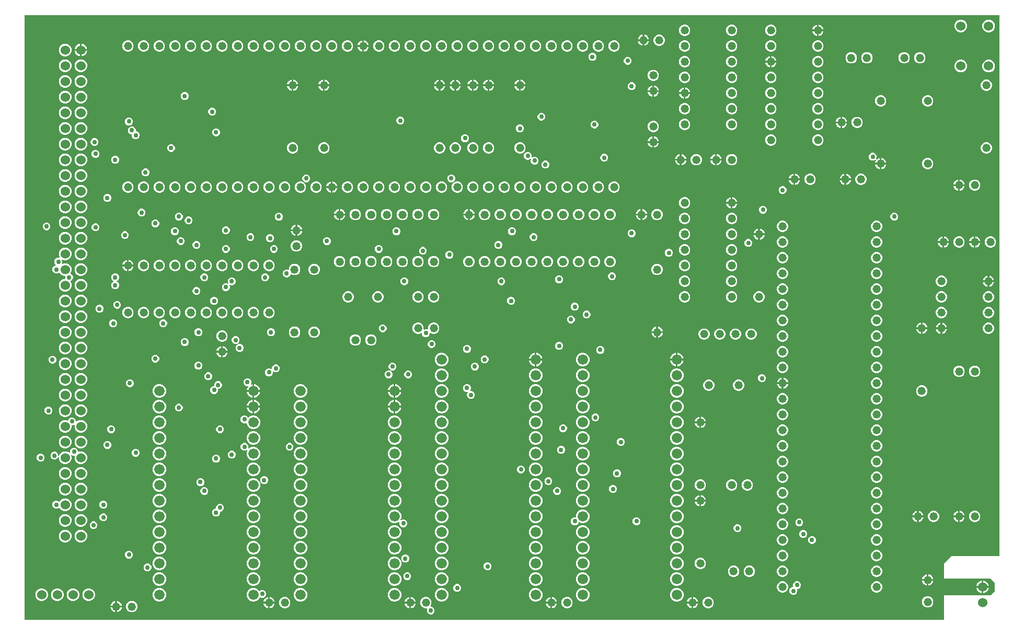
<source format=gbr>
G04 EAGLE Gerber RS-274X export*
G75*
%MOMM*%
%FSLAX34Y34*%
%LPD*%
%INCopper Layer 15*%
%IPPOS*%
%AMOC8*
5,1,8,0,0,1.08239X$1,22.5*%
G01*
%ADD10C,1.320800*%
%ADD11C,1.524000*%
%ADD12C,1.676400*%
%ADD13C,0.756400*%

G36*
X1498620Y10164D02*
X1498620Y10164D01*
X1498639Y10162D01*
X1498741Y10184D01*
X1498843Y10200D01*
X1498860Y10210D01*
X1498880Y10214D01*
X1498969Y10267D01*
X1499060Y10316D01*
X1499074Y10330D01*
X1499091Y10340D01*
X1499158Y10419D01*
X1499230Y10494D01*
X1499238Y10512D01*
X1499251Y10527D01*
X1499290Y10623D01*
X1499333Y10717D01*
X1499335Y10737D01*
X1499343Y10755D01*
X1499361Y10922D01*
X1499361Y50039D01*
X1574800Y50039D01*
X1574890Y50054D01*
X1574981Y50061D01*
X1575011Y50073D01*
X1575043Y50079D01*
X1575123Y50121D01*
X1575207Y50157D01*
X1575239Y50183D01*
X1575260Y50194D01*
X1575282Y50217D01*
X1575338Y50262D01*
X1581688Y56612D01*
X1581741Y56686D01*
X1581801Y56755D01*
X1581813Y56785D01*
X1581832Y56811D01*
X1581859Y56898D01*
X1581893Y56983D01*
X1581897Y57024D01*
X1581904Y57047D01*
X1581903Y57079D01*
X1581911Y57150D01*
X1581911Y69850D01*
X1581909Y69862D01*
X1581910Y69871D01*
X1581901Y69915D01*
X1581897Y69940D01*
X1581889Y70031D01*
X1581877Y70061D01*
X1581872Y70093D01*
X1581829Y70173D01*
X1581793Y70257D01*
X1581767Y70289D01*
X1581756Y70310D01*
X1581733Y70332D01*
X1581688Y70388D01*
X1575338Y76738D01*
X1575264Y76791D01*
X1575195Y76851D01*
X1575165Y76863D01*
X1575139Y76882D01*
X1575052Y76909D01*
X1574967Y76943D01*
X1574926Y76947D01*
X1574903Y76954D01*
X1574871Y76953D01*
X1574800Y76961D01*
X1499361Y76961D01*
X1499361Y101285D01*
X1511615Y113539D01*
X1589078Y113539D01*
X1589098Y113542D01*
X1589117Y113540D01*
X1589219Y113562D01*
X1589321Y113578D01*
X1589338Y113588D01*
X1589358Y113592D01*
X1589447Y113645D01*
X1589538Y113694D01*
X1589552Y113708D01*
X1589569Y113718D01*
X1589636Y113797D01*
X1589708Y113872D01*
X1589716Y113890D01*
X1589729Y113905D01*
X1589768Y114001D01*
X1589811Y114095D01*
X1589813Y114115D01*
X1589821Y114133D01*
X1589839Y114300D01*
X1589839Y989078D01*
X1589836Y989098D01*
X1589838Y989117D01*
X1589816Y989219D01*
X1589800Y989321D01*
X1589790Y989338D01*
X1589786Y989358D01*
X1589733Y989447D01*
X1589684Y989538D01*
X1589670Y989552D01*
X1589660Y989569D01*
X1589581Y989636D01*
X1589506Y989708D01*
X1589488Y989716D01*
X1589473Y989729D01*
X1589377Y989768D01*
X1589283Y989811D01*
X1589263Y989813D01*
X1589245Y989821D01*
X1589078Y989839D01*
X10922Y989839D01*
X10902Y989836D01*
X10883Y989838D01*
X10781Y989816D01*
X10679Y989800D01*
X10662Y989790D01*
X10642Y989786D01*
X10553Y989733D01*
X10462Y989684D01*
X10448Y989670D01*
X10431Y989660D01*
X10364Y989581D01*
X10292Y989506D01*
X10284Y989488D01*
X10271Y989473D01*
X10232Y989377D01*
X10189Y989283D01*
X10187Y989263D01*
X10179Y989245D01*
X10161Y989078D01*
X10161Y10922D01*
X10164Y10902D01*
X10162Y10883D01*
X10184Y10781D01*
X10200Y10679D01*
X10210Y10662D01*
X10214Y10642D01*
X10267Y10553D01*
X10316Y10462D01*
X10330Y10448D01*
X10340Y10431D01*
X10419Y10364D01*
X10494Y10292D01*
X10512Y10284D01*
X10527Y10271D01*
X10623Y10232D01*
X10717Y10189D01*
X10737Y10187D01*
X10755Y10179D01*
X10922Y10161D01*
X1498600Y10161D01*
X1498620Y10164D01*
G37*
%LPC*%
G36*
X74179Y542289D02*
X74179Y542289D01*
X70444Y543836D01*
X67586Y546694D01*
X66039Y550429D01*
X66039Y554471D01*
X67586Y558206D01*
X70444Y561064D01*
X74179Y562611D01*
X75619Y562611D01*
X75664Y562618D01*
X75710Y562616D01*
X75785Y562638D01*
X75862Y562650D01*
X75902Y562672D01*
X75946Y562685D01*
X76010Y562729D01*
X76079Y562766D01*
X76111Y562799D01*
X76148Y562825D01*
X76195Y562887D01*
X76248Y562944D01*
X76268Y562986D01*
X76295Y563022D01*
X76319Y563096D01*
X76352Y563167D01*
X76357Y563213D01*
X76371Y563256D01*
X76370Y563334D01*
X76379Y563411D01*
X76369Y563456D01*
X76369Y563502D01*
X76331Y563634D01*
X76327Y563652D01*
X76324Y563656D01*
X76322Y563663D01*
X76227Y563892D01*
X76227Y566408D01*
X76322Y566637D01*
X76333Y566681D01*
X76352Y566723D01*
X76361Y566800D01*
X76378Y566876D01*
X76374Y566922D01*
X76379Y566967D01*
X76363Y567044D01*
X76355Y567121D01*
X76337Y567163D01*
X76327Y567208D01*
X76287Y567275D01*
X76255Y567346D01*
X76224Y567380D01*
X76201Y567419D01*
X76142Y567470D01*
X76089Y567527D01*
X76049Y567549D01*
X76014Y567579D01*
X75941Y567608D01*
X75873Y567645D01*
X75828Y567654D01*
X75786Y567671D01*
X75650Y567686D01*
X75631Y567689D01*
X75626Y567688D01*
X75619Y567689D01*
X74179Y567689D01*
X70444Y569236D01*
X67586Y572094D01*
X67294Y572801D01*
X67269Y572840D01*
X67254Y572883D01*
X67205Y572944D01*
X67164Y573010D01*
X67129Y573039D01*
X67100Y573075D01*
X67034Y573117D01*
X66974Y573167D01*
X66932Y573183D01*
X66893Y573208D01*
X66818Y573227D01*
X66745Y573255D01*
X66699Y573257D01*
X66654Y573268D01*
X66577Y573262D01*
X66499Y573265D01*
X66455Y573252D01*
X66409Y573249D01*
X66338Y573218D01*
X66263Y573197D01*
X66225Y573171D01*
X66183Y573153D01*
X66076Y573067D01*
X66061Y573056D01*
X66058Y573052D01*
X66052Y573048D01*
X65494Y572490D01*
X63170Y571527D01*
X60655Y571527D01*
X58331Y572490D01*
X56552Y574268D01*
X55590Y576592D01*
X55590Y579108D01*
X56552Y581432D01*
X58331Y583210D01*
X60655Y584173D01*
X60685Y584173D01*
X60756Y584184D01*
X60828Y584186D01*
X60877Y584204D01*
X60928Y584212D01*
X60991Y584246D01*
X61059Y584271D01*
X61099Y584303D01*
X61145Y584328D01*
X61195Y584380D01*
X61251Y584424D01*
X61279Y584468D01*
X61315Y584506D01*
X61345Y584571D01*
X61384Y584631D01*
X61396Y584682D01*
X61418Y584729D01*
X61426Y584800D01*
X61444Y584870D01*
X61440Y584922D01*
X61445Y584973D01*
X61430Y585044D01*
X61425Y585115D01*
X61404Y585163D01*
X61393Y585214D01*
X61356Y585275D01*
X61328Y585341D01*
X61284Y585397D01*
X61267Y585425D01*
X61249Y585440D01*
X61224Y585472D01*
X59727Y586968D01*
X58765Y589292D01*
X58765Y591808D01*
X59727Y594132D01*
X61506Y595910D01*
X63830Y596873D01*
X66345Y596873D01*
X66456Y596827D01*
X66526Y596810D01*
X66593Y596785D01*
X66645Y596783D01*
X66696Y596771D01*
X66767Y596777D01*
X66839Y596774D01*
X66889Y596789D01*
X66940Y596794D01*
X67006Y596823D01*
X67075Y596843D01*
X67118Y596872D01*
X67165Y596894D01*
X67218Y596942D01*
X67277Y596983D01*
X67308Y597025D01*
X67346Y597060D01*
X67381Y597123D01*
X67424Y597180D01*
X67440Y597230D01*
X67465Y597276D01*
X67478Y597346D01*
X67500Y597414D01*
X67499Y597466D01*
X67509Y597518D01*
X67498Y597589D01*
X67497Y597660D01*
X67477Y597729D01*
X67473Y597761D01*
X67462Y597782D01*
X67451Y597821D01*
X66039Y601229D01*
X66039Y605271D01*
X67586Y609006D01*
X70444Y611864D01*
X74179Y613411D01*
X78221Y613411D01*
X81956Y611864D01*
X84814Y609006D01*
X86361Y605271D01*
X86361Y601229D01*
X84814Y597494D01*
X81956Y594636D01*
X78221Y593089D01*
X74179Y593089D01*
X71894Y594036D01*
X71824Y594052D01*
X71757Y594078D01*
X71705Y594080D01*
X71654Y594092D01*
X71583Y594085D01*
X71511Y594088D01*
X71461Y594074D01*
X71410Y594069D01*
X71344Y594040D01*
X71275Y594020D01*
X71232Y593990D01*
X71185Y593969D01*
X71132Y593920D01*
X71073Y593879D01*
X71042Y593838D01*
X71004Y593802D01*
X70969Y593739D01*
X70926Y593682D01*
X70910Y593633D01*
X70885Y593587D01*
X70872Y593516D01*
X70850Y593448D01*
X70851Y593396D01*
X70841Y593345D01*
X70852Y593274D01*
X70853Y593202D01*
X70873Y593133D01*
X70877Y593102D01*
X70888Y593081D01*
X70899Y593041D01*
X71410Y591808D01*
X71410Y589292D01*
X70899Y588059D01*
X70883Y587989D01*
X70857Y587922D01*
X70855Y587870D01*
X70843Y587819D01*
X70850Y587748D01*
X70847Y587676D01*
X70861Y587626D01*
X70866Y587575D01*
X70895Y587509D01*
X70915Y587440D01*
X70945Y587397D01*
X70966Y587350D01*
X71015Y587297D01*
X71056Y587238D01*
X71097Y587207D01*
X71133Y587169D01*
X71196Y587134D01*
X71253Y587091D01*
X71302Y587075D01*
X71348Y587050D01*
X71419Y587037D01*
X71487Y587015D01*
X71539Y587016D01*
X71590Y587006D01*
X71661Y587017D01*
X71733Y587018D01*
X71802Y587037D01*
X71834Y587042D01*
X71854Y587053D01*
X71894Y587064D01*
X74179Y588011D01*
X78221Y588011D01*
X81956Y586464D01*
X84814Y583606D01*
X86361Y579871D01*
X86361Y575829D01*
X84787Y572028D01*
X84742Y571966D01*
X84728Y571922D01*
X84706Y571882D01*
X84692Y571805D01*
X84669Y571731D01*
X84670Y571685D01*
X84662Y571640D01*
X84674Y571563D01*
X84676Y571485D01*
X84691Y571442D01*
X84698Y571396D01*
X84733Y571327D01*
X84760Y571254D01*
X84789Y571218D01*
X84810Y571177D01*
X84865Y571123D01*
X84914Y571062D01*
X84952Y571037D01*
X84985Y571005D01*
X85105Y570939D01*
X85121Y570929D01*
X85126Y570928D01*
X85132Y570924D01*
X86132Y570510D01*
X87910Y568732D01*
X88873Y566408D01*
X88873Y563892D01*
X87910Y561568D01*
X86132Y559790D01*
X85132Y559376D01*
X85093Y559352D01*
X85050Y559336D01*
X84989Y559287D01*
X84923Y559246D01*
X84894Y559211D01*
X84858Y559182D01*
X84816Y559117D01*
X84766Y559057D01*
X84750Y559014D01*
X84725Y558975D01*
X84706Y558900D01*
X84678Y558827D01*
X84676Y558781D01*
X84665Y558737D01*
X84671Y558659D01*
X84668Y558581D01*
X84680Y558537D01*
X84684Y558492D01*
X84714Y558420D01*
X84736Y558345D01*
X84762Y558307D01*
X84780Y558265D01*
X84799Y558243D01*
X86361Y554471D01*
X86361Y550429D01*
X84814Y546694D01*
X81956Y543836D01*
X78221Y542289D01*
X74179Y542289D01*
G37*
%LPD*%
%LPC*%
G36*
X74179Y262889D02*
X74179Y262889D01*
X70444Y264436D01*
X67586Y267294D01*
X66039Y271029D01*
X66039Y273504D01*
X66024Y273600D01*
X66014Y273697D01*
X66004Y273721D01*
X66000Y273747D01*
X65954Y273833D01*
X65914Y273922D01*
X65897Y273941D01*
X65884Y273964D01*
X65814Y274031D01*
X65748Y274103D01*
X65725Y274115D01*
X65706Y274133D01*
X65618Y274174D01*
X65532Y274221D01*
X65507Y274226D01*
X65483Y274237D01*
X65386Y274248D01*
X65290Y274265D01*
X65264Y274261D01*
X65239Y274264D01*
X65143Y274243D01*
X65047Y274229D01*
X65024Y274217D01*
X64998Y274212D01*
X64915Y274162D01*
X64828Y274118D01*
X64809Y274099D01*
X64787Y274086D01*
X64724Y274012D01*
X64656Y273942D01*
X64640Y273914D01*
X64627Y273899D01*
X64615Y273868D01*
X64575Y273795D01*
X64098Y272643D01*
X62319Y270865D01*
X59995Y269902D01*
X57480Y269902D01*
X55156Y270865D01*
X53377Y272643D01*
X52415Y274967D01*
X52415Y277483D01*
X53377Y279807D01*
X55156Y281585D01*
X57480Y282548D01*
X59995Y282548D01*
X62319Y281585D01*
X64098Y279807D01*
X65060Y277483D01*
X65060Y276535D01*
X65076Y276438D01*
X65085Y276341D01*
X65096Y276318D01*
X65100Y276292D01*
X65145Y276206D01*
X65185Y276117D01*
X65203Y276097D01*
X65215Y276074D01*
X65286Y276007D01*
X65352Y275936D01*
X65374Y275923D01*
X65393Y275905D01*
X65482Y275864D01*
X65567Y275817D01*
X65593Y275812D01*
X65616Y275801D01*
X65713Y275791D01*
X65809Y275773D01*
X65835Y275777D01*
X65861Y275774D01*
X65956Y275795D01*
X66052Y275809D01*
X66076Y275821D01*
X66101Y275827D01*
X66185Y275876D01*
X66272Y275921D01*
X66290Y275939D01*
X66312Y275953D01*
X66376Y276027D01*
X66444Y276096D01*
X66460Y276125D01*
X66472Y276140D01*
X66485Y276170D01*
X66525Y276243D01*
X67586Y278806D01*
X70444Y281664D01*
X74179Y283211D01*
X78221Y283211D01*
X81956Y281664D01*
X82865Y280754D01*
X82923Y280712D01*
X82975Y280663D01*
X83023Y280641D01*
X83065Y280611D01*
X83133Y280590D01*
X83199Y280559D01*
X83250Y280554D01*
X83300Y280538D01*
X83372Y280540D01*
X83443Y280532D01*
X83494Y280543D01*
X83546Y280545D01*
X83613Y280569D01*
X83683Y280585D01*
X83728Y280611D01*
X83777Y280629D01*
X83833Y280674D01*
X83894Y280711D01*
X83928Y280750D01*
X83969Y280783D01*
X84008Y280843D01*
X84054Y280898D01*
X84074Y280946D01*
X84102Y280990D01*
X84119Y281059D01*
X84146Y281126D01*
X84154Y281197D01*
X84162Y281228D01*
X84160Y281252D01*
X84165Y281292D01*
X84165Y283833D01*
X85127Y286157D01*
X86906Y287935D01*
X89230Y288898D01*
X91745Y288898D01*
X94069Y287935D01*
X95848Y286157D01*
X96810Y283833D01*
X96810Y283203D01*
X96818Y283158D01*
X96816Y283112D01*
X96837Y283037D01*
X96850Y282960D01*
X96871Y282920D01*
X96884Y282876D01*
X96929Y282812D01*
X96965Y282743D01*
X96998Y282711D01*
X97025Y282674D01*
X97087Y282627D01*
X97143Y282574D01*
X97185Y282554D01*
X97222Y282527D01*
X97296Y282503D01*
X97366Y282470D01*
X97412Y282465D01*
X97456Y282451D01*
X97534Y282452D01*
X97611Y282443D01*
X97656Y282453D01*
X97702Y282453D01*
X97833Y282491D01*
X97851Y282495D01*
X97856Y282498D01*
X97863Y282500D01*
X99579Y283211D01*
X103621Y283211D01*
X107356Y281664D01*
X110214Y278806D01*
X111761Y275071D01*
X111761Y271029D01*
X110214Y267294D01*
X107356Y264436D01*
X103621Y262889D01*
X99579Y262889D01*
X95844Y264436D01*
X92986Y267294D01*
X91439Y271029D01*
X91439Y275071D01*
X91493Y275200D01*
X91503Y275244D01*
X91522Y275286D01*
X91531Y275363D01*
X91549Y275439D01*
X91544Y275485D01*
X91549Y275530D01*
X91533Y275606D01*
X91526Y275684D01*
X91507Y275726D01*
X91497Y275771D01*
X91457Y275838D01*
X91426Y275909D01*
X91395Y275943D01*
X91371Y275982D01*
X91312Y276032D01*
X91259Y276090D01*
X91219Y276112D01*
X91184Y276142D01*
X91112Y276171D01*
X91044Y276208D01*
X90999Y276217D01*
X90956Y276234D01*
X90820Y276249D01*
X90802Y276252D01*
X90797Y276251D01*
X90789Y276252D01*
X89230Y276252D01*
X86874Y277228D01*
X86804Y277245D01*
X86737Y277270D01*
X86685Y277272D01*
X86634Y277284D01*
X86563Y277278D01*
X86491Y277281D01*
X86441Y277266D01*
X86389Y277261D01*
X86324Y277232D01*
X86255Y277212D01*
X86212Y277182D01*
X86165Y277161D01*
X86112Y277113D01*
X86053Y277072D01*
X86022Y277030D01*
X85984Y276995D01*
X85949Y276932D01*
X85906Y276874D01*
X85890Y276825D01*
X85865Y276779D01*
X85852Y276709D01*
X85830Y276641D01*
X85831Y276589D01*
X85821Y276537D01*
X85832Y276466D01*
X85832Y276395D01*
X85852Y276326D01*
X85857Y276294D01*
X85868Y276273D01*
X85879Y276234D01*
X86361Y275071D01*
X86361Y271029D01*
X84814Y267294D01*
X81956Y264436D01*
X78221Y262889D01*
X74179Y262889D01*
G37*
%LPD*%
%LPC*%
G36*
X74179Y313689D02*
X74179Y313689D01*
X70444Y315236D01*
X67586Y318094D01*
X66039Y321829D01*
X66039Y325871D01*
X67586Y329606D01*
X70444Y332464D01*
X74179Y334011D01*
X78221Y334011D01*
X80222Y333182D01*
X80242Y333177D01*
X80259Y333168D01*
X80361Y333149D01*
X80462Y333126D01*
X80482Y333127D01*
X80501Y333124D01*
X80604Y333139D01*
X80707Y333149D01*
X80725Y333157D01*
X80745Y333160D01*
X80837Y333207D01*
X80931Y333249D01*
X80946Y333262D01*
X80964Y333271D01*
X81036Y333345D01*
X81113Y333415D01*
X81122Y333433D01*
X81136Y333447D01*
X81217Y333594D01*
X81952Y335369D01*
X83731Y337148D01*
X86055Y338110D01*
X88570Y338110D01*
X90894Y337148D01*
X92673Y335369D01*
X93635Y333045D01*
X93635Y332092D01*
X93647Y332022D01*
X93649Y331950D01*
X93667Y331901D01*
X93675Y331850D01*
X93709Y331786D01*
X93733Y331719D01*
X93766Y331678D01*
X93790Y331632D01*
X93842Y331583D01*
X93887Y331527D01*
X93931Y331499D01*
X93968Y331463D01*
X94033Y331433D01*
X94094Y331394D01*
X94144Y331381D01*
X94191Y331359D01*
X94263Y331351D01*
X94332Y331334D01*
X94384Y331338D01*
X94436Y331332D01*
X94506Y331348D01*
X94577Y331353D01*
X94625Y331373D01*
X94676Y331385D01*
X94738Y331421D01*
X94804Y331449D01*
X94860Y331494D01*
X94887Y331511D01*
X94903Y331528D01*
X94935Y331554D01*
X95844Y332464D01*
X99579Y334011D01*
X103621Y334011D01*
X107356Y332464D01*
X110214Y329606D01*
X111761Y325871D01*
X111761Y321829D01*
X110214Y318094D01*
X107356Y315236D01*
X103621Y313689D01*
X99579Y313689D01*
X95844Y315236D01*
X92986Y318094D01*
X91439Y321829D01*
X91439Y325514D01*
X91432Y325559D01*
X91434Y325605D01*
X91412Y325680D01*
X91400Y325757D01*
X91378Y325797D01*
X91365Y325841D01*
X91321Y325905D01*
X91284Y325974D01*
X91251Y326006D01*
X91225Y326043D01*
X91163Y326090D01*
X91106Y326143D01*
X91064Y326163D01*
X91028Y326190D01*
X90954Y326214D01*
X90883Y326247D01*
X90837Y326252D01*
X90794Y326266D01*
X90716Y326266D01*
X90639Y326274D01*
X90594Y326264D01*
X90548Y326264D01*
X90416Y326226D01*
X90398Y326222D01*
X90394Y326219D01*
X90387Y326217D01*
X88570Y325465D01*
X87122Y325465D01*
X87102Y325462D01*
X87083Y325464D01*
X86981Y325442D01*
X86879Y325425D01*
X86862Y325416D01*
X86842Y325411D01*
X86753Y325358D01*
X86662Y325310D01*
X86648Y325296D01*
X86631Y325285D01*
X86564Y325207D01*
X86492Y325132D01*
X86484Y325114D01*
X86471Y325098D01*
X86432Y325002D01*
X86389Y324909D01*
X86387Y324889D01*
X86379Y324870D01*
X86361Y324704D01*
X86361Y321829D01*
X84814Y318094D01*
X81956Y315236D01*
X78221Y313689D01*
X74179Y313689D01*
G37*
%LPD*%
%LPC*%
G36*
X659142Y468340D02*
X659142Y468340D01*
X656818Y469302D01*
X655040Y471081D01*
X654077Y473405D01*
X654077Y474207D01*
X654066Y474274D01*
X654067Y474293D01*
X654065Y474301D01*
X654063Y474352D01*
X654046Y474399D01*
X654038Y474450D01*
X654003Y474514D01*
X654002Y474519D01*
X653999Y474529D01*
X653997Y474532D01*
X653978Y474582D01*
X653946Y474622D01*
X653922Y474667D01*
X653870Y474717D01*
X653860Y474729D01*
X653858Y474732D01*
X653824Y474774D01*
X653781Y474801D01*
X653744Y474836D01*
X653678Y474867D01*
X653664Y474876D01*
X653661Y474878D01*
X653660Y474879D01*
X653616Y474906D01*
X653567Y474919D01*
X653521Y474940D01*
X653449Y474948D01*
X653442Y474950D01*
X653427Y474955D01*
X653423Y474954D01*
X653378Y474966D01*
X653327Y474961D01*
X653277Y474967D01*
X653209Y474952D01*
X653181Y474952D01*
X653169Y474949D01*
X653133Y474946D01*
X653086Y474926D01*
X653036Y474915D01*
X653021Y474906D01*
X653020Y474905D01*
X649519Y473455D01*
X645881Y473455D01*
X642520Y474847D01*
X639947Y477420D01*
X638555Y480781D01*
X638555Y484419D01*
X639947Y487780D01*
X642520Y490353D01*
X645881Y491745D01*
X649519Y491745D01*
X652880Y490353D01*
X655453Y487780D01*
X656845Y484419D01*
X656845Y481173D01*
X656852Y481128D01*
X656850Y481082D01*
X656872Y481007D01*
X656884Y480930D01*
X656906Y480890D01*
X656919Y480845D01*
X656963Y480781D01*
X657000Y480713D01*
X657033Y480681D01*
X657059Y480643D01*
X657122Y480597D01*
X657178Y480543D01*
X657220Y480524D01*
X657256Y480497D01*
X657330Y480472D01*
X657401Y480440D01*
X657447Y480435D01*
X657490Y480420D01*
X657568Y480421D01*
X657645Y480413D01*
X657690Y480422D01*
X657736Y480423D01*
X657868Y480461D01*
X657886Y480465D01*
X657890Y480467D01*
X657897Y480470D01*
X659142Y480985D01*
X661658Y480985D01*
X662903Y480470D01*
X662947Y480459D01*
X662989Y480440D01*
X663066Y480431D01*
X663142Y480413D01*
X663188Y480418D01*
X663233Y480413D01*
X663310Y480429D01*
X663387Y480436D01*
X663429Y480455D01*
X663474Y480465D01*
X663541Y480505D01*
X663612Y480536D01*
X663646Y480568D01*
X663685Y480591D01*
X663736Y480650D01*
X663793Y480703D01*
X663815Y480743D01*
X663845Y480778D01*
X663874Y480850D01*
X663911Y480918D01*
X663920Y480964D01*
X663937Y481006D01*
X663952Y481142D01*
X663955Y481160D01*
X663954Y481165D01*
X663955Y481173D01*
X663955Y484419D01*
X665347Y487780D01*
X667920Y490353D01*
X671281Y491745D01*
X674919Y491745D01*
X678280Y490353D01*
X680853Y487780D01*
X682245Y484419D01*
X682245Y480781D01*
X680853Y477420D01*
X678280Y474847D01*
X674919Y473455D01*
X671281Y473455D01*
X667827Y474886D01*
X667825Y474888D01*
X667818Y474890D01*
X667780Y474905D01*
X667746Y474913D01*
X667689Y474940D01*
X667638Y474946D01*
X667590Y474961D01*
X667548Y474960D01*
X667541Y474962D01*
X667515Y474959D01*
X667445Y474967D01*
X667395Y474956D01*
X667344Y474955D01*
X667299Y474939D01*
X667296Y474938D01*
X667286Y474934D01*
X667275Y474930D01*
X667204Y474915D01*
X667161Y474889D01*
X667113Y474871D01*
X667072Y474839D01*
X667071Y474838D01*
X667069Y474837D01*
X667056Y474826D01*
X666993Y474789D01*
X666960Y474750D01*
X666920Y474718D01*
X666891Y474673D01*
X666890Y474672D01*
X666888Y474668D01*
X666881Y474657D01*
X666833Y474602D01*
X666814Y474555D01*
X666787Y474512D01*
X666773Y474460D01*
X666771Y474457D01*
X666768Y474441D01*
X666741Y474374D01*
X666734Y474304D01*
X666726Y474274D01*
X666727Y474250D01*
X666723Y474207D01*
X666723Y473405D01*
X665760Y471081D01*
X663982Y469302D01*
X661658Y468340D01*
X659142Y468340D01*
G37*
%LPD*%
%LPC*%
G36*
X622630Y160365D02*
X622630Y160365D01*
X620306Y161327D01*
X618527Y163106D01*
X617565Y165430D01*
X617565Y167945D01*
X617778Y168460D01*
X617800Y168554D01*
X617829Y168647D01*
X617828Y168674D01*
X617834Y168699D01*
X617825Y168796D01*
X617822Y168893D01*
X617813Y168918D01*
X617811Y168944D01*
X617771Y169033D01*
X617738Y169124D01*
X617722Y169145D01*
X617711Y169169D01*
X617645Y169240D01*
X617584Y169316D01*
X617562Y169331D01*
X617545Y169350D01*
X617459Y169397D01*
X617377Y169449D01*
X617352Y169456D01*
X617329Y169468D01*
X617233Y169486D01*
X617139Y169509D01*
X617113Y169507D01*
X617087Y169512D01*
X616990Y169498D01*
X616894Y169490D01*
X616870Y169480D01*
X616844Y169476D01*
X616757Y169432D01*
X616667Y169394D01*
X616642Y169374D01*
X616624Y169365D01*
X616601Y169341D01*
X616536Y169289D01*
X615787Y168540D01*
X611773Y166877D01*
X607427Y166877D01*
X603413Y168540D01*
X600340Y171613D01*
X598677Y175627D01*
X598677Y179973D01*
X600340Y183987D01*
X603413Y187060D01*
X607427Y188723D01*
X611773Y188723D01*
X615787Y187060D01*
X618860Y183987D01*
X620523Y179973D01*
X620523Y175627D01*
X619481Y173113D01*
X619465Y173043D01*
X619439Y172976D01*
X619437Y172924D01*
X619425Y172873D01*
X619432Y172802D01*
X619429Y172730D01*
X619443Y172680D01*
X619448Y172628D01*
X619477Y172563D01*
X619497Y172494D01*
X619527Y172451D01*
X619548Y172404D01*
X619596Y172351D01*
X619637Y172292D01*
X619679Y172261D01*
X619714Y172222D01*
X619777Y172188D01*
X619835Y172145D01*
X619884Y172129D01*
X619930Y172104D01*
X620000Y172091D01*
X620069Y172069D01*
X620121Y172069D01*
X620172Y172060D01*
X620243Y172071D01*
X620315Y172071D01*
X620383Y172091D01*
X620415Y172096D01*
X620436Y172106D01*
X620476Y172118D01*
X622630Y173010D01*
X625145Y173010D01*
X627469Y172048D01*
X629248Y170269D01*
X630210Y167945D01*
X630210Y165430D01*
X629248Y163106D01*
X627469Y161327D01*
X625145Y160365D01*
X622630Y160365D01*
G37*
%LPD*%
%LPC*%
G36*
X378827Y268477D02*
X378827Y268477D01*
X374813Y270140D01*
X371740Y273213D01*
X370077Y277227D01*
X370077Y281573D01*
X371119Y284087D01*
X371135Y284157D01*
X371161Y284224D01*
X371163Y284276D01*
X371175Y284327D01*
X371168Y284398D01*
X371171Y284470D01*
X371157Y284520D01*
X371152Y284572D01*
X371123Y284637D01*
X371103Y284706D01*
X371073Y284749D01*
X371052Y284796D01*
X371004Y284849D01*
X370963Y284908D01*
X370921Y284939D01*
X370886Y284978D01*
X370823Y285012D01*
X370765Y285055D01*
X370716Y285071D01*
X370670Y285096D01*
X370600Y285109D01*
X370531Y285131D01*
X370479Y285131D01*
X370428Y285140D01*
X370357Y285129D01*
X370285Y285129D01*
X370217Y285109D01*
X370185Y285104D01*
X370164Y285094D01*
X370124Y285082D01*
X367970Y284190D01*
X365455Y284190D01*
X363131Y285152D01*
X361352Y286931D01*
X360390Y289255D01*
X360390Y291770D01*
X361352Y294094D01*
X363131Y295873D01*
X365455Y296835D01*
X367970Y296835D01*
X370294Y295873D01*
X372073Y294094D01*
X373035Y291770D01*
X373035Y289255D01*
X372822Y288740D01*
X372800Y288646D01*
X372771Y288553D01*
X372772Y288526D01*
X372766Y288501D01*
X372775Y288404D01*
X372778Y288307D01*
X372787Y288282D01*
X372789Y288256D01*
X372829Y288167D01*
X372862Y288076D01*
X372878Y288055D01*
X372889Y288031D01*
X372955Y287960D01*
X373016Y287884D01*
X373038Y287869D01*
X373055Y287850D01*
X373141Y287803D01*
X373223Y287751D01*
X373248Y287744D01*
X373271Y287732D01*
X373367Y287714D01*
X373461Y287691D01*
X373487Y287693D01*
X373513Y287688D01*
X373609Y287702D01*
X373706Y287710D01*
X373730Y287720D01*
X373756Y287724D01*
X373843Y287768D01*
X373933Y287806D01*
X373958Y287826D01*
X373976Y287835D01*
X373999Y287859D01*
X374064Y287911D01*
X374813Y288660D01*
X378827Y290323D01*
X383173Y290323D01*
X387187Y288660D01*
X390260Y285587D01*
X391923Y281573D01*
X391923Y277227D01*
X390260Y273213D01*
X387187Y270140D01*
X383173Y268477D01*
X378827Y268477D01*
G37*
%LPD*%
%LPC*%
G36*
X378827Y319277D02*
X378827Y319277D01*
X374813Y320940D01*
X371740Y324013D01*
X370077Y328027D01*
X370077Y328373D01*
X370075Y328389D01*
X370076Y328403D01*
X370070Y328430D01*
X370072Y328464D01*
X370050Y328539D01*
X370038Y328616D01*
X370025Y328641D01*
X370024Y328643D01*
X370017Y328654D01*
X370016Y328657D01*
X370003Y328701D01*
X369959Y328765D01*
X369922Y328833D01*
X369889Y328865D01*
X369863Y328903D01*
X369801Y328949D01*
X369744Y329003D01*
X369702Y329022D01*
X369666Y329049D01*
X369592Y329074D01*
X369521Y329106D01*
X369475Y329111D01*
X369432Y329126D01*
X369354Y329125D01*
X369277Y329133D01*
X369232Y329124D01*
X369186Y329123D01*
X369058Y329086D01*
X369049Y329085D01*
X369047Y329084D01*
X369036Y329081D01*
X369032Y329079D01*
X369025Y329077D01*
X367970Y328640D01*
X365455Y328640D01*
X363131Y329602D01*
X361352Y331381D01*
X360390Y333705D01*
X360390Y336220D01*
X361352Y338544D01*
X363131Y340323D01*
X365455Y341285D01*
X367970Y341285D01*
X370294Y340323D01*
X372073Y338544D01*
X372171Y338307D01*
X372195Y338268D01*
X372211Y338224D01*
X372260Y338164D01*
X372301Y338098D01*
X372336Y338068D01*
X372365Y338032D01*
X372430Y337990D01*
X372490Y337941D01*
X372533Y337924D01*
X372572Y337899D01*
X372647Y337880D01*
X372720Y337853D01*
X372766Y337851D01*
X372810Y337839D01*
X372888Y337845D01*
X372965Y337842D01*
X373010Y337855D01*
X373055Y337859D01*
X373127Y337889D01*
X373202Y337911D01*
X373239Y337937D01*
X373282Y337955D01*
X373389Y338040D01*
X373404Y338051D01*
X373407Y338055D01*
X373413Y338060D01*
X374813Y339460D01*
X378827Y341123D01*
X383173Y341123D01*
X387187Y339460D01*
X390260Y336387D01*
X391923Y332373D01*
X391923Y328027D01*
X390260Y324013D01*
X387187Y320940D01*
X383173Y319277D01*
X378827Y319277D01*
G37*
%LPD*%
%LPC*%
G36*
X900442Y163540D02*
X900442Y163540D01*
X898118Y164502D01*
X896340Y166281D01*
X895377Y168605D01*
X895377Y171120D01*
X896340Y173444D01*
X898118Y175223D01*
X900442Y176185D01*
X902716Y176185D01*
X902736Y176188D01*
X902755Y176186D01*
X902857Y176208D01*
X902959Y176225D01*
X902976Y176234D01*
X902996Y176239D01*
X903085Y176292D01*
X903176Y176340D01*
X903190Y176354D01*
X903207Y176365D01*
X903274Y176443D01*
X903346Y176518D01*
X903354Y176536D01*
X903367Y176552D01*
X903406Y176648D01*
X903449Y176741D01*
X903451Y176761D01*
X903459Y176780D01*
X903477Y176946D01*
X903477Y179973D01*
X905140Y183987D01*
X908213Y187060D01*
X912227Y188723D01*
X916573Y188723D01*
X920587Y187060D01*
X923660Y183987D01*
X925323Y179973D01*
X925323Y175627D01*
X923660Y171613D01*
X920587Y168540D01*
X916573Y166877D01*
X912227Y166877D01*
X908731Y168326D01*
X908712Y168330D01*
X908694Y168340D01*
X908592Y168358D01*
X908492Y168382D01*
X908472Y168380D01*
X908452Y168383D01*
X908350Y168368D01*
X908247Y168359D01*
X908228Y168350D01*
X908209Y168348D01*
X908116Y168301D01*
X908022Y168259D01*
X908007Y168245D01*
X907989Y168236D01*
X907917Y168162D01*
X907841Y168092D01*
X907831Y168075D01*
X907817Y168060D01*
X907736Y167914D01*
X907060Y166281D01*
X905282Y164502D01*
X902958Y163540D01*
X900442Y163540D01*
G37*
%LPD*%
%LPC*%
G36*
X378827Y39877D02*
X378827Y39877D01*
X374813Y41540D01*
X371740Y44613D01*
X370077Y48627D01*
X370077Y52973D01*
X371740Y56987D01*
X374813Y60060D01*
X378827Y61723D01*
X383173Y61723D01*
X387187Y60060D01*
X390064Y57183D01*
X390081Y57171D01*
X390093Y57155D01*
X390180Y57099D01*
X390264Y57039D01*
X390283Y57033D01*
X390300Y57022D01*
X390400Y56997D01*
X390499Y56967D01*
X390519Y56967D01*
X390538Y56962D01*
X390641Y56970D01*
X390745Y56973D01*
X390764Y56980D01*
X390784Y56982D01*
X390879Y57022D01*
X390976Y57058D01*
X390992Y57070D01*
X391010Y57078D01*
X391141Y57183D01*
X391706Y57748D01*
X394030Y58710D01*
X396545Y58710D01*
X398869Y57748D01*
X400648Y55969D01*
X401610Y53645D01*
X401610Y51130D01*
X400648Y48806D01*
X398869Y47027D01*
X396545Y46065D01*
X394030Y46065D01*
X392029Y46894D01*
X392009Y46898D01*
X391992Y46908D01*
X391890Y46926D01*
X391789Y46950D01*
X391769Y46948D01*
X391750Y46952D01*
X391647Y46936D01*
X391544Y46927D01*
X391526Y46919D01*
X391506Y46916D01*
X391414Y46869D01*
X391320Y46827D01*
X391305Y46813D01*
X391287Y46804D01*
X391215Y46730D01*
X391138Y46660D01*
X391129Y46643D01*
X391115Y46629D01*
X391034Y46482D01*
X390260Y44613D01*
X387187Y41540D01*
X383173Y39877D01*
X378827Y39877D01*
G37*
%LPD*%
%LPC*%
G36*
X74179Y186689D02*
X74179Y186689D01*
X70444Y188236D01*
X67586Y191094D01*
X67294Y191801D01*
X67269Y191840D01*
X67254Y191883D01*
X67205Y191944D01*
X67164Y192010D01*
X67129Y192039D01*
X67100Y192075D01*
X67034Y192117D01*
X66974Y192167D01*
X66932Y192183D01*
X66893Y192208D01*
X66818Y192227D01*
X66745Y192255D01*
X66699Y192257D01*
X66654Y192268D01*
X66577Y192262D01*
X66499Y192265D01*
X66455Y192252D01*
X66409Y192249D01*
X66338Y192218D01*
X66263Y192197D01*
X66225Y192171D01*
X66183Y192153D01*
X66076Y192067D01*
X66061Y192056D01*
X66058Y192052D01*
X66052Y192048D01*
X65494Y191490D01*
X63170Y190527D01*
X60655Y190527D01*
X58331Y191490D01*
X56552Y193268D01*
X55590Y195592D01*
X55590Y198108D01*
X56552Y200432D01*
X58331Y202210D01*
X60655Y203173D01*
X63170Y203173D01*
X65494Y202210D01*
X66052Y201652D01*
X66089Y201625D01*
X66120Y201592D01*
X66189Y201554D01*
X66252Y201509D01*
X66296Y201495D01*
X66336Y201473D01*
X66412Y201459D01*
X66487Y201436D01*
X66533Y201438D01*
X66578Y201429D01*
X66655Y201441D01*
X66733Y201443D01*
X66776Y201458D01*
X66821Y201465D01*
X66891Y201500D01*
X66964Y201527D01*
X67000Y201556D01*
X67040Y201577D01*
X67095Y201632D01*
X67156Y201681D01*
X67181Y201720D01*
X67213Y201752D01*
X67279Y201872D01*
X67289Y201888D01*
X67290Y201893D01*
X67294Y201899D01*
X67586Y202606D01*
X70444Y205464D01*
X74179Y207011D01*
X78221Y207011D01*
X81956Y205464D01*
X84814Y202606D01*
X86361Y198871D01*
X86361Y194829D01*
X84814Y191094D01*
X81956Y188236D01*
X78221Y186689D01*
X74179Y186689D01*
G37*
%LPD*%
%LPC*%
G36*
X667080Y19077D02*
X667080Y19077D01*
X664756Y20040D01*
X662977Y21818D01*
X662015Y24142D01*
X662015Y26658D01*
X662530Y27903D01*
X662541Y27947D01*
X662560Y27989D01*
X662569Y28066D01*
X662587Y28142D01*
X662582Y28188D01*
X662587Y28233D01*
X662571Y28310D01*
X662564Y28387D01*
X662545Y28429D01*
X662535Y28474D01*
X662495Y28541D01*
X662464Y28612D01*
X662432Y28646D01*
X662409Y28685D01*
X662350Y28736D01*
X662297Y28793D01*
X662257Y28815D01*
X662222Y28845D01*
X662150Y28874D01*
X662082Y28911D01*
X662036Y28920D01*
X661994Y28937D01*
X661858Y28952D01*
X661840Y28955D01*
X661835Y28954D01*
X661827Y28955D01*
X658581Y28955D01*
X655220Y30347D01*
X652647Y32920D01*
X651255Y36281D01*
X651255Y39919D01*
X652647Y43280D01*
X655220Y45853D01*
X658581Y47245D01*
X662219Y47245D01*
X665580Y45853D01*
X668153Y43280D01*
X669545Y39919D01*
X669545Y36281D01*
X668114Y32827D01*
X668112Y32825D01*
X668110Y32818D01*
X668095Y32780D01*
X668087Y32746D01*
X668060Y32689D01*
X668054Y32638D01*
X668039Y32590D01*
X668040Y32548D01*
X668038Y32541D01*
X668041Y32515D01*
X668033Y32445D01*
X668044Y32395D01*
X668045Y32344D01*
X668061Y32299D01*
X668062Y32296D01*
X668066Y32286D01*
X668070Y32275D01*
X668085Y32204D01*
X668111Y32161D01*
X668129Y32113D01*
X668161Y32072D01*
X668162Y32071D01*
X668163Y32069D01*
X668174Y32056D01*
X668211Y31993D01*
X668250Y31960D01*
X668282Y31920D01*
X668327Y31891D01*
X668328Y31890D01*
X668332Y31888D01*
X668343Y31881D01*
X668398Y31833D01*
X668445Y31814D01*
X668488Y31787D01*
X668540Y31773D01*
X668543Y31771D01*
X668559Y31768D01*
X668626Y31741D01*
X668696Y31734D01*
X668726Y31726D01*
X668750Y31727D01*
X668793Y31723D01*
X669595Y31723D01*
X671919Y30760D01*
X673698Y28982D01*
X674660Y26658D01*
X674660Y24142D01*
X673698Y21818D01*
X671919Y20040D01*
X669595Y19077D01*
X667080Y19077D01*
G37*
%LPD*%
%LPC*%
G36*
X433717Y565177D02*
X433717Y565177D01*
X431393Y566140D01*
X429615Y567918D01*
X428652Y570242D01*
X428652Y572758D01*
X429615Y575082D01*
X431393Y576860D01*
X433717Y577823D01*
X436233Y577823D01*
X437478Y577307D01*
X437522Y577297D01*
X437564Y577277D01*
X437641Y577269D01*
X437717Y577251D01*
X437763Y577255D01*
X437808Y577250D01*
X437885Y577267D01*
X437962Y577274D01*
X438004Y577293D01*
X438049Y577302D01*
X438116Y577342D01*
X438187Y577374D01*
X438221Y577405D01*
X438260Y577429D01*
X438311Y577488D01*
X438368Y577540D01*
X438390Y577581D01*
X438420Y577615D01*
X438449Y577688D01*
X438486Y577756D01*
X438495Y577801D01*
X438512Y577844D01*
X438527Y577980D01*
X438530Y577998D01*
X438529Y578003D01*
X438530Y578010D01*
X438530Y579669D01*
X439922Y583030D01*
X442495Y585603D01*
X445856Y586995D01*
X449494Y586995D01*
X452855Y585603D01*
X455428Y583030D01*
X456820Y579669D01*
X456820Y576031D01*
X455428Y572670D01*
X452855Y570097D01*
X449494Y568705D01*
X445856Y568705D01*
X442495Y570097D01*
X442412Y570181D01*
X442374Y570208D01*
X442343Y570241D01*
X442275Y570279D01*
X442212Y570324D01*
X442168Y570338D01*
X442128Y570360D01*
X442051Y570374D01*
X441977Y570397D01*
X441931Y570396D01*
X441886Y570404D01*
X441809Y570392D01*
X441731Y570390D01*
X441688Y570375D01*
X441642Y570368D01*
X441573Y570333D01*
X441500Y570306D01*
X441464Y570277D01*
X441423Y570256D01*
X441369Y570201D01*
X441308Y570152D01*
X441283Y570114D01*
X441251Y570081D01*
X441185Y569961D01*
X441175Y569945D01*
X441174Y569940D01*
X441170Y569934D01*
X440335Y567918D01*
X438557Y566140D01*
X436233Y565177D01*
X433717Y565177D01*
G37*
%LPD*%
%LPC*%
G36*
X912227Y268477D02*
X912227Y268477D01*
X908213Y270140D01*
X905140Y273213D01*
X903477Y277227D01*
X903477Y281573D01*
X905140Y285587D01*
X908213Y288660D01*
X912227Y290323D01*
X916573Y290323D01*
X920587Y288660D01*
X923660Y285587D01*
X925323Y281573D01*
X925323Y277227D01*
X923660Y273213D01*
X920587Y270140D01*
X916573Y268477D01*
X912227Y268477D01*
G37*
%LPD*%
%LPC*%
G36*
X683627Y268477D02*
X683627Y268477D01*
X679613Y270140D01*
X676540Y273213D01*
X674877Y277227D01*
X674877Y281573D01*
X676540Y285587D01*
X679613Y288660D01*
X683627Y290323D01*
X687973Y290323D01*
X691987Y288660D01*
X695060Y285587D01*
X696723Y281573D01*
X696723Y277227D01*
X695060Y273213D01*
X691987Y270140D01*
X687973Y268477D01*
X683627Y268477D01*
G37*
%LPD*%
%LPC*%
G36*
X607427Y268477D02*
X607427Y268477D01*
X603413Y270140D01*
X600340Y273213D01*
X598677Y277227D01*
X598677Y281573D01*
X600340Y285587D01*
X603413Y288660D01*
X607427Y290323D01*
X611773Y290323D01*
X615787Y288660D01*
X618860Y285587D01*
X620523Y281573D01*
X620523Y277227D01*
X618860Y273213D01*
X615787Y270140D01*
X611773Y268477D01*
X607427Y268477D01*
G37*
%LPD*%
%LPC*%
G36*
X455027Y268477D02*
X455027Y268477D01*
X451013Y270140D01*
X447940Y273213D01*
X446277Y277227D01*
X446277Y281573D01*
X447940Y285587D01*
X451013Y288660D01*
X455027Y290323D01*
X459373Y290323D01*
X463387Y288660D01*
X466460Y285587D01*
X468123Y281573D01*
X468123Y277227D01*
X466460Y273213D01*
X463387Y270140D01*
X459373Y268477D01*
X455027Y268477D01*
G37*
%LPD*%
%LPC*%
G36*
X1064627Y141477D02*
X1064627Y141477D01*
X1060613Y143140D01*
X1057540Y146213D01*
X1055877Y150227D01*
X1055877Y154573D01*
X1057540Y158587D01*
X1060613Y161660D01*
X1064627Y163323D01*
X1068973Y163323D01*
X1072987Y161660D01*
X1076060Y158587D01*
X1077723Y154573D01*
X1077723Y150227D01*
X1076060Y146213D01*
X1072987Y143140D01*
X1068973Y141477D01*
X1064627Y141477D01*
G37*
%LPD*%
%LPC*%
G36*
X683627Y192277D02*
X683627Y192277D01*
X679613Y193940D01*
X676540Y197013D01*
X674877Y201027D01*
X674877Y205373D01*
X676540Y209387D01*
X679613Y212460D01*
X683627Y214123D01*
X687973Y214123D01*
X691987Y212460D01*
X695060Y209387D01*
X696723Y205373D01*
X696723Y201027D01*
X695060Y197013D01*
X691987Y193940D01*
X687973Y192277D01*
X683627Y192277D01*
G37*
%LPD*%
%LPC*%
G36*
X378827Y141477D02*
X378827Y141477D01*
X374813Y143140D01*
X371740Y146213D01*
X370077Y150227D01*
X370077Y154573D01*
X371740Y158587D01*
X374813Y161660D01*
X378827Y163323D01*
X383173Y163323D01*
X387187Y161660D01*
X390260Y158587D01*
X391923Y154573D01*
X391923Y150227D01*
X390260Y146213D01*
X387187Y143140D01*
X383173Y141477D01*
X378827Y141477D01*
G37*
%LPD*%
%LPC*%
G36*
X912227Y141477D02*
X912227Y141477D01*
X908213Y143140D01*
X905140Y146213D01*
X903477Y150227D01*
X903477Y154573D01*
X905140Y158587D01*
X908213Y161660D01*
X912227Y163323D01*
X916573Y163323D01*
X920587Y161660D01*
X923660Y158587D01*
X925323Y154573D01*
X925323Y150227D01*
X923660Y146213D01*
X920587Y143140D01*
X916573Y141477D01*
X912227Y141477D01*
G37*
%LPD*%
%LPC*%
G36*
X836027Y141477D02*
X836027Y141477D01*
X832013Y143140D01*
X828940Y146213D01*
X827277Y150227D01*
X827277Y154573D01*
X828940Y158587D01*
X832013Y161660D01*
X836027Y163323D01*
X840373Y163323D01*
X844387Y161660D01*
X847460Y158587D01*
X849123Y154573D01*
X849123Y150227D01*
X847460Y146213D01*
X844387Y143140D01*
X840373Y141477D01*
X836027Y141477D01*
G37*
%LPD*%
%LPC*%
G36*
X607427Y293877D02*
X607427Y293877D01*
X603413Y295540D01*
X600340Y298613D01*
X598677Y302627D01*
X598677Y306973D01*
X600340Y310987D01*
X603413Y314060D01*
X607427Y315723D01*
X611773Y315723D01*
X615787Y314060D01*
X618860Y310987D01*
X620523Y306973D01*
X620523Y302627D01*
X618860Y298613D01*
X615787Y295540D01*
X611773Y293877D01*
X607427Y293877D01*
G37*
%LPD*%
%LPC*%
G36*
X683627Y141477D02*
X683627Y141477D01*
X679613Y143140D01*
X676540Y146213D01*
X674877Y150227D01*
X674877Y154573D01*
X676540Y158587D01*
X679613Y161660D01*
X683627Y163323D01*
X687973Y163323D01*
X691987Y161660D01*
X695060Y158587D01*
X696723Y154573D01*
X696723Y150227D01*
X695060Y146213D01*
X691987Y143140D01*
X687973Y141477D01*
X683627Y141477D01*
G37*
%LPD*%
%LPC*%
G36*
X683627Y293877D02*
X683627Y293877D01*
X679613Y295540D01*
X676540Y298613D01*
X674877Y302627D01*
X674877Y306973D01*
X676540Y310987D01*
X679613Y314060D01*
X683627Y315723D01*
X687973Y315723D01*
X691987Y314060D01*
X695060Y310987D01*
X696723Y306973D01*
X696723Y302627D01*
X695060Y298613D01*
X691987Y295540D01*
X687973Y293877D01*
X683627Y293877D01*
G37*
%LPD*%
%LPC*%
G36*
X836027Y293877D02*
X836027Y293877D01*
X832013Y295540D01*
X828940Y298613D01*
X827277Y302627D01*
X827277Y306973D01*
X828940Y310987D01*
X832013Y314060D01*
X836027Y315723D01*
X840373Y315723D01*
X844387Y314060D01*
X847460Y310987D01*
X849123Y306973D01*
X849123Y302627D01*
X847460Y298613D01*
X844387Y295540D01*
X840373Y293877D01*
X836027Y293877D01*
G37*
%LPD*%
%LPC*%
G36*
X912227Y293877D02*
X912227Y293877D01*
X908213Y295540D01*
X905140Y298613D01*
X903477Y302627D01*
X903477Y306973D01*
X905140Y310987D01*
X908213Y314060D01*
X912227Y315723D01*
X916573Y315723D01*
X920587Y314060D01*
X923660Y310987D01*
X925323Y306973D01*
X925323Y302627D01*
X923660Y298613D01*
X920587Y295540D01*
X916573Y293877D01*
X912227Y293877D01*
G37*
%LPD*%
%LPC*%
G36*
X607427Y141477D02*
X607427Y141477D01*
X603413Y143140D01*
X600340Y146213D01*
X598677Y150227D01*
X598677Y154573D01*
X600340Y158587D01*
X603413Y161660D01*
X607427Y163323D01*
X611773Y163323D01*
X615787Y161660D01*
X618860Y158587D01*
X620523Y154573D01*
X620523Y150227D01*
X618860Y146213D01*
X615787Y143140D01*
X611773Y141477D01*
X607427Y141477D01*
G37*
%LPD*%
%LPC*%
G36*
X1064627Y192277D02*
X1064627Y192277D01*
X1060613Y193940D01*
X1057540Y197013D01*
X1055877Y201027D01*
X1055877Y205373D01*
X1057540Y209387D01*
X1060613Y212460D01*
X1064627Y214123D01*
X1068973Y214123D01*
X1072987Y212460D01*
X1076060Y209387D01*
X1077723Y205373D01*
X1077723Y201027D01*
X1076060Y197013D01*
X1072987Y193940D01*
X1068973Y192277D01*
X1064627Y192277D01*
G37*
%LPD*%
%LPC*%
G36*
X912227Y192277D02*
X912227Y192277D01*
X908213Y193940D01*
X905140Y197013D01*
X903477Y201027D01*
X903477Y205373D01*
X905140Y209387D01*
X908213Y212460D01*
X912227Y214123D01*
X916573Y214123D01*
X920587Y212460D01*
X923660Y209387D01*
X925323Y205373D01*
X925323Y201027D01*
X923660Y197013D01*
X920587Y193940D01*
X916573Y192277D01*
X912227Y192277D01*
G37*
%LPD*%
%LPC*%
G36*
X836027Y192277D02*
X836027Y192277D01*
X832013Y193940D01*
X828940Y197013D01*
X827277Y201027D01*
X827277Y205373D01*
X828940Y209387D01*
X832013Y212460D01*
X836027Y214123D01*
X840373Y214123D01*
X844387Y212460D01*
X847460Y209387D01*
X849123Y205373D01*
X849123Y201027D01*
X847460Y197013D01*
X844387Y193940D01*
X840373Y192277D01*
X836027Y192277D01*
G37*
%LPD*%
%LPC*%
G36*
X836027Y116077D02*
X836027Y116077D01*
X832013Y117740D01*
X828940Y120813D01*
X827277Y124827D01*
X827277Y129173D01*
X828940Y133187D01*
X832013Y136260D01*
X836027Y137923D01*
X840373Y137923D01*
X844387Y136260D01*
X847460Y133187D01*
X849123Y129173D01*
X849123Y124827D01*
X847460Y120813D01*
X844387Y117740D01*
X840373Y116077D01*
X836027Y116077D01*
G37*
%LPD*%
%LPC*%
G36*
X912227Y116077D02*
X912227Y116077D01*
X908213Y117740D01*
X905140Y120813D01*
X903477Y124827D01*
X903477Y129173D01*
X905140Y133187D01*
X908213Y136260D01*
X912227Y137923D01*
X916573Y137923D01*
X920587Y136260D01*
X923660Y133187D01*
X925323Y129173D01*
X925323Y124827D01*
X923660Y120813D01*
X920587Y117740D01*
X916573Y116077D01*
X912227Y116077D01*
G37*
%LPD*%
%LPC*%
G36*
X1064627Y116077D02*
X1064627Y116077D01*
X1060613Y117740D01*
X1057540Y120813D01*
X1055877Y124827D01*
X1055877Y129173D01*
X1057540Y133187D01*
X1060613Y136260D01*
X1064627Y137923D01*
X1068973Y137923D01*
X1072987Y136260D01*
X1076060Y133187D01*
X1077723Y129173D01*
X1077723Y124827D01*
X1076060Y120813D01*
X1072987Y117740D01*
X1068973Y116077D01*
X1064627Y116077D01*
G37*
%LPD*%
%LPC*%
G36*
X607427Y217677D02*
X607427Y217677D01*
X603413Y219340D01*
X600340Y222413D01*
X598677Y226427D01*
X598677Y230773D01*
X600340Y234787D01*
X603413Y237860D01*
X607427Y239523D01*
X611773Y239523D01*
X615787Y237860D01*
X618860Y234787D01*
X620523Y230773D01*
X620523Y226427D01*
X618860Y222413D01*
X615787Y219340D01*
X611773Y217677D01*
X607427Y217677D01*
G37*
%LPD*%
%LPC*%
G36*
X912227Y243077D02*
X912227Y243077D01*
X908213Y244740D01*
X905140Y247813D01*
X903477Y251827D01*
X903477Y256173D01*
X905140Y260187D01*
X908213Y263260D01*
X912227Y264923D01*
X916573Y264923D01*
X920587Y263260D01*
X923660Y260187D01*
X925323Y256173D01*
X925323Y251827D01*
X923660Y247813D01*
X920587Y244740D01*
X916573Y243077D01*
X912227Y243077D01*
G37*
%LPD*%
%LPC*%
G36*
X683627Y116077D02*
X683627Y116077D01*
X679613Y117740D01*
X676540Y120813D01*
X674877Y124827D01*
X674877Y129173D01*
X676540Y133187D01*
X679613Y136260D01*
X683627Y137923D01*
X687973Y137923D01*
X691987Y136260D01*
X695060Y133187D01*
X696723Y129173D01*
X696723Y124827D01*
X695060Y120813D01*
X691987Y117740D01*
X687973Y116077D01*
X683627Y116077D01*
G37*
%LPD*%
%LPC*%
G36*
X607427Y116077D02*
X607427Y116077D01*
X603413Y117740D01*
X600340Y120813D01*
X598677Y124827D01*
X598677Y129173D01*
X600340Y133187D01*
X603413Y136260D01*
X607427Y137923D01*
X611773Y137923D01*
X615787Y136260D01*
X618860Y133187D01*
X620523Y129173D01*
X620523Y124827D01*
X618860Y120813D01*
X615787Y117740D01*
X611773Y116077D01*
X607427Y116077D01*
G37*
%LPD*%
%LPC*%
G36*
X455027Y116077D02*
X455027Y116077D01*
X451013Y117740D01*
X447940Y120813D01*
X446277Y124827D01*
X446277Y129173D01*
X447940Y133187D01*
X451013Y136260D01*
X455027Y137923D01*
X459373Y137923D01*
X463387Y136260D01*
X466460Y133187D01*
X468123Y129173D01*
X468123Y124827D01*
X466460Y120813D01*
X463387Y117740D01*
X459373Y116077D01*
X455027Y116077D01*
G37*
%LPD*%
%LPC*%
G36*
X683627Y217677D02*
X683627Y217677D01*
X679613Y219340D01*
X676540Y222413D01*
X674877Y226427D01*
X674877Y230773D01*
X676540Y234787D01*
X679613Y237860D01*
X683627Y239523D01*
X687973Y239523D01*
X691987Y237860D01*
X695060Y234787D01*
X696723Y230773D01*
X696723Y226427D01*
X695060Y222413D01*
X691987Y219340D01*
X687973Y217677D01*
X683627Y217677D01*
G37*
%LPD*%
%LPC*%
G36*
X378827Y116077D02*
X378827Y116077D01*
X374813Y117740D01*
X371740Y120813D01*
X370077Y124827D01*
X370077Y129173D01*
X371740Y133187D01*
X374813Y136260D01*
X378827Y137923D01*
X383173Y137923D01*
X387187Y136260D01*
X390260Y133187D01*
X391923Y129173D01*
X391923Y124827D01*
X390260Y120813D01*
X387187Y117740D01*
X383173Y116077D01*
X378827Y116077D01*
G37*
%LPD*%
%LPC*%
G36*
X226427Y116077D02*
X226427Y116077D01*
X222413Y117740D01*
X219340Y120813D01*
X217677Y124827D01*
X217677Y129173D01*
X219340Y133187D01*
X222413Y136260D01*
X226427Y137923D01*
X230773Y137923D01*
X234787Y136260D01*
X237860Y133187D01*
X239523Y129173D01*
X239523Y124827D01*
X237860Y120813D01*
X234787Y117740D01*
X230773Y116077D01*
X226427Y116077D01*
G37*
%LPD*%
%LPC*%
G36*
X378827Y90677D02*
X378827Y90677D01*
X374813Y92340D01*
X371740Y95413D01*
X370077Y99427D01*
X370077Y103773D01*
X371740Y107787D01*
X374813Y110860D01*
X378827Y112523D01*
X383173Y112523D01*
X387187Y110860D01*
X390260Y107787D01*
X391923Y103773D01*
X391923Y99427D01*
X390260Y95413D01*
X387187Y92340D01*
X383173Y90677D01*
X378827Y90677D01*
G37*
%LPD*%
%LPC*%
G36*
X455027Y90677D02*
X455027Y90677D01*
X451013Y92340D01*
X447940Y95413D01*
X446277Y99427D01*
X446277Y103773D01*
X447940Y107787D01*
X451013Y110860D01*
X455027Y112523D01*
X459373Y112523D01*
X463387Y110860D01*
X466460Y107787D01*
X468123Y103773D01*
X468123Y99427D01*
X466460Y95413D01*
X463387Y92340D01*
X459373Y90677D01*
X455027Y90677D01*
G37*
%LPD*%
%LPC*%
G36*
X226427Y268477D02*
X226427Y268477D01*
X222413Y270140D01*
X219340Y273213D01*
X217677Y277227D01*
X217677Y281573D01*
X219340Y285587D01*
X222413Y288660D01*
X226427Y290323D01*
X230773Y290323D01*
X234787Y288660D01*
X237860Y285587D01*
X239523Y281573D01*
X239523Y277227D01*
X237860Y273213D01*
X234787Y270140D01*
X230773Y268477D01*
X226427Y268477D01*
G37*
%LPD*%
%LPC*%
G36*
X836027Y217677D02*
X836027Y217677D01*
X832013Y219340D01*
X828940Y222413D01*
X827277Y226427D01*
X827277Y230773D01*
X828940Y234787D01*
X832013Y237860D01*
X836027Y239523D01*
X840373Y239523D01*
X844387Y237860D01*
X847460Y234787D01*
X849123Y230773D01*
X849123Y226427D01*
X847460Y222413D01*
X844387Y219340D01*
X840373Y217677D01*
X836027Y217677D01*
G37*
%LPD*%
%LPC*%
G36*
X912227Y217677D02*
X912227Y217677D01*
X908213Y219340D01*
X905140Y222413D01*
X903477Y226427D01*
X903477Y230773D01*
X905140Y234787D01*
X908213Y237860D01*
X912227Y239523D01*
X916573Y239523D01*
X920587Y237860D01*
X923660Y234787D01*
X925323Y230773D01*
X925323Y226427D01*
X923660Y222413D01*
X920587Y219340D01*
X916573Y217677D01*
X912227Y217677D01*
G37*
%LPD*%
%LPC*%
G36*
X1064627Y217677D02*
X1064627Y217677D01*
X1060613Y219340D01*
X1057540Y222413D01*
X1055877Y226427D01*
X1055877Y230773D01*
X1057540Y234787D01*
X1060613Y237860D01*
X1064627Y239523D01*
X1068973Y239523D01*
X1072987Y237860D01*
X1076060Y234787D01*
X1077723Y230773D01*
X1077723Y226427D01*
X1076060Y222413D01*
X1072987Y219340D01*
X1068973Y217677D01*
X1064627Y217677D01*
G37*
%LPD*%
%LPC*%
G36*
X226427Y217677D02*
X226427Y217677D01*
X222413Y219340D01*
X219340Y222413D01*
X217677Y226427D01*
X217677Y230773D01*
X219340Y234787D01*
X222413Y237860D01*
X226427Y239523D01*
X230773Y239523D01*
X234787Y237860D01*
X237860Y234787D01*
X239523Y230773D01*
X239523Y226427D01*
X237860Y222413D01*
X234787Y219340D01*
X230773Y217677D01*
X226427Y217677D01*
G37*
%LPD*%
%LPC*%
G36*
X378827Y217677D02*
X378827Y217677D01*
X374813Y219340D01*
X371740Y222413D01*
X370077Y226427D01*
X370077Y230773D01*
X371740Y234787D01*
X374813Y237860D01*
X378827Y239523D01*
X383173Y239523D01*
X387187Y237860D01*
X390260Y234787D01*
X391923Y230773D01*
X391923Y226427D01*
X390260Y222413D01*
X387187Y219340D01*
X383173Y217677D01*
X378827Y217677D01*
G37*
%LPD*%
%LPC*%
G36*
X607427Y90677D02*
X607427Y90677D01*
X603413Y92340D01*
X600340Y95413D01*
X598677Y99427D01*
X598677Y103773D01*
X600340Y107787D01*
X603413Y110860D01*
X607427Y112523D01*
X611773Y112523D01*
X615787Y110860D01*
X618860Y107787D01*
X620523Y103773D01*
X620523Y99427D01*
X618860Y95413D01*
X615787Y92340D01*
X611773Y90677D01*
X607427Y90677D01*
G37*
%LPD*%
%LPC*%
G36*
X683627Y90677D02*
X683627Y90677D01*
X679613Y92340D01*
X676540Y95413D01*
X674877Y99427D01*
X674877Y103773D01*
X676540Y107787D01*
X679613Y110860D01*
X683627Y112523D01*
X687973Y112523D01*
X691987Y110860D01*
X695060Y107787D01*
X696723Y103773D01*
X696723Y99427D01*
X695060Y95413D01*
X691987Y92340D01*
X687973Y90677D01*
X683627Y90677D01*
G37*
%LPD*%
%LPC*%
G36*
X226427Y90677D02*
X226427Y90677D01*
X222413Y92340D01*
X219340Y95413D01*
X217677Y99427D01*
X217677Y103773D01*
X219340Y107787D01*
X222413Y110860D01*
X226427Y112523D01*
X230773Y112523D01*
X234787Y110860D01*
X237860Y107787D01*
X239523Y103773D01*
X239523Y99427D01*
X237860Y95413D01*
X234787Y92340D01*
X230773Y90677D01*
X226427Y90677D01*
G37*
%LPD*%
%LPC*%
G36*
X1064627Y90677D02*
X1064627Y90677D01*
X1060613Y92340D01*
X1057540Y95413D01*
X1055877Y99427D01*
X1055877Y103773D01*
X1057540Y107787D01*
X1060613Y110860D01*
X1064627Y112523D01*
X1068973Y112523D01*
X1072987Y110860D01*
X1076060Y107787D01*
X1077723Y103773D01*
X1077723Y99427D01*
X1076060Y95413D01*
X1072987Y92340D01*
X1068973Y90677D01*
X1064627Y90677D01*
G37*
%LPD*%
%LPC*%
G36*
X912227Y90677D02*
X912227Y90677D01*
X908213Y92340D01*
X905140Y95413D01*
X903477Y99427D01*
X903477Y103773D01*
X905140Y107787D01*
X908213Y110860D01*
X912227Y112523D01*
X916573Y112523D01*
X920587Y110860D01*
X923660Y107787D01*
X925323Y103773D01*
X925323Y99427D01*
X923660Y95413D01*
X920587Y92340D01*
X916573Y90677D01*
X912227Y90677D01*
G37*
%LPD*%
%LPC*%
G36*
X455027Y217677D02*
X455027Y217677D01*
X451013Y219340D01*
X447940Y222413D01*
X446277Y226427D01*
X446277Y230773D01*
X447940Y234787D01*
X451013Y237860D01*
X455027Y239523D01*
X459373Y239523D01*
X463387Y237860D01*
X466460Y234787D01*
X468123Y230773D01*
X468123Y226427D01*
X466460Y222413D01*
X463387Y219340D01*
X459373Y217677D01*
X455027Y217677D01*
G37*
%LPD*%
%LPC*%
G36*
X378827Y65277D02*
X378827Y65277D01*
X374813Y66940D01*
X371740Y70013D01*
X370077Y74027D01*
X370077Y78373D01*
X371740Y82387D01*
X374813Y85460D01*
X378827Y87123D01*
X383173Y87123D01*
X387187Y85460D01*
X390260Y82387D01*
X391923Y78373D01*
X391923Y74027D01*
X390260Y70013D01*
X387187Y66940D01*
X383173Y65277D01*
X378827Y65277D01*
G37*
%LPD*%
%LPC*%
G36*
X226427Y65277D02*
X226427Y65277D01*
X222413Y66940D01*
X219340Y70013D01*
X217677Y74027D01*
X217677Y78373D01*
X219340Y82387D01*
X222413Y85460D01*
X226427Y87123D01*
X230773Y87123D01*
X234787Y85460D01*
X237860Y82387D01*
X239523Y78373D01*
X239523Y74027D01*
X237860Y70013D01*
X234787Y66940D01*
X230773Y65277D01*
X226427Y65277D01*
G37*
%LPD*%
%LPC*%
G36*
X1064627Y65277D02*
X1064627Y65277D01*
X1060613Y66940D01*
X1057540Y70013D01*
X1055877Y74027D01*
X1055877Y78373D01*
X1057540Y82387D01*
X1060613Y85460D01*
X1064627Y87123D01*
X1068973Y87123D01*
X1072987Y85460D01*
X1076060Y82387D01*
X1077723Y78373D01*
X1077723Y74027D01*
X1076060Y70013D01*
X1072987Y66940D01*
X1068973Y65277D01*
X1064627Y65277D01*
G37*
%LPD*%
%LPC*%
G36*
X912227Y65277D02*
X912227Y65277D01*
X908213Y66940D01*
X905140Y70013D01*
X903477Y74027D01*
X903477Y78373D01*
X905140Y82387D01*
X908213Y85460D01*
X912227Y87123D01*
X916573Y87123D01*
X920587Y85460D01*
X923660Y82387D01*
X925323Y78373D01*
X925323Y74027D01*
X923660Y70013D01*
X920587Y66940D01*
X916573Y65277D01*
X912227Y65277D01*
G37*
%LPD*%
%LPC*%
G36*
X1064627Y293877D02*
X1064627Y293877D01*
X1060613Y295540D01*
X1057540Y298613D01*
X1055877Y302627D01*
X1055877Y306973D01*
X1057540Y310987D01*
X1060613Y314060D01*
X1064627Y315723D01*
X1068973Y315723D01*
X1072987Y314060D01*
X1076060Y310987D01*
X1077723Y306973D01*
X1077723Y302627D01*
X1076060Y298613D01*
X1072987Y295540D01*
X1068973Y293877D01*
X1064627Y293877D01*
G37*
%LPD*%
%LPC*%
G36*
X226427Y293877D02*
X226427Y293877D01*
X222413Y295540D01*
X219340Y298613D01*
X217677Y302627D01*
X217677Y306973D01*
X219340Y310987D01*
X222413Y314060D01*
X226427Y315723D01*
X230773Y315723D01*
X234787Y314060D01*
X237860Y310987D01*
X239523Y306973D01*
X239523Y302627D01*
X237860Y298613D01*
X234787Y295540D01*
X230773Y293877D01*
X226427Y293877D01*
G37*
%LPD*%
%LPC*%
G36*
X378827Y293877D02*
X378827Y293877D01*
X374813Y295540D01*
X371740Y298613D01*
X370077Y302627D01*
X370077Y306973D01*
X371740Y310987D01*
X374813Y314060D01*
X378827Y315723D01*
X383173Y315723D01*
X387187Y314060D01*
X390260Y310987D01*
X391923Y306973D01*
X391923Y302627D01*
X390260Y298613D01*
X387187Y295540D01*
X383173Y293877D01*
X378827Y293877D01*
G37*
%LPD*%
%LPC*%
G36*
X455027Y293877D02*
X455027Y293877D01*
X451013Y295540D01*
X447940Y298613D01*
X446277Y302627D01*
X446277Y306973D01*
X447940Y310987D01*
X451013Y314060D01*
X455027Y315723D01*
X459373Y315723D01*
X463387Y314060D01*
X466460Y310987D01*
X468123Y306973D01*
X468123Y302627D01*
X466460Y298613D01*
X463387Y295540D01*
X459373Y293877D01*
X455027Y293877D01*
G37*
%LPD*%
%LPC*%
G36*
X836027Y65277D02*
X836027Y65277D01*
X832013Y66940D01*
X828940Y70013D01*
X827277Y74027D01*
X827277Y78373D01*
X828940Y82387D01*
X832013Y85460D01*
X836027Y87123D01*
X840373Y87123D01*
X844387Y85460D01*
X847460Y82387D01*
X849123Y78373D01*
X849123Y74027D01*
X847460Y70013D01*
X844387Y66940D01*
X840373Y65277D01*
X836027Y65277D01*
G37*
%LPD*%
%LPC*%
G36*
X226427Y141477D02*
X226427Y141477D01*
X222413Y143140D01*
X219340Y146213D01*
X217677Y150227D01*
X217677Y154573D01*
X219340Y158587D01*
X222413Y161660D01*
X226427Y163323D01*
X230773Y163323D01*
X234787Y161660D01*
X237860Y158587D01*
X239523Y154573D01*
X239523Y150227D01*
X237860Y146213D01*
X234787Y143140D01*
X230773Y141477D01*
X226427Y141477D01*
G37*
%LPD*%
%LPC*%
G36*
X455027Y141477D02*
X455027Y141477D01*
X451013Y143140D01*
X447940Y146213D01*
X446277Y150227D01*
X446277Y154573D01*
X447940Y158587D01*
X451013Y161660D01*
X455027Y163323D01*
X459373Y163323D01*
X463387Y161660D01*
X466460Y158587D01*
X468123Y154573D01*
X468123Y150227D01*
X466460Y146213D01*
X463387Y143140D01*
X459373Y141477D01*
X455027Y141477D01*
G37*
%LPD*%
%LPC*%
G36*
X683627Y65277D02*
X683627Y65277D01*
X679613Y66940D01*
X676540Y70013D01*
X674877Y74027D01*
X674877Y78373D01*
X676540Y82387D01*
X679613Y85460D01*
X683627Y87123D01*
X687973Y87123D01*
X691987Y85460D01*
X695060Y82387D01*
X696723Y78373D01*
X696723Y74027D01*
X695060Y70013D01*
X691987Y66940D01*
X687973Y65277D01*
X683627Y65277D01*
G37*
%LPD*%
%LPC*%
G36*
X607427Y65277D02*
X607427Y65277D01*
X603413Y66940D01*
X600340Y70013D01*
X598677Y74027D01*
X598677Y78373D01*
X600340Y82387D01*
X603413Y85460D01*
X607427Y87123D01*
X611773Y87123D01*
X615787Y85460D01*
X618860Y82387D01*
X620523Y78373D01*
X620523Y74027D01*
X618860Y70013D01*
X615787Y66940D01*
X611773Y65277D01*
X607427Y65277D01*
G37*
%LPD*%
%LPC*%
G36*
X1064627Y319277D02*
X1064627Y319277D01*
X1060613Y320940D01*
X1057540Y324013D01*
X1055877Y328027D01*
X1055877Y332373D01*
X1057540Y336387D01*
X1060613Y339460D01*
X1064627Y341123D01*
X1068973Y341123D01*
X1072987Y339460D01*
X1076060Y336387D01*
X1077723Y332373D01*
X1077723Y328027D01*
X1076060Y324013D01*
X1072987Y320940D01*
X1068973Y319277D01*
X1064627Y319277D01*
G37*
%LPD*%
%LPC*%
G36*
X226427Y319277D02*
X226427Y319277D01*
X222413Y320940D01*
X219340Y324013D01*
X217677Y328027D01*
X217677Y332373D01*
X219340Y336387D01*
X222413Y339460D01*
X226427Y341123D01*
X230773Y341123D01*
X234787Y339460D01*
X237860Y336387D01*
X239523Y332373D01*
X239523Y328027D01*
X237860Y324013D01*
X234787Y320940D01*
X230773Y319277D01*
X226427Y319277D01*
G37*
%LPD*%
%LPC*%
G36*
X455027Y65277D02*
X455027Y65277D01*
X451013Y66940D01*
X447940Y70013D01*
X446277Y74027D01*
X446277Y78373D01*
X447940Y82387D01*
X451013Y85460D01*
X455027Y87123D01*
X459373Y87123D01*
X463387Y85460D01*
X466460Y82387D01*
X468123Y78373D01*
X468123Y74027D01*
X466460Y70013D01*
X463387Y66940D01*
X459373Y65277D01*
X455027Y65277D01*
G37*
%LPD*%
%LPC*%
G36*
X836027Y39877D02*
X836027Y39877D01*
X832013Y41540D01*
X828940Y44613D01*
X827277Y48627D01*
X827277Y52973D01*
X828940Y56987D01*
X832013Y60060D01*
X836027Y61723D01*
X840373Y61723D01*
X844387Y60060D01*
X847460Y56987D01*
X849123Y52973D01*
X849123Y48627D01*
X847460Y44613D01*
X844387Y41540D01*
X840373Y39877D01*
X836027Y39877D01*
G37*
%LPD*%
%LPC*%
G36*
X1064627Y39877D02*
X1064627Y39877D01*
X1060613Y41540D01*
X1057540Y44613D01*
X1055877Y48627D01*
X1055877Y52973D01*
X1057540Y56987D01*
X1060613Y60060D01*
X1064627Y61723D01*
X1068973Y61723D01*
X1072987Y60060D01*
X1076060Y56987D01*
X1077723Y52973D01*
X1077723Y48627D01*
X1076060Y44613D01*
X1072987Y41540D01*
X1068973Y39877D01*
X1064627Y39877D01*
G37*
%LPD*%
%LPC*%
G36*
X607427Y243077D02*
X607427Y243077D01*
X603413Y244740D01*
X600340Y247813D01*
X598677Y251827D01*
X598677Y256173D01*
X600340Y260187D01*
X603413Y263260D01*
X607427Y264923D01*
X611773Y264923D01*
X615787Y263260D01*
X618860Y260187D01*
X620523Y256173D01*
X620523Y251827D01*
X618860Y247813D01*
X615787Y244740D01*
X611773Y243077D01*
X607427Y243077D01*
G37*
%LPD*%
%LPC*%
G36*
X912227Y39877D02*
X912227Y39877D01*
X908213Y41540D01*
X905140Y44613D01*
X903477Y48627D01*
X903477Y52973D01*
X905140Y56987D01*
X908213Y60060D01*
X912227Y61723D01*
X916573Y61723D01*
X920587Y60060D01*
X923660Y56987D01*
X925323Y52973D01*
X925323Y48627D01*
X923660Y44613D01*
X920587Y41540D01*
X916573Y39877D01*
X912227Y39877D01*
G37*
%LPD*%
%LPC*%
G36*
X683627Y243077D02*
X683627Y243077D01*
X679613Y244740D01*
X676540Y247813D01*
X674877Y251827D01*
X674877Y256173D01*
X676540Y260187D01*
X679613Y263260D01*
X683627Y264923D01*
X687973Y264923D01*
X691987Y263260D01*
X695060Y260187D01*
X696723Y256173D01*
X696723Y251827D01*
X695060Y247813D01*
X691987Y244740D01*
X687973Y243077D01*
X683627Y243077D01*
G37*
%LPD*%
%LPC*%
G36*
X836027Y243077D02*
X836027Y243077D01*
X832013Y244740D01*
X828940Y247813D01*
X827277Y251827D01*
X827277Y256173D01*
X828940Y260187D01*
X832013Y263260D01*
X836027Y264923D01*
X840373Y264923D01*
X844387Y263260D01*
X847460Y260187D01*
X849123Y256173D01*
X849123Y251827D01*
X847460Y247813D01*
X844387Y244740D01*
X840373Y243077D01*
X836027Y243077D01*
G37*
%LPD*%
%LPC*%
G36*
X607427Y319277D02*
X607427Y319277D01*
X603413Y320940D01*
X600340Y324013D01*
X598677Y328027D01*
X598677Y332373D01*
X600340Y336387D01*
X603413Y339460D01*
X607427Y341123D01*
X611773Y341123D01*
X615787Y339460D01*
X618860Y336387D01*
X620523Y332373D01*
X620523Y328027D01*
X618860Y324013D01*
X615787Y320940D01*
X611773Y319277D01*
X607427Y319277D01*
G37*
%LPD*%
%LPC*%
G36*
X683627Y319277D02*
X683627Y319277D01*
X679613Y320940D01*
X676540Y324013D01*
X674877Y328027D01*
X674877Y332373D01*
X676540Y336387D01*
X679613Y339460D01*
X683627Y341123D01*
X687973Y341123D01*
X691987Y339460D01*
X695060Y336387D01*
X696723Y332373D01*
X696723Y328027D01*
X695060Y324013D01*
X691987Y320940D01*
X687973Y319277D01*
X683627Y319277D01*
G37*
%LPD*%
%LPC*%
G36*
X1064627Y243077D02*
X1064627Y243077D01*
X1060613Y244740D01*
X1057540Y247813D01*
X1055877Y251827D01*
X1055877Y256173D01*
X1057540Y260187D01*
X1060613Y263260D01*
X1064627Y264923D01*
X1068973Y264923D01*
X1072987Y263260D01*
X1076060Y260187D01*
X1077723Y256173D01*
X1077723Y251827D01*
X1076060Y247813D01*
X1072987Y244740D01*
X1068973Y243077D01*
X1064627Y243077D01*
G37*
%LPD*%
%LPC*%
G36*
X683627Y39877D02*
X683627Y39877D01*
X679613Y41540D01*
X676540Y44613D01*
X674877Y48627D01*
X674877Y52973D01*
X676540Y56987D01*
X679613Y60060D01*
X683627Y61723D01*
X687973Y61723D01*
X691987Y60060D01*
X695060Y56987D01*
X696723Y52973D01*
X696723Y48627D01*
X695060Y44613D01*
X691987Y41540D01*
X687973Y39877D01*
X683627Y39877D01*
G37*
%LPD*%
%LPC*%
G36*
X607427Y39877D02*
X607427Y39877D01*
X603413Y41540D01*
X600340Y44613D01*
X598677Y48627D01*
X598677Y52973D01*
X600340Y56987D01*
X603413Y60060D01*
X607427Y61723D01*
X611773Y61723D01*
X615787Y60060D01*
X618860Y56987D01*
X620523Y52973D01*
X620523Y48627D01*
X618860Y44613D01*
X615787Y41540D01*
X611773Y39877D01*
X607427Y39877D01*
G37*
%LPD*%
%LPC*%
G36*
X455027Y39877D02*
X455027Y39877D01*
X451013Y41540D01*
X447940Y44613D01*
X446277Y48627D01*
X446277Y52973D01*
X447940Y56987D01*
X451013Y60060D01*
X455027Y61723D01*
X459373Y61723D01*
X463387Y60060D01*
X466460Y56987D01*
X468123Y52973D01*
X468123Y48627D01*
X466460Y44613D01*
X463387Y41540D01*
X459373Y39877D01*
X455027Y39877D01*
G37*
%LPD*%
%LPC*%
G36*
X226427Y39877D02*
X226427Y39877D01*
X222413Y41540D01*
X219340Y44613D01*
X217677Y48627D01*
X217677Y52973D01*
X219340Y56987D01*
X222413Y60060D01*
X226427Y61723D01*
X230773Y61723D01*
X234787Y60060D01*
X237860Y56987D01*
X239523Y52973D01*
X239523Y48627D01*
X237860Y44613D01*
X234787Y41540D01*
X230773Y39877D01*
X226427Y39877D01*
G37*
%LPD*%
%LPC*%
G36*
X836027Y319277D02*
X836027Y319277D01*
X832013Y320940D01*
X828940Y324013D01*
X827277Y328027D01*
X827277Y332373D01*
X828940Y336387D01*
X832013Y339460D01*
X836027Y341123D01*
X840373Y341123D01*
X844387Y339460D01*
X847460Y336387D01*
X849123Y332373D01*
X849123Y328027D01*
X847460Y324013D01*
X844387Y320940D01*
X840373Y319277D01*
X836027Y319277D01*
G37*
%LPD*%
%LPC*%
G36*
X912227Y319277D02*
X912227Y319277D01*
X908213Y320940D01*
X905140Y324013D01*
X903477Y328027D01*
X903477Y332373D01*
X905140Y336387D01*
X908213Y339460D01*
X912227Y341123D01*
X916573Y341123D01*
X920587Y339460D01*
X923660Y336387D01*
X925323Y332373D01*
X925323Y328027D01*
X923660Y324013D01*
X920587Y320940D01*
X916573Y319277D01*
X912227Y319277D01*
G37*
%LPD*%
%LPC*%
G36*
X455027Y319277D02*
X455027Y319277D01*
X451013Y320940D01*
X447940Y324013D01*
X446277Y328027D01*
X446277Y332373D01*
X447940Y336387D01*
X451013Y339460D01*
X455027Y341123D01*
X459373Y341123D01*
X463387Y339460D01*
X466460Y336387D01*
X468123Y332373D01*
X468123Y328027D01*
X466460Y324013D01*
X463387Y320940D01*
X459373Y319277D01*
X455027Y319277D01*
G37*
%LPD*%
%LPC*%
G36*
X836027Y90677D02*
X836027Y90677D01*
X832013Y92340D01*
X828940Y95413D01*
X827277Y99427D01*
X827277Y103773D01*
X828940Y107787D01*
X832013Y110860D01*
X836027Y112523D01*
X840373Y112523D01*
X844387Y110860D01*
X847460Y107787D01*
X849123Y103773D01*
X849123Y99427D01*
X847460Y95413D01*
X844387Y92340D01*
X840373Y90677D01*
X836027Y90677D01*
G37*
%LPD*%
%LPC*%
G36*
X226427Y243077D02*
X226427Y243077D01*
X222413Y244740D01*
X219340Y247813D01*
X217677Y251827D01*
X217677Y256173D01*
X219340Y260187D01*
X222413Y263260D01*
X226427Y264923D01*
X230773Y264923D01*
X234787Y263260D01*
X237860Y260187D01*
X239523Y256173D01*
X239523Y251827D01*
X237860Y247813D01*
X234787Y244740D01*
X230773Y243077D01*
X226427Y243077D01*
G37*
%LPD*%
%LPC*%
G36*
X912227Y420877D02*
X912227Y420877D01*
X908213Y422540D01*
X905140Y425613D01*
X903477Y429627D01*
X903477Y433973D01*
X905140Y437987D01*
X908213Y441060D01*
X912227Y442723D01*
X916573Y442723D01*
X920587Y441060D01*
X923660Y437987D01*
X925323Y433973D01*
X925323Y429627D01*
X923660Y425613D01*
X920587Y422540D01*
X916573Y420877D01*
X912227Y420877D01*
G37*
%LPD*%
%LPC*%
G36*
X1064627Y166877D02*
X1064627Y166877D01*
X1060613Y168540D01*
X1057540Y171613D01*
X1055877Y175627D01*
X1055877Y179973D01*
X1057540Y183987D01*
X1060613Y187060D01*
X1064627Y188723D01*
X1068973Y188723D01*
X1072987Y187060D01*
X1076060Y183987D01*
X1077723Y179973D01*
X1077723Y175627D01*
X1076060Y171613D01*
X1072987Y168540D01*
X1068973Y166877D01*
X1064627Y166877D01*
G37*
%LPD*%
%LPC*%
G36*
X683627Y420877D02*
X683627Y420877D01*
X679613Y422540D01*
X676540Y425613D01*
X674877Y429627D01*
X674877Y433973D01*
X676540Y437987D01*
X679613Y441060D01*
X683627Y442723D01*
X687973Y442723D01*
X691987Y441060D01*
X695060Y437987D01*
X696723Y433973D01*
X696723Y429627D01*
X695060Y425613D01*
X691987Y422540D01*
X687973Y420877D01*
X683627Y420877D01*
G37*
%LPD*%
%LPC*%
G36*
X607427Y192277D02*
X607427Y192277D01*
X603413Y193940D01*
X600340Y197013D01*
X598677Y201027D01*
X598677Y205373D01*
X600340Y209387D01*
X603413Y212460D01*
X607427Y214123D01*
X611773Y214123D01*
X615787Y212460D01*
X618860Y209387D01*
X620523Y205373D01*
X620523Y201027D01*
X618860Y197013D01*
X615787Y193940D01*
X611773Y192277D01*
X607427Y192277D01*
G37*
%LPD*%
%LPC*%
G36*
X455027Y166877D02*
X455027Y166877D01*
X451013Y168540D01*
X447940Y171613D01*
X446277Y175627D01*
X446277Y179973D01*
X447940Y183987D01*
X451013Y187060D01*
X455027Y188723D01*
X459373Y188723D01*
X463387Y187060D01*
X466460Y183987D01*
X468123Y179973D01*
X468123Y175627D01*
X466460Y171613D01*
X463387Y168540D01*
X459373Y166877D01*
X455027Y166877D01*
G37*
%LPD*%
%LPC*%
G36*
X455027Y344677D02*
X455027Y344677D01*
X451013Y346340D01*
X447940Y349413D01*
X446277Y353427D01*
X446277Y357773D01*
X447940Y361787D01*
X451013Y364860D01*
X455027Y366523D01*
X459373Y366523D01*
X463387Y364860D01*
X466460Y361787D01*
X468123Y357773D01*
X468123Y353427D01*
X466460Y349413D01*
X463387Y346340D01*
X459373Y344677D01*
X455027Y344677D01*
G37*
%LPD*%
%LPC*%
G36*
X683627Y344677D02*
X683627Y344677D01*
X679613Y346340D01*
X676540Y349413D01*
X674877Y353427D01*
X674877Y357773D01*
X676540Y361787D01*
X679613Y364860D01*
X683627Y366523D01*
X687973Y366523D01*
X691987Y364860D01*
X695060Y361787D01*
X696723Y357773D01*
X696723Y353427D01*
X695060Y349413D01*
X691987Y346340D01*
X687973Y344677D01*
X683627Y344677D01*
G37*
%LPD*%
%LPC*%
G36*
X1064627Y344677D02*
X1064627Y344677D01*
X1060613Y346340D01*
X1057540Y349413D01*
X1055877Y353427D01*
X1055877Y357773D01*
X1057540Y361787D01*
X1060613Y364860D01*
X1064627Y366523D01*
X1068973Y366523D01*
X1072987Y364860D01*
X1076060Y361787D01*
X1077723Y357773D01*
X1077723Y353427D01*
X1076060Y349413D01*
X1072987Y346340D01*
X1068973Y344677D01*
X1064627Y344677D01*
G37*
%LPD*%
%LPC*%
G36*
X912227Y344677D02*
X912227Y344677D01*
X908213Y346340D01*
X905140Y349413D01*
X903477Y353427D01*
X903477Y357773D01*
X905140Y361787D01*
X908213Y364860D01*
X912227Y366523D01*
X916573Y366523D01*
X920587Y364860D01*
X923660Y361787D01*
X925323Y357773D01*
X925323Y353427D01*
X923660Y349413D01*
X920587Y346340D01*
X916573Y344677D01*
X912227Y344677D01*
G37*
%LPD*%
%LPC*%
G36*
X226427Y344677D02*
X226427Y344677D01*
X222413Y346340D01*
X219340Y349413D01*
X217677Y353427D01*
X217677Y357773D01*
X219340Y361787D01*
X222413Y364860D01*
X226427Y366523D01*
X230773Y366523D01*
X234787Y364860D01*
X237860Y361787D01*
X239523Y357773D01*
X239523Y353427D01*
X237860Y349413D01*
X234787Y346340D01*
X230773Y344677D01*
X226427Y344677D01*
G37*
%LPD*%
%LPC*%
G36*
X836027Y344677D02*
X836027Y344677D01*
X832013Y346340D01*
X828940Y349413D01*
X827277Y353427D01*
X827277Y357773D01*
X828940Y361787D01*
X832013Y364860D01*
X836027Y366523D01*
X840373Y366523D01*
X844387Y364860D01*
X847460Y361787D01*
X849123Y357773D01*
X849123Y353427D01*
X847460Y349413D01*
X844387Y346340D01*
X840373Y344677D01*
X836027Y344677D01*
G37*
%LPD*%
%LPC*%
G36*
X378827Y243077D02*
X378827Y243077D01*
X374813Y244740D01*
X371740Y247813D01*
X370077Y251827D01*
X370077Y256173D01*
X371740Y260187D01*
X374813Y263260D01*
X378827Y264923D01*
X383173Y264923D01*
X387187Y263260D01*
X390260Y260187D01*
X391923Y256173D01*
X391923Y251827D01*
X390260Y247813D01*
X387187Y244740D01*
X383173Y243077D01*
X378827Y243077D01*
G37*
%LPD*%
%LPC*%
G36*
X836027Y166877D02*
X836027Y166877D01*
X832013Y168540D01*
X828940Y171613D01*
X827277Y175627D01*
X827277Y179973D01*
X828940Y183987D01*
X832013Y187060D01*
X836027Y188723D01*
X840373Y188723D01*
X844387Y187060D01*
X847460Y183987D01*
X849123Y179973D01*
X849123Y175627D01*
X847460Y171613D01*
X844387Y168540D01*
X840373Y166877D01*
X836027Y166877D01*
G37*
%LPD*%
%LPC*%
G36*
X1064627Y370077D02*
X1064627Y370077D01*
X1060613Y371740D01*
X1057540Y374813D01*
X1055877Y378827D01*
X1055877Y383173D01*
X1057540Y387187D01*
X1060613Y390260D01*
X1064627Y391923D01*
X1068973Y391923D01*
X1072987Y390260D01*
X1076060Y387187D01*
X1077723Y383173D01*
X1077723Y378827D01*
X1076060Y374813D01*
X1072987Y371740D01*
X1068973Y370077D01*
X1064627Y370077D01*
G37*
%LPD*%
%LPC*%
G36*
X226427Y370077D02*
X226427Y370077D01*
X222413Y371740D01*
X219340Y374813D01*
X217677Y378827D01*
X217677Y383173D01*
X219340Y387187D01*
X222413Y390260D01*
X226427Y391923D01*
X230773Y391923D01*
X234787Y390260D01*
X237860Y387187D01*
X239523Y383173D01*
X239523Y378827D01*
X237860Y374813D01*
X234787Y371740D01*
X230773Y370077D01*
X226427Y370077D01*
G37*
%LPD*%
%LPC*%
G36*
X455027Y370077D02*
X455027Y370077D01*
X451013Y371740D01*
X447940Y374813D01*
X446277Y378827D01*
X446277Y383173D01*
X447940Y387187D01*
X451013Y390260D01*
X455027Y391923D01*
X459373Y391923D01*
X463387Y390260D01*
X466460Y387187D01*
X468123Y383173D01*
X468123Y378827D01*
X466460Y374813D01*
X463387Y371740D01*
X459373Y370077D01*
X455027Y370077D01*
G37*
%LPD*%
%LPC*%
G36*
X912227Y370077D02*
X912227Y370077D01*
X908213Y371740D01*
X905140Y374813D01*
X903477Y378827D01*
X903477Y383173D01*
X905140Y387187D01*
X908213Y390260D01*
X912227Y391923D01*
X916573Y391923D01*
X920587Y390260D01*
X923660Y387187D01*
X925323Y383173D01*
X925323Y378827D01*
X923660Y374813D01*
X920587Y371740D01*
X916573Y370077D01*
X912227Y370077D01*
G37*
%LPD*%
%LPC*%
G36*
X836027Y370077D02*
X836027Y370077D01*
X832013Y371740D01*
X828940Y374813D01*
X827277Y378827D01*
X827277Y383173D01*
X828940Y387187D01*
X832013Y390260D01*
X836027Y391923D01*
X840373Y391923D01*
X844387Y390260D01*
X847460Y387187D01*
X849123Y383173D01*
X849123Y378827D01*
X847460Y374813D01*
X844387Y371740D01*
X840373Y370077D01*
X836027Y370077D01*
G37*
%LPD*%
%LPC*%
G36*
X683627Y370077D02*
X683627Y370077D01*
X679613Y371740D01*
X676540Y374813D01*
X674877Y378827D01*
X674877Y383173D01*
X676540Y387187D01*
X679613Y390260D01*
X683627Y391923D01*
X687973Y391923D01*
X691987Y390260D01*
X695060Y387187D01*
X696723Y383173D01*
X696723Y378827D01*
X695060Y374813D01*
X691987Y371740D01*
X687973Y370077D01*
X683627Y370077D01*
G37*
%LPD*%
%LPC*%
G36*
X378827Y166877D02*
X378827Y166877D01*
X374813Y168540D01*
X371740Y171613D01*
X370077Y175627D01*
X370077Y179973D01*
X371740Y183987D01*
X374813Y187060D01*
X378827Y188723D01*
X383173Y188723D01*
X387187Y187060D01*
X390260Y183987D01*
X391923Y179973D01*
X391923Y175627D01*
X390260Y171613D01*
X387187Y168540D01*
X383173Y166877D01*
X378827Y166877D01*
G37*
%LPD*%
%LPC*%
G36*
X683627Y166877D02*
X683627Y166877D01*
X679613Y168540D01*
X676540Y171613D01*
X674877Y175627D01*
X674877Y179973D01*
X676540Y183987D01*
X679613Y187060D01*
X683627Y188723D01*
X687973Y188723D01*
X691987Y187060D01*
X695060Y183987D01*
X696723Y179973D01*
X696723Y175627D01*
X695060Y171613D01*
X691987Y168540D01*
X687973Y166877D01*
X683627Y166877D01*
G37*
%LPD*%
%LPC*%
G36*
X455027Y243077D02*
X455027Y243077D01*
X451013Y244740D01*
X447940Y247813D01*
X446277Y251827D01*
X446277Y256173D01*
X447940Y260187D01*
X451013Y263260D01*
X455027Y264923D01*
X459373Y264923D01*
X463387Y263260D01*
X466460Y260187D01*
X468123Y256173D01*
X468123Y251827D01*
X466460Y247813D01*
X463387Y244740D01*
X459373Y243077D01*
X455027Y243077D01*
G37*
%LPD*%
%LPC*%
G36*
X226427Y166877D02*
X226427Y166877D01*
X222413Y168540D01*
X219340Y171613D01*
X217677Y175627D01*
X217677Y179973D01*
X219340Y183987D01*
X222413Y187060D01*
X226427Y188723D01*
X230773Y188723D01*
X234787Y187060D01*
X237860Y183987D01*
X239523Y179973D01*
X239523Y175627D01*
X237860Y171613D01*
X234787Y168540D01*
X230773Y166877D01*
X226427Y166877D01*
G37*
%LPD*%
%LPC*%
G36*
X1064627Y268477D02*
X1064627Y268477D01*
X1060613Y270140D01*
X1057540Y273213D01*
X1055877Y277227D01*
X1055877Y281573D01*
X1057540Y285587D01*
X1060613Y288660D01*
X1064627Y290323D01*
X1068973Y290323D01*
X1072987Y288660D01*
X1076060Y285587D01*
X1077723Y281573D01*
X1077723Y277227D01*
X1076060Y273213D01*
X1072987Y270140D01*
X1068973Y268477D01*
X1064627Y268477D01*
G37*
%LPD*%
%LPC*%
G36*
X226427Y192277D02*
X226427Y192277D01*
X222413Y193940D01*
X219340Y197013D01*
X217677Y201027D01*
X217677Y205373D01*
X219340Y209387D01*
X222413Y212460D01*
X226427Y214123D01*
X230773Y214123D01*
X234787Y212460D01*
X237860Y209387D01*
X239523Y205373D01*
X239523Y201027D01*
X237860Y197013D01*
X234787Y193940D01*
X230773Y192277D01*
X226427Y192277D01*
G37*
%LPD*%
%LPC*%
G36*
X836027Y268477D02*
X836027Y268477D01*
X832013Y270140D01*
X828940Y273213D01*
X827277Y277227D01*
X827277Y281573D01*
X828940Y285587D01*
X832013Y288660D01*
X836027Y290323D01*
X840373Y290323D01*
X844387Y288660D01*
X847460Y285587D01*
X849123Y281573D01*
X849123Y277227D01*
X847460Y273213D01*
X844387Y270140D01*
X840373Y268477D01*
X836027Y268477D01*
G37*
%LPD*%
%LPC*%
G36*
X378827Y192277D02*
X378827Y192277D01*
X374813Y193940D01*
X371740Y197013D01*
X370077Y201027D01*
X370077Y205373D01*
X371740Y209387D01*
X374813Y212460D01*
X378827Y214123D01*
X383173Y214123D01*
X387187Y212460D01*
X390260Y209387D01*
X391923Y205373D01*
X391923Y201027D01*
X390260Y197013D01*
X387187Y193940D01*
X383173Y192277D01*
X378827Y192277D01*
G37*
%LPD*%
%LPC*%
G36*
X683627Y395477D02*
X683627Y395477D01*
X679613Y397140D01*
X676540Y400213D01*
X674877Y404227D01*
X674877Y408573D01*
X676540Y412587D01*
X679613Y415660D01*
X683627Y417323D01*
X687973Y417323D01*
X691987Y415660D01*
X695060Y412587D01*
X696723Y408573D01*
X696723Y404227D01*
X695060Y400213D01*
X691987Y397140D01*
X687973Y395477D01*
X683627Y395477D01*
G37*
%LPD*%
%LPC*%
G36*
X836027Y395477D02*
X836027Y395477D01*
X832013Y397140D01*
X828940Y400213D01*
X827277Y404227D01*
X827277Y408573D01*
X828940Y412587D01*
X832013Y415660D01*
X836027Y417323D01*
X840373Y417323D01*
X844387Y415660D01*
X847460Y412587D01*
X849123Y408573D01*
X849123Y404227D01*
X847460Y400213D01*
X844387Y397140D01*
X840373Y395477D01*
X836027Y395477D01*
G37*
%LPD*%
%LPC*%
G36*
X912227Y395477D02*
X912227Y395477D01*
X908213Y397140D01*
X905140Y400213D01*
X903477Y404227D01*
X903477Y408573D01*
X905140Y412587D01*
X908213Y415660D01*
X912227Y417323D01*
X916573Y417323D01*
X920587Y415660D01*
X923660Y412587D01*
X925323Y408573D01*
X925323Y404227D01*
X923660Y400213D01*
X920587Y397140D01*
X916573Y395477D01*
X912227Y395477D01*
G37*
%LPD*%
%LPC*%
G36*
X1064627Y395477D02*
X1064627Y395477D01*
X1060613Y397140D01*
X1057540Y400213D01*
X1055877Y404227D01*
X1055877Y408573D01*
X1057540Y412587D01*
X1060613Y415660D01*
X1064627Y417323D01*
X1068973Y417323D01*
X1072987Y415660D01*
X1076060Y412587D01*
X1077723Y408573D01*
X1077723Y404227D01*
X1076060Y400213D01*
X1072987Y397140D01*
X1068973Y395477D01*
X1064627Y395477D01*
G37*
%LPD*%
%LPC*%
G36*
X455027Y192277D02*
X455027Y192277D01*
X451013Y193940D01*
X447940Y197013D01*
X446277Y201027D01*
X446277Y205373D01*
X447940Y209387D01*
X451013Y212460D01*
X455027Y214123D01*
X459373Y214123D01*
X463387Y212460D01*
X466460Y209387D01*
X468123Y205373D01*
X468123Y201027D01*
X466460Y197013D01*
X463387Y193940D01*
X459373Y192277D01*
X455027Y192277D01*
G37*
%LPD*%
%LPC*%
G36*
X1569985Y962151D02*
X1569985Y962151D01*
X1566250Y963698D01*
X1563392Y966556D01*
X1561845Y970291D01*
X1561845Y974333D01*
X1563392Y978068D01*
X1566250Y980926D01*
X1569985Y982473D01*
X1574027Y982473D01*
X1577762Y980926D01*
X1580620Y978068D01*
X1582167Y974333D01*
X1582167Y970291D01*
X1580620Y966556D01*
X1577762Y963698D01*
X1574027Y962151D01*
X1569985Y962151D01*
G37*
%LPD*%
%LPC*%
G36*
X1524773Y962151D02*
X1524773Y962151D01*
X1521038Y963698D01*
X1518180Y966556D01*
X1516633Y970291D01*
X1516633Y974333D01*
X1518180Y978068D01*
X1521038Y980926D01*
X1524773Y982473D01*
X1528815Y982473D01*
X1532550Y980926D01*
X1535408Y978068D01*
X1536955Y974333D01*
X1536955Y970291D01*
X1535408Y966556D01*
X1532550Y963698D01*
X1528815Y962151D01*
X1524773Y962151D01*
G37*
%LPD*%
%LPC*%
G36*
X74179Y491489D02*
X74179Y491489D01*
X70444Y493036D01*
X67586Y495894D01*
X66039Y499629D01*
X66039Y503671D01*
X67586Y507406D01*
X70444Y510264D01*
X74179Y511811D01*
X78221Y511811D01*
X81956Y510264D01*
X84814Y507406D01*
X86361Y503671D01*
X86361Y499629D01*
X84814Y495894D01*
X81956Y493036D01*
X78221Y491489D01*
X74179Y491489D01*
G37*
%LPD*%
%LPC*%
G36*
X99579Y720089D02*
X99579Y720089D01*
X95844Y721636D01*
X92986Y724494D01*
X91439Y728229D01*
X91439Y732271D01*
X92986Y736006D01*
X95844Y738864D01*
X99579Y740411D01*
X103621Y740411D01*
X107356Y738864D01*
X110214Y736006D01*
X111761Y732271D01*
X111761Y728229D01*
X110214Y724494D01*
X107356Y721636D01*
X103621Y720089D01*
X99579Y720089D01*
G37*
%LPD*%
%LPC*%
G36*
X74179Y288289D02*
X74179Y288289D01*
X70444Y289836D01*
X67586Y292694D01*
X66039Y296429D01*
X66039Y300471D01*
X67586Y304206D01*
X70444Y307064D01*
X74179Y308611D01*
X78221Y308611D01*
X81956Y307064D01*
X84814Y304206D01*
X86361Y300471D01*
X86361Y296429D01*
X84814Y292694D01*
X81956Y289836D01*
X78221Y288289D01*
X74179Y288289D01*
G37*
%LPD*%
%LPC*%
G36*
X99579Y288289D02*
X99579Y288289D01*
X95844Y289836D01*
X92986Y292694D01*
X91439Y296429D01*
X91439Y300471D01*
X92986Y304206D01*
X95844Y307064D01*
X99579Y308611D01*
X103621Y308611D01*
X107356Y307064D01*
X110214Y304206D01*
X111761Y300471D01*
X111761Y296429D01*
X110214Y292694D01*
X107356Y289836D01*
X103621Y288289D01*
X99579Y288289D01*
G37*
%LPD*%
%LPC*%
G36*
X99579Y821689D02*
X99579Y821689D01*
X95844Y823236D01*
X92986Y826094D01*
X91439Y829829D01*
X91439Y833871D01*
X92986Y837606D01*
X95844Y840464D01*
X99579Y842011D01*
X103621Y842011D01*
X107356Y840464D01*
X110214Y837606D01*
X111761Y833871D01*
X111761Y829829D01*
X110214Y826094D01*
X107356Y823236D01*
X103621Y821689D01*
X99579Y821689D01*
G37*
%LPD*%
%LPC*%
G36*
X74179Y821689D02*
X74179Y821689D01*
X70444Y823236D01*
X67586Y826094D01*
X66039Y829829D01*
X66039Y833871D01*
X67586Y837606D01*
X70444Y840464D01*
X74179Y842011D01*
X78221Y842011D01*
X81956Y840464D01*
X84814Y837606D01*
X86361Y833871D01*
X86361Y829829D01*
X84814Y826094D01*
X81956Y823236D01*
X78221Y821689D01*
X74179Y821689D01*
G37*
%LPD*%
%LPC*%
G36*
X74179Y720089D02*
X74179Y720089D01*
X70444Y721636D01*
X67586Y724494D01*
X66039Y728229D01*
X66039Y732271D01*
X67586Y736006D01*
X70444Y738864D01*
X74179Y740411D01*
X78221Y740411D01*
X81956Y738864D01*
X84814Y736006D01*
X86361Y732271D01*
X86361Y728229D01*
X84814Y724494D01*
X81956Y721636D01*
X78221Y720089D01*
X74179Y720089D01*
G37*
%LPD*%
%LPC*%
G36*
X99579Y212089D02*
X99579Y212089D01*
X95844Y213636D01*
X92986Y216494D01*
X91439Y220229D01*
X91439Y224271D01*
X92986Y228006D01*
X95844Y230864D01*
X99579Y232411D01*
X103621Y232411D01*
X107356Y230864D01*
X110214Y228006D01*
X111761Y224271D01*
X111761Y220229D01*
X110214Y216494D01*
X107356Y213636D01*
X103621Y212089D01*
X99579Y212089D01*
G37*
%LPD*%
%LPC*%
G36*
X74179Y212089D02*
X74179Y212089D01*
X70444Y213636D01*
X67586Y216494D01*
X66039Y220229D01*
X66039Y224271D01*
X67586Y228006D01*
X70444Y230864D01*
X74179Y232411D01*
X78221Y232411D01*
X81956Y230864D01*
X84814Y228006D01*
X86361Y224271D01*
X86361Y220229D01*
X84814Y216494D01*
X81956Y213636D01*
X78221Y212089D01*
X74179Y212089D01*
G37*
%LPD*%
%LPC*%
G36*
X74179Y643889D02*
X74179Y643889D01*
X70444Y645436D01*
X67586Y648294D01*
X66039Y652029D01*
X66039Y656071D01*
X67586Y659806D01*
X70444Y662664D01*
X74179Y664211D01*
X78221Y664211D01*
X81956Y662664D01*
X84814Y659806D01*
X86361Y656071D01*
X86361Y652029D01*
X84814Y648294D01*
X81956Y645436D01*
X78221Y643889D01*
X74179Y643889D01*
G37*
%LPD*%
%LPC*%
G36*
X99579Y643889D02*
X99579Y643889D01*
X95844Y645436D01*
X92986Y648294D01*
X91439Y652029D01*
X91439Y656071D01*
X92986Y659806D01*
X95844Y662664D01*
X99579Y664211D01*
X103621Y664211D01*
X107356Y662664D01*
X110214Y659806D01*
X111761Y656071D01*
X111761Y652029D01*
X110214Y648294D01*
X107356Y645436D01*
X103621Y643889D01*
X99579Y643889D01*
G37*
%LPD*%
%LPC*%
G36*
X99579Y516889D02*
X99579Y516889D01*
X95844Y518436D01*
X92986Y521294D01*
X91439Y525029D01*
X91439Y529071D01*
X92986Y532806D01*
X95844Y535664D01*
X99579Y537211D01*
X103621Y537211D01*
X107356Y535664D01*
X110214Y532806D01*
X111761Y529071D01*
X111761Y525029D01*
X110214Y521294D01*
X107356Y518436D01*
X103621Y516889D01*
X99579Y516889D01*
G37*
%LPD*%
%LPC*%
G36*
X74179Y669289D02*
X74179Y669289D01*
X70444Y670836D01*
X67586Y673694D01*
X66039Y677429D01*
X66039Y681471D01*
X67586Y685206D01*
X70444Y688064D01*
X74179Y689611D01*
X78221Y689611D01*
X81956Y688064D01*
X84814Y685206D01*
X86361Y681471D01*
X86361Y677429D01*
X84814Y673694D01*
X81956Y670836D01*
X78221Y669289D01*
X74179Y669289D01*
G37*
%LPD*%
%LPC*%
G36*
X99579Y796289D02*
X99579Y796289D01*
X95844Y797836D01*
X92986Y800694D01*
X91439Y804429D01*
X91439Y808471D01*
X92986Y812206D01*
X95844Y815064D01*
X99579Y816611D01*
X103621Y816611D01*
X107356Y815064D01*
X110214Y812206D01*
X111761Y808471D01*
X111761Y804429D01*
X110214Y800694D01*
X107356Y797836D01*
X103621Y796289D01*
X99579Y796289D01*
G37*
%LPD*%
%LPC*%
G36*
X74179Y796289D02*
X74179Y796289D01*
X70444Y797836D01*
X67586Y800694D01*
X66039Y804429D01*
X66039Y808471D01*
X67586Y812206D01*
X70444Y815064D01*
X74179Y816611D01*
X78221Y816611D01*
X81956Y815064D01*
X84814Y812206D01*
X86361Y808471D01*
X86361Y804429D01*
X84814Y800694D01*
X81956Y797836D01*
X78221Y796289D01*
X74179Y796289D01*
G37*
%LPD*%
%LPC*%
G36*
X99579Y669289D02*
X99579Y669289D01*
X95844Y670836D01*
X92986Y673694D01*
X91439Y677429D01*
X91439Y681471D01*
X92986Y685206D01*
X95844Y688064D01*
X99579Y689611D01*
X103621Y689611D01*
X107356Y688064D01*
X110214Y685206D01*
X111761Y681471D01*
X111761Y677429D01*
X110214Y673694D01*
X107356Y670836D01*
X103621Y669289D01*
X99579Y669289D01*
G37*
%LPD*%
%LPC*%
G36*
X74179Y466089D02*
X74179Y466089D01*
X70444Y467636D01*
X67586Y470494D01*
X66039Y474229D01*
X66039Y478271D01*
X67586Y482006D01*
X70444Y484864D01*
X74179Y486411D01*
X78221Y486411D01*
X81956Y484864D01*
X84814Y482006D01*
X86361Y478271D01*
X86361Y474229D01*
X84814Y470494D01*
X81956Y467636D01*
X78221Y466089D01*
X74179Y466089D01*
G37*
%LPD*%
%LPC*%
G36*
X99579Y415289D02*
X99579Y415289D01*
X95844Y416836D01*
X92986Y419694D01*
X91439Y423429D01*
X91439Y427471D01*
X92986Y431206D01*
X95844Y434064D01*
X99579Y435611D01*
X103621Y435611D01*
X107356Y434064D01*
X110214Y431206D01*
X111761Y427471D01*
X111761Y423429D01*
X110214Y419694D01*
X107356Y416836D01*
X103621Y415289D01*
X99579Y415289D01*
G37*
%LPD*%
%LPC*%
G36*
X74179Y415289D02*
X74179Y415289D01*
X70444Y416836D01*
X67586Y419694D01*
X66039Y423429D01*
X66039Y427471D01*
X67586Y431206D01*
X70444Y434064D01*
X74179Y435611D01*
X78221Y435611D01*
X81956Y434064D01*
X84814Y431206D01*
X86361Y427471D01*
X86361Y423429D01*
X84814Y419694D01*
X81956Y416836D01*
X78221Y415289D01*
X74179Y415289D01*
G37*
%LPD*%
%LPC*%
G36*
X99579Y770889D02*
X99579Y770889D01*
X95844Y772436D01*
X92986Y775294D01*
X91439Y779029D01*
X91439Y783071D01*
X92986Y786806D01*
X95844Y789664D01*
X99579Y791211D01*
X103621Y791211D01*
X107356Y789664D01*
X110214Y786806D01*
X111761Y783071D01*
X111761Y779029D01*
X110214Y775294D01*
X107356Y772436D01*
X103621Y770889D01*
X99579Y770889D01*
G37*
%LPD*%
%LPC*%
G36*
X74179Y770889D02*
X74179Y770889D01*
X70444Y772436D01*
X67586Y775294D01*
X66039Y779029D01*
X66039Y783071D01*
X67586Y786806D01*
X70444Y789664D01*
X74179Y791211D01*
X78221Y791211D01*
X81956Y789664D01*
X84814Y786806D01*
X86361Y783071D01*
X86361Y779029D01*
X84814Y775294D01*
X81956Y772436D01*
X78221Y770889D01*
X74179Y770889D01*
G37*
%LPD*%
%LPC*%
G36*
X99579Y237489D02*
X99579Y237489D01*
X95844Y239036D01*
X92986Y241894D01*
X91439Y245629D01*
X91439Y249671D01*
X92986Y253406D01*
X95844Y256264D01*
X99579Y257811D01*
X103621Y257811D01*
X107356Y256264D01*
X110214Y253406D01*
X111761Y249671D01*
X111761Y245629D01*
X110214Y241894D01*
X107356Y239036D01*
X103621Y237489D01*
X99579Y237489D01*
G37*
%LPD*%
%LPC*%
G36*
X99579Y593089D02*
X99579Y593089D01*
X95844Y594636D01*
X92986Y597494D01*
X91439Y601229D01*
X91439Y605271D01*
X92986Y609006D01*
X95844Y611864D01*
X99579Y613411D01*
X103621Y613411D01*
X107356Y611864D01*
X110214Y609006D01*
X111761Y605271D01*
X111761Y601229D01*
X110214Y597494D01*
X107356Y594636D01*
X103621Y593089D01*
X99579Y593089D01*
G37*
%LPD*%
%LPC*%
G36*
X99579Y694689D02*
X99579Y694689D01*
X95844Y696236D01*
X92986Y699094D01*
X91439Y702829D01*
X91439Y706871D01*
X92986Y710606D01*
X95844Y713464D01*
X99579Y715011D01*
X103621Y715011D01*
X107356Y713464D01*
X110214Y710606D01*
X111761Y706871D01*
X111761Y702829D01*
X110214Y699094D01*
X107356Y696236D01*
X103621Y694689D01*
X99579Y694689D01*
G37*
%LPD*%
%LPC*%
G36*
X74179Y694689D02*
X74179Y694689D01*
X70444Y696236D01*
X67586Y699094D01*
X66039Y702829D01*
X66039Y706871D01*
X67586Y710606D01*
X70444Y713464D01*
X74179Y715011D01*
X78221Y715011D01*
X81956Y713464D01*
X84814Y710606D01*
X86361Y706871D01*
X86361Y702829D01*
X84814Y699094D01*
X81956Y696236D01*
X78221Y694689D01*
X74179Y694689D01*
G37*
%LPD*%
%LPC*%
G36*
X74179Y923289D02*
X74179Y923289D01*
X70444Y924836D01*
X67586Y927694D01*
X66039Y931429D01*
X66039Y935471D01*
X67586Y939206D01*
X70444Y942064D01*
X74179Y943611D01*
X78221Y943611D01*
X81956Y942064D01*
X84814Y939206D01*
X86361Y935471D01*
X86361Y931429D01*
X84814Y927694D01*
X81956Y924836D01*
X78221Y923289D01*
X74179Y923289D01*
G37*
%LPD*%
%LPC*%
G36*
X99579Y567689D02*
X99579Y567689D01*
X95844Y569236D01*
X92986Y572094D01*
X91439Y575829D01*
X91439Y579871D01*
X92986Y583606D01*
X95844Y586464D01*
X99579Y588011D01*
X103621Y588011D01*
X107356Y586464D01*
X110214Y583606D01*
X111761Y579871D01*
X111761Y575829D01*
X110214Y572094D01*
X107356Y569236D01*
X103621Y567689D01*
X99579Y567689D01*
G37*
%LPD*%
%LPC*%
G36*
X74179Y161289D02*
X74179Y161289D01*
X70444Y162836D01*
X67586Y165694D01*
X66039Y169429D01*
X66039Y173471D01*
X67586Y177206D01*
X70444Y180064D01*
X74179Y181611D01*
X78221Y181611D01*
X81956Y180064D01*
X84814Y177206D01*
X86361Y173471D01*
X86361Y169429D01*
X84814Y165694D01*
X81956Y162836D01*
X78221Y161289D01*
X74179Y161289D01*
G37*
%LPD*%
%LPC*%
G36*
X99579Y491489D02*
X99579Y491489D01*
X95844Y493036D01*
X92986Y495894D01*
X91439Y499629D01*
X91439Y503671D01*
X92986Y507406D01*
X95844Y510264D01*
X99579Y511811D01*
X103621Y511811D01*
X107356Y510264D01*
X110214Y507406D01*
X111761Y503671D01*
X111761Y499629D01*
X110214Y495894D01*
X107356Y493036D01*
X103621Y491489D01*
X99579Y491489D01*
G37*
%LPD*%
%LPC*%
G36*
X99579Y466089D02*
X99579Y466089D01*
X95844Y467636D01*
X92986Y470494D01*
X91439Y474229D01*
X91439Y478271D01*
X92986Y482006D01*
X95844Y484864D01*
X99579Y486411D01*
X103621Y486411D01*
X107356Y484864D01*
X110214Y482006D01*
X111761Y478271D01*
X111761Y474229D01*
X110214Y470494D01*
X107356Y467636D01*
X103621Y466089D01*
X99579Y466089D01*
G37*
%LPD*%
%LPC*%
G36*
X74179Y237489D02*
X74179Y237489D01*
X70444Y239036D01*
X67586Y241894D01*
X66039Y245629D01*
X66039Y249671D01*
X67586Y253406D01*
X70444Y256264D01*
X74179Y257811D01*
X78221Y257811D01*
X81956Y256264D01*
X84814Y253406D01*
X86361Y249671D01*
X86361Y245629D01*
X84814Y241894D01*
X81956Y239036D01*
X78221Y237489D01*
X74179Y237489D01*
G37*
%LPD*%
%LPC*%
G36*
X99579Y161289D02*
X99579Y161289D01*
X95844Y162836D01*
X92986Y165694D01*
X91439Y169429D01*
X91439Y173471D01*
X92986Y177206D01*
X95844Y180064D01*
X99579Y181611D01*
X103621Y181611D01*
X107356Y180064D01*
X110214Y177206D01*
X111761Y173471D01*
X111761Y169429D01*
X110214Y165694D01*
X107356Y162836D01*
X103621Y161289D01*
X99579Y161289D01*
G37*
%LPD*%
%LPC*%
G36*
X99579Y897889D02*
X99579Y897889D01*
X95844Y899436D01*
X92986Y902294D01*
X91439Y906029D01*
X91439Y910071D01*
X92986Y913806D01*
X95844Y916664D01*
X99579Y918211D01*
X103621Y918211D01*
X107356Y916664D01*
X110214Y913806D01*
X111761Y910071D01*
X111761Y906029D01*
X110214Y902294D01*
X107356Y899436D01*
X103621Y897889D01*
X99579Y897889D01*
G37*
%LPD*%
%LPC*%
G36*
X74179Y897889D02*
X74179Y897889D01*
X70444Y899436D01*
X67586Y902294D01*
X66039Y906029D01*
X66039Y910071D01*
X67586Y913806D01*
X70444Y916664D01*
X74179Y918211D01*
X78221Y918211D01*
X81956Y916664D01*
X84814Y913806D01*
X86361Y910071D01*
X86361Y906029D01*
X84814Y902294D01*
X81956Y899436D01*
X78221Y897889D01*
X74179Y897889D01*
G37*
%LPD*%
%LPC*%
G36*
X1569985Y897127D02*
X1569985Y897127D01*
X1566250Y898674D01*
X1563392Y901532D01*
X1561845Y905267D01*
X1561845Y909309D01*
X1563392Y913044D01*
X1566250Y915902D01*
X1569985Y917449D01*
X1574027Y917449D01*
X1577762Y915902D01*
X1580620Y913044D01*
X1582167Y909309D01*
X1582167Y905267D01*
X1580620Y901532D01*
X1577762Y898674D01*
X1574027Y897127D01*
X1569985Y897127D01*
G37*
%LPD*%
%LPC*%
G36*
X1524773Y897127D02*
X1524773Y897127D01*
X1521038Y898674D01*
X1518180Y901532D01*
X1516633Y905267D01*
X1516633Y909309D01*
X1518180Y913044D01*
X1521038Y915902D01*
X1524773Y917449D01*
X1528815Y917449D01*
X1532550Y915902D01*
X1535408Y913044D01*
X1536955Y909309D01*
X1536955Y905267D01*
X1535408Y901532D01*
X1532550Y898674D01*
X1528815Y897127D01*
X1524773Y897127D01*
G37*
%LPD*%
%LPC*%
G36*
X74179Y745489D02*
X74179Y745489D01*
X70444Y747036D01*
X67586Y749894D01*
X66039Y753629D01*
X66039Y757671D01*
X67586Y761406D01*
X70444Y764264D01*
X74179Y765811D01*
X78221Y765811D01*
X81956Y764264D01*
X84814Y761406D01*
X86361Y757671D01*
X86361Y753629D01*
X84814Y749894D01*
X81956Y747036D01*
X78221Y745489D01*
X74179Y745489D01*
G37*
%LPD*%
%LPC*%
G36*
X74179Y389889D02*
X74179Y389889D01*
X70444Y391436D01*
X67586Y394294D01*
X66039Y398029D01*
X66039Y402071D01*
X67586Y405806D01*
X70444Y408664D01*
X74179Y410211D01*
X78221Y410211D01*
X81956Y408664D01*
X84814Y405806D01*
X86361Y402071D01*
X86361Y398029D01*
X84814Y394294D01*
X81956Y391436D01*
X78221Y389889D01*
X74179Y389889D01*
G37*
%LPD*%
%LPC*%
G36*
X74179Y516889D02*
X74179Y516889D01*
X70444Y518436D01*
X67586Y521294D01*
X66039Y525029D01*
X66039Y529071D01*
X67586Y532806D01*
X70444Y535664D01*
X74179Y537211D01*
X78221Y537211D01*
X81956Y535664D01*
X84814Y532806D01*
X86361Y529071D01*
X86361Y525029D01*
X84814Y521294D01*
X81956Y518436D01*
X78221Y516889D01*
X74179Y516889D01*
G37*
%LPD*%
%LPC*%
G36*
X99579Y389889D02*
X99579Y389889D01*
X95844Y391436D01*
X92986Y394294D01*
X91439Y398029D01*
X91439Y402071D01*
X92986Y405806D01*
X95844Y408664D01*
X99579Y410211D01*
X103621Y410211D01*
X107356Y408664D01*
X110214Y405806D01*
X111761Y402071D01*
X111761Y398029D01*
X110214Y394294D01*
X107356Y391436D01*
X103621Y389889D01*
X99579Y389889D01*
G37*
%LPD*%
%LPC*%
G36*
X99579Y339089D02*
X99579Y339089D01*
X95844Y340636D01*
X92986Y343494D01*
X91439Y347229D01*
X91439Y351271D01*
X92986Y355006D01*
X95844Y357864D01*
X99579Y359411D01*
X103621Y359411D01*
X107356Y357864D01*
X110214Y355006D01*
X111761Y351271D01*
X111761Y347229D01*
X110214Y343494D01*
X107356Y340636D01*
X103621Y339089D01*
X99579Y339089D01*
G37*
%LPD*%
%LPC*%
G36*
X99579Y440689D02*
X99579Y440689D01*
X95844Y442236D01*
X92986Y445094D01*
X91439Y448829D01*
X91439Y452871D01*
X92986Y456606D01*
X95844Y459464D01*
X99579Y461011D01*
X103621Y461011D01*
X107356Y459464D01*
X110214Y456606D01*
X111761Y452871D01*
X111761Y448829D01*
X110214Y445094D01*
X107356Y442236D01*
X103621Y440689D01*
X99579Y440689D01*
G37*
%LPD*%
%LPC*%
G36*
X74179Y440689D02*
X74179Y440689D01*
X70444Y442236D01*
X67586Y445094D01*
X66039Y448829D01*
X66039Y452871D01*
X67586Y456606D01*
X70444Y459464D01*
X74179Y461011D01*
X78221Y461011D01*
X81956Y459464D01*
X84814Y456606D01*
X86361Y452871D01*
X86361Y448829D01*
X84814Y445094D01*
X81956Y442236D01*
X78221Y440689D01*
X74179Y440689D01*
G37*
%LPD*%
%LPC*%
G36*
X99579Y364489D02*
X99579Y364489D01*
X95844Y366036D01*
X92986Y368894D01*
X91439Y372629D01*
X91439Y376671D01*
X92986Y380406D01*
X95844Y383264D01*
X99579Y384811D01*
X103621Y384811D01*
X107356Y383264D01*
X110214Y380406D01*
X111761Y376671D01*
X111761Y372629D01*
X110214Y368894D01*
X107356Y366036D01*
X103621Y364489D01*
X99579Y364489D01*
G37*
%LPD*%
%LPC*%
G36*
X74179Y135889D02*
X74179Y135889D01*
X70444Y137436D01*
X67586Y140294D01*
X66039Y144029D01*
X66039Y148071D01*
X67586Y151806D01*
X70444Y154664D01*
X74179Y156211D01*
X78221Y156211D01*
X81956Y154664D01*
X84814Y151806D01*
X86361Y148071D01*
X86361Y144029D01*
X84814Y140294D01*
X81956Y137436D01*
X78221Y135889D01*
X74179Y135889D01*
G37*
%LPD*%
%LPC*%
G36*
X99579Y135889D02*
X99579Y135889D01*
X95844Y137436D01*
X92986Y140294D01*
X91439Y144029D01*
X91439Y148071D01*
X92986Y151806D01*
X95844Y154664D01*
X99579Y156211D01*
X103621Y156211D01*
X107356Y154664D01*
X110214Y151806D01*
X111761Y148071D01*
X111761Y144029D01*
X110214Y140294D01*
X107356Y137436D01*
X103621Y135889D01*
X99579Y135889D01*
G37*
%LPD*%
%LPC*%
G36*
X99579Y618489D02*
X99579Y618489D01*
X95844Y620036D01*
X92986Y622894D01*
X91439Y626629D01*
X91439Y630671D01*
X92986Y634406D01*
X95844Y637264D01*
X99579Y638811D01*
X103621Y638811D01*
X107356Y637264D01*
X110214Y634406D01*
X111761Y630671D01*
X111761Y626629D01*
X110214Y622894D01*
X107356Y620036D01*
X103621Y618489D01*
X99579Y618489D01*
G37*
%LPD*%
%LPC*%
G36*
X99579Y542289D02*
X99579Y542289D01*
X95844Y543836D01*
X92986Y546694D01*
X91439Y550429D01*
X91439Y554471D01*
X92986Y558206D01*
X95844Y561064D01*
X99579Y562611D01*
X103621Y562611D01*
X107356Y561064D01*
X110214Y558206D01*
X111761Y554471D01*
X111761Y550429D01*
X110214Y546694D01*
X107356Y543836D01*
X103621Y542289D01*
X99579Y542289D01*
G37*
%LPD*%
%LPC*%
G36*
X99579Y847089D02*
X99579Y847089D01*
X95844Y848636D01*
X92986Y851494D01*
X91439Y855229D01*
X91439Y859271D01*
X92986Y863006D01*
X95844Y865864D01*
X99579Y867411D01*
X103621Y867411D01*
X107356Y865864D01*
X110214Y863006D01*
X111761Y859271D01*
X111761Y855229D01*
X110214Y851494D01*
X107356Y848636D01*
X103621Y847089D01*
X99579Y847089D01*
G37*
%LPD*%
%LPC*%
G36*
X74179Y847089D02*
X74179Y847089D01*
X70444Y848636D01*
X67586Y851494D01*
X66039Y855229D01*
X66039Y859271D01*
X67586Y863006D01*
X70444Y865864D01*
X74179Y867411D01*
X78221Y867411D01*
X81956Y865864D01*
X84814Y863006D01*
X86361Y859271D01*
X86361Y855229D01*
X84814Y851494D01*
X81956Y848636D01*
X78221Y847089D01*
X74179Y847089D01*
G37*
%LPD*%
%LPC*%
G36*
X74179Y618489D02*
X74179Y618489D01*
X70444Y620036D01*
X67586Y622894D01*
X66039Y626629D01*
X66039Y630671D01*
X67586Y634406D01*
X70444Y637264D01*
X74179Y638811D01*
X78221Y638811D01*
X81956Y637264D01*
X84814Y634406D01*
X86361Y630671D01*
X86361Y626629D01*
X84814Y622894D01*
X81956Y620036D01*
X78221Y618489D01*
X74179Y618489D01*
G37*
%LPD*%
%LPC*%
G36*
X99579Y872489D02*
X99579Y872489D01*
X95844Y874036D01*
X92986Y876894D01*
X91439Y880629D01*
X91439Y884671D01*
X92986Y888406D01*
X95844Y891264D01*
X99579Y892811D01*
X103621Y892811D01*
X107356Y891264D01*
X110214Y888406D01*
X111761Y884671D01*
X111761Y880629D01*
X110214Y876894D01*
X107356Y874036D01*
X103621Y872489D01*
X99579Y872489D01*
G37*
%LPD*%
%LPC*%
G36*
X74179Y339089D02*
X74179Y339089D01*
X70444Y340636D01*
X67586Y343494D01*
X66039Y347229D01*
X66039Y351271D01*
X67586Y355006D01*
X70444Y357864D01*
X74179Y359411D01*
X78221Y359411D01*
X81956Y357864D01*
X84814Y355006D01*
X86361Y351271D01*
X86361Y347229D01*
X84814Y343494D01*
X81956Y340636D01*
X78221Y339089D01*
X74179Y339089D01*
G37*
%LPD*%
%LPC*%
G36*
X99579Y186689D02*
X99579Y186689D01*
X95844Y188236D01*
X92986Y191094D01*
X91439Y194829D01*
X91439Y198871D01*
X92986Y202606D01*
X95844Y205464D01*
X99579Y207011D01*
X103621Y207011D01*
X107356Y205464D01*
X110214Y202606D01*
X111761Y198871D01*
X111761Y194829D01*
X110214Y191094D01*
X107356Y188236D01*
X103621Y186689D01*
X99579Y186689D01*
G37*
%LPD*%
%LPC*%
G36*
X74179Y364489D02*
X74179Y364489D01*
X70444Y366036D01*
X67586Y368894D01*
X66039Y372629D01*
X66039Y376671D01*
X67586Y380406D01*
X70444Y383264D01*
X74179Y384811D01*
X78221Y384811D01*
X81956Y383264D01*
X84814Y380406D01*
X86361Y376671D01*
X86361Y372629D01*
X84814Y368894D01*
X81956Y366036D01*
X78221Y364489D01*
X74179Y364489D01*
G37*
%LPD*%
%LPC*%
G36*
X99579Y745489D02*
X99579Y745489D01*
X95844Y747036D01*
X92986Y749894D01*
X91439Y753629D01*
X91439Y757671D01*
X92986Y761406D01*
X95844Y764264D01*
X99579Y765811D01*
X103621Y765811D01*
X107356Y764264D01*
X110214Y761406D01*
X111761Y757671D01*
X111761Y753629D01*
X110214Y749894D01*
X107356Y747036D01*
X103621Y745489D01*
X99579Y745489D01*
G37*
%LPD*%
%LPC*%
G36*
X74179Y872489D02*
X74179Y872489D01*
X70444Y874036D01*
X67586Y876894D01*
X66039Y880629D01*
X66039Y884671D01*
X67586Y888406D01*
X70444Y891264D01*
X74179Y892811D01*
X78221Y892811D01*
X81956Y891264D01*
X84814Y888406D01*
X86361Y884671D01*
X86361Y880629D01*
X84814Y876894D01*
X81956Y874036D01*
X78221Y872489D01*
X74179Y872489D01*
G37*
%LPD*%
%LPC*%
G36*
X61479Y40639D02*
X61479Y40639D01*
X57744Y42186D01*
X54886Y45044D01*
X53339Y48779D01*
X53339Y52821D01*
X54886Y56556D01*
X57744Y59414D01*
X61479Y60961D01*
X65521Y60961D01*
X69256Y59414D01*
X72114Y56556D01*
X73661Y52821D01*
X73661Y48779D01*
X72114Y45044D01*
X69256Y42186D01*
X65521Y40639D01*
X61479Y40639D01*
G37*
%LPD*%
%LPC*%
G36*
X36079Y40639D02*
X36079Y40639D01*
X32344Y42186D01*
X29486Y45044D01*
X27939Y48779D01*
X27939Y52821D01*
X29486Y56556D01*
X32344Y59414D01*
X36079Y60961D01*
X40121Y60961D01*
X43856Y59414D01*
X46714Y56556D01*
X48261Y52821D01*
X48261Y48779D01*
X46714Y45044D01*
X43856Y42186D01*
X40121Y40639D01*
X36079Y40639D01*
G37*
%LPD*%
%LPC*%
G36*
X112279Y40639D02*
X112279Y40639D01*
X108544Y42186D01*
X105686Y45044D01*
X104139Y48779D01*
X104139Y52821D01*
X105686Y56556D01*
X108544Y59414D01*
X112279Y60961D01*
X116321Y60961D01*
X120056Y59414D01*
X122914Y56556D01*
X124461Y52821D01*
X124461Y48779D01*
X122914Y45044D01*
X120056Y42186D01*
X116321Y40639D01*
X112279Y40639D01*
G37*
%LPD*%
%LPC*%
G36*
X86879Y40639D02*
X86879Y40639D01*
X83144Y42186D01*
X80286Y45044D01*
X78739Y48779D01*
X78739Y52821D01*
X80286Y56556D01*
X83144Y59414D01*
X86879Y60961D01*
X90921Y60961D01*
X94656Y59414D01*
X97514Y56556D01*
X99061Y52821D01*
X99061Y48779D01*
X97514Y45044D01*
X94656Y42186D01*
X90921Y40639D01*
X86879Y40639D01*
G37*
%LPD*%
%LPC*%
G36*
X709381Y702055D02*
X709381Y702055D01*
X706020Y703447D01*
X703447Y706020D01*
X702055Y709381D01*
X702055Y713019D01*
X703447Y716380D01*
X705859Y718792D01*
X705916Y718871D01*
X705978Y718946D01*
X705987Y718970D01*
X706003Y718991D01*
X706005Y718999D01*
X706086Y719000D01*
X706117Y719009D01*
X706137Y719010D01*
X706167Y719023D01*
X706247Y719047D01*
X709381Y720345D01*
X713019Y720345D01*
X716380Y718953D01*
X718953Y716380D01*
X720345Y713019D01*
X720345Y709381D01*
X718953Y706020D01*
X716380Y703447D01*
X713019Y702055D01*
X709381Y702055D01*
G37*
%LPD*%
%LPC*%
G36*
X455381Y702055D02*
X455381Y702055D01*
X452020Y703447D01*
X449447Y706020D01*
X448055Y709381D01*
X448055Y713019D01*
X449447Y716380D01*
X452020Y718953D01*
X455381Y720345D01*
X459019Y720345D01*
X462153Y719047D01*
X462248Y719024D01*
X462341Y718996D01*
X462367Y718996D01*
X462393Y718990D01*
X462407Y718992D01*
X462436Y718923D01*
X462456Y718897D01*
X462465Y718880D01*
X462489Y718857D01*
X462541Y718792D01*
X464953Y716380D01*
X466345Y713019D01*
X466345Y709381D01*
X464953Y706020D01*
X462380Y703447D01*
X459019Y702055D01*
X455381Y702055D01*
G37*
%LPD*%
%LPC*%
G36*
X1372956Y911605D02*
X1372956Y911605D01*
X1369595Y912997D01*
X1367022Y915570D01*
X1365630Y918931D01*
X1365630Y922569D01*
X1367022Y925930D01*
X1369595Y928503D01*
X1372956Y929895D01*
X1376594Y929895D01*
X1379955Y928503D01*
X1382528Y925930D01*
X1383920Y922569D01*
X1383920Y918931D01*
X1382528Y915570D01*
X1379955Y912997D01*
X1376594Y911605D01*
X1372956Y911605D01*
G37*
%LPD*%
%LPC*%
G36*
X1433281Y911605D02*
X1433281Y911605D01*
X1429920Y912997D01*
X1427347Y915570D01*
X1425955Y918931D01*
X1425955Y922569D01*
X1427347Y925930D01*
X1429920Y928503D01*
X1433281Y929895D01*
X1436919Y929895D01*
X1440280Y928503D01*
X1442853Y925930D01*
X1444245Y922569D01*
X1444245Y918931D01*
X1442853Y915570D01*
X1440280Y912997D01*
X1436919Y911605D01*
X1433281Y911605D01*
G37*
%LPD*%
%LPC*%
G36*
X1077681Y905255D02*
X1077681Y905255D01*
X1074320Y906647D01*
X1071747Y909220D01*
X1070355Y912581D01*
X1070355Y916219D01*
X1071747Y919580D01*
X1074320Y922153D01*
X1077681Y923545D01*
X1081319Y923545D01*
X1084680Y922153D01*
X1087253Y919580D01*
X1088645Y916219D01*
X1088645Y912581D01*
X1087253Y909220D01*
X1084680Y906647D01*
X1081319Y905255D01*
X1077681Y905255D01*
G37*
%LPD*%
%LPC*%
G36*
X1153881Y905255D02*
X1153881Y905255D01*
X1150520Y906647D01*
X1147947Y909220D01*
X1146555Y912581D01*
X1146555Y916219D01*
X1147947Y919580D01*
X1150520Y922153D01*
X1153881Y923545D01*
X1157519Y923545D01*
X1160880Y922153D01*
X1163453Y919580D01*
X1164845Y916219D01*
X1164845Y912581D01*
X1163453Y909220D01*
X1160880Y906647D01*
X1157519Y905255D01*
X1153881Y905255D01*
G37*
%LPD*%
%LPC*%
G36*
X1293581Y905255D02*
X1293581Y905255D01*
X1290220Y906647D01*
X1287647Y909220D01*
X1286255Y912581D01*
X1286255Y916219D01*
X1287647Y919580D01*
X1290220Y922153D01*
X1293581Y923545D01*
X1297219Y923545D01*
X1300580Y922153D01*
X1303153Y919580D01*
X1304545Y916219D01*
X1304545Y912581D01*
X1303153Y909220D01*
X1300580Y906647D01*
X1297219Y905255D01*
X1293581Y905255D01*
G37*
%LPD*%
%LPC*%
G36*
X1153881Y829055D02*
X1153881Y829055D01*
X1150520Y830447D01*
X1147947Y833020D01*
X1146555Y836381D01*
X1146555Y840019D01*
X1147947Y843380D01*
X1150520Y845953D01*
X1153881Y847345D01*
X1157519Y847345D01*
X1160880Y845953D01*
X1163453Y843380D01*
X1164845Y840019D01*
X1164845Y836381D01*
X1163453Y833020D01*
X1160880Y830447D01*
X1157519Y829055D01*
X1153881Y829055D01*
G37*
%LPD*%
%LPC*%
G36*
X1026881Y883030D02*
X1026881Y883030D01*
X1023520Y884422D01*
X1020947Y886995D01*
X1019555Y890356D01*
X1019555Y893994D01*
X1020947Y897355D01*
X1023520Y899928D01*
X1026881Y901320D01*
X1030519Y901320D01*
X1033880Y899928D01*
X1036453Y897355D01*
X1037845Y893994D01*
X1037845Y890356D01*
X1036453Y886995D01*
X1033880Y884422D01*
X1030519Y883030D01*
X1026881Y883030D01*
G37*
%LPD*%
%LPC*%
G36*
X1077681Y879855D02*
X1077681Y879855D01*
X1074320Y881247D01*
X1071747Y883820D01*
X1070355Y887181D01*
X1070355Y890819D01*
X1071747Y894180D01*
X1074320Y896753D01*
X1077681Y898145D01*
X1081319Y898145D01*
X1084680Y896753D01*
X1087253Y894180D01*
X1088645Y890819D01*
X1088645Y887181D01*
X1087253Y883820D01*
X1084680Y881247D01*
X1081319Y879855D01*
X1077681Y879855D01*
G37*
%LPD*%
%LPC*%
G36*
X1293581Y879855D02*
X1293581Y879855D01*
X1290220Y881247D01*
X1287647Y883820D01*
X1286255Y887181D01*
X1286255Y890819D01*
X1287647Y894180D01*
X1290220Y896753D01*
X1293581Y898145D01*
X1297219Y898145D01*
X1300580Y896753D01*
X1303153Y894180D01*
X1304545Y890819D01*
X1304545Y887181D01*
X1303153Y883820D01*
X1300580Y881247D01*
X1297219Y879855D01*
X1293581Y879855D01*
G37*
%LPD*%
%LPC*%
G36*
X1217381Y879855D02*
X1217381Y879855D01*
X1214020Y881247D01*
X1211447Y883820D01*
X1210055Y887181D01*
X1210055Y890819D01*
X1211447Y894180D01*
X1214020Y896753D01*
X1217381Y898145D01*
X1221019Y898145D01*
X1224380Y896753D01*
X1226953Y894180D01*
X1228345Y890819D01*
X1228345Y887181D01*
X1226953Y883820D01*
X1224380Y881247D01*
X1221019Y879855D01*
X1217381Y879855D01*
G37*
%LPD*%
%LPC*%
G36*
X1153881Y879855D02*
X1153881Y879855D01*
X1150520Y881247D01*
X1147947Y883820D01*
X1146555Y887181D01*
X1146555Y890819D01*
X1147947Y894180D01*
X1150520Y896753D01*
X1153881Y898145D01*
X1157519Y898145D01*
X1160880Y896753D01*
X1163453Y894180D01*
X1164845Y890819D01*
X1164845Y887181D01*
X1163453Y883820D01*
X1160880Y881247D01*
X1157519Y879855D01*
X1153881Y879855D01*
G37*
%LPD*%
%LPC*%
G36*
X1566631Y867155D02*
X1566631Y867155D01*
X1563270Y868547D01*
X1560697Y871120D01*
X1559305Y874481D01*
X1559305Y878119D01*
X1560697Y881480D01*
X1563270Y884053D01*
X1566631Y885445D01*
X1570269Y885445D01*
X1573630Y884053D01*
X1576203Y881480D01*
X1577595Y878119D01*
X1577595Y874481D01*
X1576203Y871120D01*
X1573630Y868547D01*
X1570269Y867155D01*
X1566631Y867155D01*
G37*
%LPD*%
%LPC*%
G36*
X1388831Y333755D02*
X1388831Y333755D01*
X1385470Y335147D01*
X1382897Y337720D01*
X1381505Y341081D01*
X1381505Y344719D01*
X1382897Y348080D01*
X1385470Y350653D01*
X1388831Y352045D01*
X1392469Y352045D01*
X1395830Y350653D01*
X1398403Y348080D01*
X1399795Y344719D01*
X1399795Y341081D01*
X1398403Y337720D01*
X1395830Y335147D01*
X1392469Y333755D01*
X1388831Y333755D01*
G37*
%LPD*%
%LPC*%
G36*
X1236431Y333755D02*
X1236431Y333755D01*
X1233070Y335147D01*
X1230497Y337720D01*
X1229105Y341081D01*
X1229105Y344719D01*
X1230497Y348080D01*
X1233070Y350653D01*
X1236431Y352045D01*
X1240069Y352045D01*
X1243430Y350653D01*
X1246003Y348080D01*
X1247395Y344719D01*
X1247395Y341081D01*
X1246003Y337720D01*
X1243430Y335147D01*
X1240069Y333755D01*
X1236431Y333755D01*
G37*
%LPD*%
%LPC*%
G36*
X1388831Y359155D02*
X1388831Y359155D01*
X1385470Y360547D01*
X1382897Y363120D01*
X1381505Y366481D01*
X1381505Y370119D01*
X1382897Y373480D01*
X1385470Y376053D01*
X1388831Y377445D01*
X1392469Y377445D01*
X1395830Y376053D01*
X1398403Y373480D01*
X1399795Y370119D01*
X1399795Y366481D01*
X1398403Y363120D01*
X1395830Y360547D01*
X1392469Y359155D01*
X1388831Y359155D01*
G37*
%LPD*%
%LPC*%
G36*
X1236431Y359155D02*
X1236431Y359155D01*
X1233070Y360547D01*
X1230497Y363120D01*
X1229105Y366481D01*
X1229105Y370119D01*
X1230497Y373480D01*
X1233070Y376053D01*
X1236431Y377445D01*
X1240069Y377445D01*
X1243430Y376053D01*
X1246003Y373480D01*
X1247395Y370119D01*
X1247395Y366481D01*
X1246003Y363120D01*
X1243430Y360547D01*
X1240069Y359155D01*
X1236431Y359155D01*
G37*
%LPD*%
%LPC*%
G36*
X1461856Y371855D02*
X1461856Y371855D01*
X1458495Y373247D01*
X1455922Y375820D01*
X1454530Y379181D01*
X1454530Y382819D01*
X1455922Y386180D01*
X1458495Y388753D01*
X1461856Y390145D01*
X1465494Y390145D01*
X1468855Y388753D01*
X1471428Y386180D01*
X1472820Y382819D01*
X1472820Y379181D01*
X1471428Y375820D01*
X1468855Y373247D01*
X1465494Y371855D01*
X1461856Y371855D01*
G37*
%LPD*%
%LPC*%
G36*
X1165311Y381380D02*
X1165311Y381380D01*
X1161950Y382772D01*
X1159377Y385345D01*
X1157985Y388706D01*
X1157985Y392344D01*
X1159377Y395705D01*
X1161950Y398278D01*
X1165311Y399670D01*
X1168949Y399670D01*
X1172310Y398278D01*
X1174883Y395705D01*
X1176275Y392344D01*
X1176275Y388706D01*
X1174883Y385345D01*
X1172310Y382772D01*
X1168949Y381380D01*
X1165311Y381380D01*
G37*
%LPD*%
%LPC*%
G36*
X1117051Y381380D02*
X1117051Y381380D01*
X1113690Y382772D01*
X1111117Y385345D01*
X1109725Y388706D01*
X1109725Y392344D01*
X1111117Y395705D01*
X1113690Y398278D01*
X1117051Y399670D01*
X1120689Y399670D01*
X1124050Y398278D01*
X1126623Y395705D01*
X1128015Y392344D01*
X1128015Y388706D01*
X1126623Y385345D01*
X1124050Y382772D01*
X1120689Y381380D01*
X1117051Y381380D01*
G37*
%LPD*%
%LPC*%
G36*
X1388831Y384555D02*
X1388831Y384555D01*
X1385470Y385947D01*
X1382897Y388520D01*
X1381505Y391881D01*
X1381505Y395519D01*
X1382897Y398880D01*
X1385470Y401453D01*
X1388831Y402845D01*
X1392469Y402845D01*
X1395830Y401453D01*
X1398403Y398880D01*
X1399795Y395519D01*
X1399795Y391881D01*
X1398403Y388520D01*
X1395830Y385947D01*
X1392469Y384555D01*
X1388831Y384555D01*
G37*
%LPD*%
%LPC*%
G36*
X1293581Y854455D02*
X1293581Y854455D01*
X1290220Y855847D01*
X1287647Y858420D01*
X1286255Y861781D01*
X1286255Y865419D01*
X1287647Y868780D01*
X1290220Y871353D01*
X1293581Y872745D01*
X1297219Y872745D01*
X1300580Y871353D01*
X1303153Y868780D01*
X1304545Y865419D01*
X1304545Y861781D01*
X1303153Y858420D01*
X1300580Y855847D01*
X1297219Y854455D01*
X1293581Y854455D01*
G37*
%LPD*%
%LPC*%
G36*
X1217381Y854455D02*
X1217381Y854455D01*
X1214020Y855847D01*
X1211447Y858420D01*
X1210055Y861781D01*
X1210055Y865419D01*
X1211447Y868780D01*
X1214020Y871353D01*
X1217381Y872745D01*
X1221019Y872745D01*
X1224380Y871353D01*
X1226953Y868780D01*
X1228345Y865419D01*
X1228345Y861781D01*
X1226953Y858420D01*
X1224380Y855847D01*
X1221019Y854455D01*
X1217381Y854455D01*
G37*
%LPD*%
%LPC*%
G36*
X1153881Y854455D02*
X1153881Y854455D01*
X1150520Y855847D01*
X1147947Y858420D01*
X1146555Y861781D01*
X1146555Y865419D01*
X1147947Y868780D01*
X1150520Y871353D01*
X1153881Y872745D01*
X1157519Y872745D01*
X1160880Y871353D01*
X1163453Y868780D01*
X1164845Y865419D01*
X1164845Y861781D01*
X1163453Y858420D01*
X1160880Y855847D01*
X1157519Y854455D01*
X1153881Y854455D01*
G37*
%LPD*%
%LPC*%
G36*
X1547581Y403605D02*
X1547581Y403605D01*
X1544220Y404997D01*
X1541647Y407570D01*
X1540255Y410931D01*
X1540255Y414569D01*
X1541647Y417930D01*
X1544220Y420503D01*
X1547581Y421895D01*
X1551219Y421895D01*
X1554580Y420503D01*
X1557153Y417930D01*
X1558545Y414569D01*
X1558545Y410931D01*
X1557153Y407570D01*
X1554580Y404997D01*
X1551219Y403605D01*
X1547581Y403605D01*
G37*
%LPD*%
%LPC*%
G36*
X1522181Y403605D02*
X1522181Y403605D01*
X1518820Y404997D01*
X1516247Y407570D01*
X1514855Y410931D01*
X1514855Y414569D01*
X1516247Y417930D01*
X1518820Y420503D01*
X1522181Y421895D01*
X1525819Y421895D01*
X1529180Y420503D01*
X1531753Y417930D01*
X1533145Y414569D01*
X1533145Y410931D01*
X1531753Y407570D01*
X1529180Y404997D01*
X1525819Y403605D01*
X1522181Y403605D01*
G37*
%LPD*%
%LPC*%
G36*
X1471381Y841755D02*
X1471381Y841755D01*
X1468020Y843147D01*
X1465447Y845720D01*
X1464055Y849081D01*
X1464055Y852719D01*
X1465447Y856080D01*
X1468020Y858653D01*
X1471381Y860045D01*
X1475019Y860045D01*
X1478380Y858653D01*
X1480953Y856080D01*
X1482345Y852719D01*
X1482345Y849081D01*
X1480953Y845720D01*
X1478380Y843147D01*
X1475019Y841755D01*
X1471381Y841755D01*
G37*
%LPD*%
%LPC*%
G36*
X1395181Y841755D02*
X1395181Y841755D01*
X1391820Y843147D01*
X1389247Y845720D01*
X1387855Y849081D01*
X1387855Y852719D01*
X1389247Y856080D01*
X1391820Y858653D01*
X1395181Y860045D01*
X1398819Y860045D01*
X1402180Y858653D01*
X1404753Y856080D01*
X1406145Y852719D01*
X1406145Y849081D01*
X1404753Y845720D01*
X1402180Y843147D01*
X1398819Y841755D01*
X1395181Y841755D01*
G37*
%LPD*%
%LPC*%
G36*
X1077681Y829055D02*
X1077681Y829055D01*
X1074320Y830447D01*
X1071747Y833020D01*
X1070355Y836381D01*
X1070355Y840019D01*
X1071747Y843380D01*
X1074320Y845953D01*
X1077681Y847345D01*
X1081319Y847345D01*
X1084680Y845953D01*
X1087253Y843380D01*
X1088645Y840019D01*
X1088645Y836381D01*
X1087253Y833020D01*
X1084680Y830447D01*
X1081319Y829055D01*
X1077681Y829055D01*
G37*
%LPD*%
%LPC*%
G36*
X1293581Y829055D02*
X1293581Y829055D01*
X1290220Y830447D01*
X1287647Y833020D01*
X1286255Y836381D01*
X1286255Y840019D01*
X1287647Y843380D01*
X1290220Y845953D01*
X1293581Y847345D01*
X1297219Y847345D01*
X1300580Y845953D01*
X1303153Y843380D01*
X1304545Y840019D01*
X1304545Y836381D01*
X1303153Y833020D01*
X1300580Y830447D01*
X1297219Y829055D01*
X1293581Y829055D01*
G37*
%LPD*%
%LPC*%
G36*
X1217381Y829055D02*
X1217381Y829055D01*
X1214020Y830447D01*
X1211447Y833020D01*
X1210055Y836381D01*
X1210055Y840019D01*
X1211447Y843380D01*
X1214020Y845953D01*
X1217381Y847345D01*
X1221019Y847345D01*
X1224380Y845953D01*
X1226953Y843380D01*
X1228345Y840019D01*
X1228345Y836381D01*
X1226953Y833020D01*
X1224380Y830447D01*
X1221019Y829055D01*
X1217381Y829055D01*
G37*
%LPD*%
%LPC*%
G36*
X1357081Y806830D02*
X1357081Y806830D01*
X1353720Y808222D01*
X1351147Y810795D01*
X1349755Y814156D01*
X1349755Y817794D01*
X1351147Y821155D01*
X1353720Y823728D01*
X1357081Y825120D01*
X1360719Y825120D01*
X1364080Y823728D01*
X1366653Y821155D01*
X1368045Y817794D01*
X1368045Y814156D01*
X1366653Y810795D01*
X1364080Y808222D01*
X1360719Y806830D01*
X1357081Y806830D01*
G37*
%LPD*%
%LPC*%
G36*
X1153881Y803655D02*
X1153881Y803655D01*
X1150520Y805047D01*
X1147947Y807620D01*
X1146555Y810981D01*
X1146555Y814619D01*
X1147947Y817980D01*
X1150520Y820553D01*
X1153881Y821945D01*
X1157519Y821945D01*
X1160880Y820553D01*
X1163453Y817980D01*
X1164845Y814619D01*
X1164845Y810981D01*
X1163453Y807620D01*
X1160880Y805047D01*
X1157519Y803655D01*
X1153881Y803655D01*
G37*
%LPD*%
%LPC*%
G36*
X1077681Y803655D02*
X1077681Y803655D01*
X1074320Y805047D01*
X1071747Y807620D01*
X1070355Y810981D01*
X1070355Y814619D01*
X1071747Y817980D01*
X1074320Y820553D01*
X1077681Y821945D01*
X1081319Y821945D01*
X1084680Y820553D01*
X1087253Y817980D01*
X1088645Y814619D01*
X1088645Y810981D01*
X1087253Y807620D01*
X1084680Y805047D01*
X1081319Y803655D01*
X1077681Y803655D01*
G37*
%LPD*%
%LPC*%
G36*
X1217381Y803655D02*
X1217381Y803655D01*
X1214020Y805047D01*
X1211447Y807620D01*
X1210055Y810981D01*
X1210055Y814619D01*
X1211447Y817980D01*
X1214020Y820553D01*
X1217381Y821945D01*
X1221019Y821945D01*
X1224380Y820553D01*
X1226953Y817980D01*
X1228345Y814619D01*
X1228345Y810981D01*
X1226953Y807620D01*
X1224380Y805047D01*
X1221019Y803655D01*
X1217381Y803655D01*
G37*
%LPD*%
%LPC*%
G36*
X1293581Y803655D02*
X1293581Y803655D01*
X1290220Y805047D01*
X1287647Y807620D01*
X1286255Y810981D01*
X1286255Y814619D01*
X1287647Y817980D01*
X1290220Y820553D01*
X1293581Y821945D01*
X1297219Y821945D01*
X1300580Y820553D01*
X1303153Y817980D01*
X1304545Y814619D01*
X1304545Y810981D01*
X1303153Y807620D01*
X1300580Y805047D01*
X1297219Y803655D01*
X1293581Y803655D01*
G37*
%LPD*%
%LPC*%
G36*
X1026881Y800480D02*
X1026881Y800480D01*
X1023520Y801872D01*
X1020947Y804445D01*
X1019555Y807806D01*
X1019555Y811444D01*
X1020947Y814805D01*
X1023520Y817378D01*
X1026881Y818770D01*
X1030519Y818770D01*
X1033880Y817378D01*
X1036453Y814805D01*
X1037845Y811444D01*
X1037845Y807806D01*
X1036453Y804445D01*
X1033880Y801872D01*
X1030519Y800480D01*
X1026881Y800480D01*
G37*
%LPD*%
%LPC*%
G36*
X1388831Y409955D02*
X1388831Y409955D01*
X1385470Y411347D01*
X1382897Y413920D01*
X1381505Y417281D01*
X1381505Y420919D01*
X1382897Y424280D01*
X1385470Y426853D01*
X1388831Y428245D01*
X1392469Y428245D01*
X1395830Y426853D01*
X1398403Y424280D01*
X1399795Y420919D01*
X1399795Y417281D01*
X1398403Y413920D01*
X1395830Y411347D01*
X1392469Y409955D01*
X1388831Y409955D01*
G37*
%LPD*%
%LPC*%
G36*
X1236431Y409955D02*
X1236431Y409955D01*
X1233070Y411347D01*
X1230497Y413920D01*
X1229105Y417281D01*
X1229105Y420919D01*
X1230497Y424280D01*
X1233070Y426853D01*
X1236431Y428245D01*
X1240069Y428245D01*
X1243430Y426853D01*
X1246003Y424280D01*
X1247395Y420919D01*
X1247395Y417281D01*
X1246003Y413920D01*
X1243430Y411347D01*
X1240069Y409955D01*
X1236431Y409955D01*
G37*
%LPD*%
%LPC*%
G36*
X1293581Y778255D02*
X1293581Y778255D01*
X1290220Y779647D01*
X1287647Y782220D01*
X1286255Y785581D01*
X1286255Y789219D01*
X1287647Y792580D01*
X1290220Y795153D01*
X1293581Y796545D01*
X1297219Y796545D01*
X1300580Y795153D01*
X1303153Y792580D01*
X1304545Y789219D01*
X1304545Y785581D01*
X1303153Y782220D01*
X1300580Y779647D01*
X1297219Y778255D01*
X1293581Y778255D01*
G37*
%LPD*%
%LPC*%
G36*
X1217381Y778255D02*
X1217381Y778255D01*
X1214020Y779647D01*
X1211447Y782220D01*
X1210055Y785581D01*
X1210055Y789219D01*
X1211447Y792580D01*
X1214020Y795153D01*
X1217381Y796545D01*
X1221019Y796545D01*
X1224380Y795153D01*
X1226953Y792580D01*
X1228345Y789219D01*
X1228345Y785581D01*
X1226953Y782220D01*
X1224380Y779647D01*
X1221019Y778255D01*
X1217381Y778255D01*
G37*
%LPD*%
%LPC*%
G36*
X442681Y765555D02*
X442681Y765555D01*
X439320Y766947D01*
X436747Y769520D01*
X435355Y772881D01*
X435355Y776519D01*
X436747Y779880D01*
X439320Y782453D01*
X442681Y783845D01*
X446319Y783845D01*
X449680Y782453D01*
X452253Y779880D01*
X453645Y776519D01*
X453645Y772881D01*
X452253Y769520D01*
X449680Y766947D01*
X446319Y765555D01*
X442681Y765555D01*
G37*
%LPD*%
%LPC*%
G36*
X493481Y765555D02*
X493481Y765555D01*
X490120Y766947D01*
X487547Y769520D01*
X486155Y772881D01*
X486155Y776519D01*
X487547Y779880D01*
X490120Y782453D01*
X493481Y783845D01*
X497119Y783845D01*
X500480Y782453D01*
X503053Y779880D01*
X504445Y776519D01*
X504445Y772881D01*
X503053Y769520D01*
X500480Y766947D01*
X497119Y765555D01*
X493481Y765555D01*
G37*
%LPD*%
%LPC*%
G36*
X680806Y765555D02*
X680806Y765555D01*
X677445Y766947D01*
X674872Y769520D01*
X673480Y772881D01*
X673480Y776519D01*
X674872Y779880D01*
X677445Y782453D01*
X680806Y783845D01*
X684444Y783845D01*
X687805Y782453D01*
X690378Y779880D01*
X691770Y776519D01*
X691770Y772881D01*
X690378Y769520D01*
X687805Y766947D01*
X684444Y765555D01*
X680806Y765555D01*
G37*
%LPD*%
%LPC*%
G36*
X706206Y765555D02*
X706206Y765555D01*
X702845Y766947D01*
X700272Y769520D01*
X698880Y772881D01*
X698880Y776519D01*
X700272Y779880D01*
X702845Y782453D01*
X706206Y783845D01*
X709844Y783845D01*
X713205Y782453D01*
X715778Y779880D01*
X717170Y776519D01*
X717170Y772881D01*
X715778Y769520D01*
X713205Y766947D01*
X709844Y765555D01*
X706206Y765555D01*
G37*
%LPD*%
%LPC*%
G36*
X760181Y765555D02*
X760181Y765555D01*
X756820Y766947D01*
X754247Y769520D01*
X752855Y772881D01*
X752855Y776519D01*
X754247Y779880D01*
X756820Y782453D01*
X760181Y783845D01*
X763819Y783845D01*
X767180Y782453D01*
X769753Y779880D01*
X771145Y776519D01*
X771145Y772881D01*
X769753Y769520D01*
X767180Y766947D01*
X763819Y765555D01*
X760181Y765555D01*
G37*
%LPD*%
%LPC*%
G36*
X810981Y765555D02*
X810981Y765555D01*
X807620Y766947D01*
X805047Y769520D01*
X803655Y772881D01*
X803655Y776519D01*
X805047Y779880D01*
X807620Y782453D01*
X810981Y783845D01*
X814619Y783845D01*
X817980Y782453D01*
X820553Y779880D01*
X821945Y776519D01*
X821945Y772881D01*
X820553Y769520D01*
X817980Y766947D01*
X814619Y765555D01*
X810981Y765555D01*
G37*
%LPD*%
%LPC*%
G36*
X1566631Y765555D02*
X1566631Y765555D01*
X1563270Y766947D01*
X1560697Y769520D01*
X1559305Y772881D01*
X1559305Y776519D01*
X1560697Y779880D01*
X1563270Y782453D01*
X1566631Y783845D01*
X1570269Y783845D01*
X1573630Y782453D01*
X1576203Y779880D01*
X1577595Y776519D01*
X1577595Y772881D01*
X1576203Y769520D01*
X1573630Y766947D01*
X1570269Y765555D01*
X1566631Y765555D01*
G37*
%LPD*%
%LPC*%
G36*
X734781Y765555D02*
X734781Y765555D01*
X731420Y766947D01*
X728847Y769520D01*
X727455Y772881D01*
X727455Y776519D01*
X728847Y779880D01*
X731420Y782453D01*
X734781Y783845D01*
X738419Y783845D01*
X741780Y782453D01*
X744353Y779880D01*
X745745Y776519D01*
X745745Y772881D01*
X744353Y769520D01*
X741780Y766947D01*
X738419Y765555D01*
X734781Y765555D01*
G37*
%LPD*%
%LPC*%
G36*
X1153881Y746505D02*
X1153881Y746505D01*
X1150520Y747897D01*
X1147947Y750470D01*
X1146555Y753831D01*
X1146555Y757469D01*
X1147947Y760830D01*
X1150520Y763403D01*
X1153881Y764795D01*
X1157519Y764795D01*
X1160880Y763403D01*
X1163453Y760830D01*
X1164845Y757469D01*
X1164845Y753831D01*
X1163453Y750470D01*
X1160880Y747897D01*
X1157519Y746505D01*
X1153881Y746505D01*
G37*
%LPD*%
%LPC*%
G36*
X1096731Y746505D02*
X1096731Y746505D01*
X1093370Y747897D01*
X1090797Y750470D01*
X1089405Y753831D01*
X1089405Y757469D01*
X1090797Y760830D01*
X1093370Y763403D01*
X1096731Y764795D01*
X1100369Y764795D01*
X1103730Y763403D01*
X1106303Y760830D01*
X1107695Y757469D01*
X1107695Y753831D01*
X1106303Y750470D01*
X1103730Y747897D01*
X1100369Y746505D01*
X1096731Y746505D01*
G37*
%LPD*%
%LPC*%
G36*
X1388831Y435355D02*
X1388831Y435355D01*
X1385470Y436747D01*
X1382897Y439320D01*
X1381505Y442681D01*
X1381505Y446319D01*
X1382897Y449680D01*
X1385470Y452253D01*
X1388831Y453645D01*
X1392469Y453645D01*
X1395830Y452253D01*
X1398403Y449680D01*
X1399795Y446319D01*
X1399795Y442681D01*
X1398403Y439320D01*
X1395830Y436747D01*
X1392469Y435355D01*
X1388831Y435355D01*
G37*
%LPD*%
%LPC*%
G36*
X1236431Y435355D02*
X1236431Y435355D01*
X1233070Y436747D01*
X1230497Y439320D01*
X1229105Y442681D01*
X1229105Y446319D01*
X1230497Y449680D01*
X1233070Y452253D01*
X1236431Y453645D01*
X1240069Y453645D01*
X1243430Y452253D01*
X1246003Y449680D01*
X1247395Y446319D01*
X1247395Y442681D01*
X1246003Y439320D01*
X1243430Y436747D01*
X1240069Y435355D01*
X1236431Y435355D01*
G37*
%LPD*%
%LPC*%
G36*
X1471381Y740155D02*
X1471381Y740155D01*
X1468020Y741547D01*
X1465447Y744120D01*
X1464055Y747481D01*
X1464055Y751119D01*
X1465447Y754480D01*
X1468020Y757053D01*
X1471381Y758445D01*
X1475019Y758445D01*
X1478380Y757053D01*
X1480953Y754480D01*
X1482345Y751119D01*
X1482345Y747481D01*
X1480953Y744120D01*
X1478380Y741547D01*
X1475019Y740155D01*
X1471381Y740155D01*
G37*
%LPD*%
%LPC*%
G36*
X544281Y454405D02*
X544281Y454405D01*
X540920Y455797D01*
X538347Y458370D01*
X536955Y461731D01*
X536955Y465369D01*
X538347Y468730D01*
X540920Y471303D01*
X544281Y472695D01*
X547919Y472695D01*
X551280Y471303D01*
X553853Y468730D01*
X555245Y465369D01*
X555245Y461731D01*
X553853Y458370D01*
X551280Y455797D01*
X547919Y454405D01*
X544281Y454405D01*
G37*
%LPD*%
%LPC*%
G36*
X569681Y454405D02*
X569681Y454405D01*
X566320Y455797D01*
X563747Y458370D01*
X562355Y461731D01*
X562355Y465369D01*
X563747Y468730D01*
X566320Y471303D01*
X569681Y472695D01*
X573319Y472695D01*
X576680Y471303D01*
X579253Y468730D01*
X580645Y465369D01*
X580645Y461731D01*
X579253Y458370D01*
X576680Y455797D01*
X573319Y454405D01*
X569681Y454405D01*
G37*
%LPD*%
%LPC*%
G36*
X1280881Y714755D02*
X1280881Y714755D01*
X1277520Y716147D01*
X1274947Y718720D01*
X1273555Y722081D01*
X1273555Y725719D01*
X1274947Y729080D01*
X1277520Y731653D01*
X1280881Y733045D01*
X1284519Y733045D01*
X1287880Y731653D01*
X1290453Y729080D01*
X1291845Y725719D01*
X1291845Y722081D01*
X1290453Y718720D01*
X1287880Y716147D01*
X1284519Y714755D01*
X1280881Y714755D01*
G37*
%LPD*%
%LPC*%
G36*
X1363431Y714755D02*
X1363431Y714755D01*
X1360070Y716147D01*
X1357497Y718720D01*
X1356105Y722081D01*
X1356105Y725719D01*
X1357497Y729080D01*
X1360070Y731653D01*
X1363431Y733045D01*
X1367069Y733045D01*
X1370430Y731653D01*
X1373003Y729080D01*
X1374395Y725719D01*
X1374395Y722081D01*
X1373003Y718720D01*
X1370430Y716147D01*
X1367069Y714755D01*
X1363431Y714755D01*
G37*
%LPD*%
%LPC*%
G36*
X328381Y460755D02*
X328381Y460755D01*
X325020Y462147D01*
X322447Y464720D01*
X321055Y468081D01*
X321055Y471719D01*
X322447Y475080D01*
X325020Y477653D01*
X328381Y479045D01*
X332019Y479045D01*
X335380Y477653D01*
X337953Y475080D01*
X339345Y471719D01*
X339345Y468081D01*
X337953Y464720D01*
X335380Y462147D01*
X332019Y460755D01*
X328381Y460755D01*
G37*
%LPD*%
%LPC*%
G36*
X1388831Y460755D02*
X1388831Y460755D01*
X1385470Y462147D01*
X1382897Y464720D01*
X1381505Y468081D01*
X1381505Y471719D01*
X1382897Y475080D01*
X1385470Y477653D01*
X1388831Y479045D01*
X1392469Y479045D01*
X1395830Y477653D01*
X1398403Y475080D01*
X1399795Y471719D01*
X1399795Y468081D01*
X1398403Y464720D01*
X1395830Y462147D01*
X1392469Y460755D01*
X1388831Y460755D01*
G37*
%LPD*%
%LPC*%
G36*
X1236431Y460755D02*
X1236431Y460755D01*
X1233070Y462147D01*
X1230497Y464720D01*
X1229105Y468081D01*
X1229105Y471719D01*
X1230497Y475080D01*
X1233070Y477653D01*
X1236431Y479045D01*
X1240069Y479045D01*
X1243430Y477653D01*
X1246003Y475080D01*
X1247395Y471719D01*
X1247395Y468081D01*
X1246003Y464720D01*
X1243430Y462147D01*
X1240069Y460755D01*
X1236431Y460755D01*
G37*
%LPD*%
%LPC*%
G36*
X1109431Y463930D02*
X1109431Y463930D01*
X1106070Y465322D01*
X1103497Y467895D01*
X1102105Y471256D01*
X1102105Y474894D01*
X1103497Y478255D01*
X1106070Y480828D01*
X1109431Y482220D01*
X1113069Y482220D01*
X1116430Y480828D01*
X1119003Y478255D01*
X1120395Y474894D01*
X1120395Y471256D01*
X1119003Y467895D01*
X1116430Y465322D01*
X1113069Y463930D01*
X1109431Y463930D01*
G37*
%LPD*%
%LPC*%
G36*
X1134831Y463930D02*
X1134831Y463930D01*
X1131470Y465322D01*
X1128897Y467895D01*
X1127505Y471256D01*
X1127505Y474894D01*
X1128897Y478255D01*
X1131470Y480828D01*
X1134831Y482220D01*
X1138469Y482220D01*
X1141830Y480828D01*
X1144403Y478255D01*
X1145795Y474894D01*
X1145795Y471256D01*
X1144403Y467895D01*
X1141830Y465322D01*
X1138469Y463930D01*
X1134831Y463930D01*
G37*
%LPD*%
%LPC*%
G36*
X1160231Y463930D02*
X1160231Y463930D01*
X1156870Y465322D01*
X1154297Y467895D01*
X1152905Y471256D01*
X1152905Y474894D01*
X1154297Y478255D01*
X1156870Y480828D01*
X1160231Y482220D01*
X1163869Y482220D01*
X1167230Y480828D01*
X1169803Y478255D01*
X1171195Y474894D01*
X1171195Y471256D01*
X1169803Y467895D01*
X1167230Y465322D01*
X1163869Y463930D01*
X1160231Y463930D01*
G37*
%LPD*%
%LPC*%
G36*
X1547581Y705230D02*
X1547581Y705230D01*
X1544220Y706622D01*
X1541647Y709195D01*
X1540255Y712556D01*
X1540255Y716194D01*
X1541647Y719555D01*
X1544220Y722128D01*
X1547581Y723520D01*
X1551219Y723520D01*
X1554580Y722128D01*
X1557153Y719555D01*
X1558545Y716194D01*
X1558545Y712556D01*
X1557153Y709195D01*
X1554580Y706622D01*
X1551219Y705230D01*
X1547581Y705230D01*
G37*
%LPD*%
%LPC*%
G36*
X1185631Y463930D02*
X1185631Y463930D01*
X1182270Y465322D01*
X1179697Y467895D01*
X1178305Y471256D01*
X1178305Y474894D01*
X1179697Y478255D01*
X1182270Y480828D01*
X1185631Y482220D01*
X1189269Y482220D01*
X1192630Y480828D01*
X1195203Y478255D01*
X1196595Y474894D01*
X1196595Y471256D01*
X1195203Y467895D01*
X1192630Y465322D01*
X1189269Y463930D01*
X1185631Y463930D01*
G37*
%LPD*%
%LPC*%
G36*
X445856Y467105D02*
X445856Y467105D01*
X442495Y468497D01*
X439922Y471070D01*
X438530Y474431D01*
X438530Y478069D01*
X439922Y481430D01*
X442495Y484003D01*
X445856Y485395D01*
X449494Y485395D01*
X452855Y484003D01*
X455428Y481430D01*
X456820Y478069D01*
X456820Y474431D01*
X455428Y471070D01*
X452855Y468497D01*
X449494Y467105D01*
X445856Y467105D01*
G37*
%LPD*%
%LPC*%
G36*
X477606Y467105D02*
X477606Y467105D01*
X474245Y468497D01*
X471672Y471070D01*
X470280Y474431D01*
X470280Y478069D01*
X471672Y481430D01*
X474245Y484003D01*
X477606Y485395D01*
X481244Y485395D01*
X484605Y484003D01*
X487178Y481430D01*
X488570Y478069D01*
X488570Y474431D01*
X487178Y471070D01*
X484605Y468497D01*
X481244Y467105D01*
X477606Y467105D01*
G37*
%LPD*%
%LPC*%
G36*
X480781Y702055D02*
X480781Y702055D01*
X477420Y703447D01*
X474847Y706020D01*
X473455Y709381D01*
X473455Y713019D01*
X474847Y716380D01*
X477420Y718953D01*
X480781Y720345D01*
X484419Y720345D01*
X487780Y718953D01*
X490353Y716380D01*
X491745Y713019D01*
X491745Y709381D01*
X490353Y706020D01*
X487780Y703447D01*
X484419Y702055D01*
X480781Y702055D01*
G37*
%LPD*%
%LPC*%
G36*
X201381Y702055D02*
X201381Y702055D01*
X198020Y703447D01*
X195447Y706020D01*
X194055Y709381D01*
X194055Y713019D01*
X195447Y716380D01*
X198020Y718953D01*
X201381Y720345D01*
X205019Y720345D01*
X208380Y718953D01*
X210953Y716380D01*
X212345Y713019D01*
X212345Y709381D01*
X210953Y706020D01*
X208380Y703447D01*
X205019Y702055D01*
X201381Y702055D01*
G37*
%LPD*%
%LPC*%
G36*
X175981Y702055D02*
X175981Y702055D01*
X172620Y703447D01*
X170047Y706020D01*
X168655Y709381D01*
X168655Y713019D01*
X170047Y716380D01*
X172620Y718953D01*
X175981Y720345D01*
X179619Y720345D01*
X182980Y718953D01*
X185553Y716380D01*
X186945Y713019D01*
X186945Y709381D01*
X185553Y706020D01*
X182980Y703447D01*
X179619Y702055D01*
X175981Y702055D01*
G37*
%LPD*%
%LPC*%
G36*
X429981Y702055D02*
X429981Y702055D01*
X426620Y703447D01*
X424047Y706020D01*
X422655Y709381D01*
X422655Y713019D01*
X424047Y716380D01*
X426620Y718953D01*
X429981Y720345D01*
X433619Y720345D01*
X436980Y718953D01*
X439553Y716380D01*
X440945Y713019D01*
X440945Y709381D01*
X439553Y706020D01*
X436980Y703447D01*
X433619Y702055D01*
X429981Y702055D01*
G37*
%LPD*%
%LPC*%
G36*
X404581Y702055D02*
X404581Y702055D01*
X401220Y703447D01*
X398647Y706020D01*
X397255Y709381D01*
X397255Y713019D01*
X398647Y716380D01*
X401220Y718953D01*
X404581Y720345D01*
X408219Y720345D01*
X411580Y718953D01*
X414153Y716380D01*
X415545Y713019D01*
X415545Y709381D01*
X414153Y706020D01*
X411580Y703447D01*
X408219Y702055D01*
X404581Y702055D01*
G37*
%LPD*%
%LPC*%
G36*
X379181Y702055D02*
X379181Y702055D01*
X375820Y703447D01*
X373247Y706020D01*
X371855Y709381D01*
X371855Y713019D01*
X373247Y716380D01*
X375820Y718953D01*
X379181Y720345D01*
X382819Y720345D01*
X386180Y718953D01*
X388753Y716380D01*
X390145Y713019D01*
X390145Y709381D01*
X388753Y706020D01*
X386180Y703447D01*
X382819Y702055D01*
X379181Y702055D01*
G37*
%LPD*%
%LPC*%
G36*
X353781Y702055D02*
X353781Y702055D01*
X350420Y703447D01*
X347847Y706020D01*
X346455Y709381D01*
X346455Y713019D01*
X347847Y716380D01*
X350420Y718953D01*
X353781Y720345D01*
X357419Y720345D01*
X360780Y718953D01*
X363353Y716380D01*
X364745Y713019D01*
X364745Y709381D01*
X363353Y706020D01*
X360780Y703447D01*
X357419Y702055D01*
X353781Y702055D01*
G37*
%LPD*%
%LPC*%
G36*
X328381Y702055D02*
X328381Y702055D01*
X325020Y703447D01*
X322447Y706020D01*
X321055Y709381D01*
X321055Y713019D01*
X322447Y716380D01*
X325020Y718953D01*
X328381Y720345D01*
X332019Y720345D01*
X335380Y718953D01*
X337953Y716380D01*
X339345Y713019D01*
X339345Y709381D01*
X337953Y706020D01*
X335380Y703447D01*
X332019Y702055D01*
X328381Y702055D01*
G37*
%LPD*%
%LPC*%
G36*
X302981Y702055D02*
X302981Y702055D01*
X299620Y703447D01*
X297047Y706020D01*
X295655Y709381D01*
X295655Y713019D01*
X297047Y716380D01*
X299620Y718953D01*
X302981Y720345D01*
X306619Y720345D01*
X309980Y718953D01*
X312553Y716380D01*
X313945Y713019D01*
X313945Y709381D01*
X312553Y706020D01*
X309980Y703447D01*
X306619Y702055D01*
X302981Y702055D01*
G37*
%LPD*%
%LPC*%
G36*
X252181Y702055D02*
X252181Y702055D01*
X248820Y703447D01*
X246247Y706020D01*
X244855Y709381D01*
X244855Y713019D01*
X246247Y716380D01*
X248820Y718953D01*
X252181Y720345D01*
X255819Y720345D01*
X259180Y718953D01*
X261753Y716380D01*
X263145Y713019D01*
X263145Y709381D01*
X261753Y706020D01*
X259180Y703447D01*
X255819Y702055D01*
X252181Y702055D01*
G37*
%LPD*%
%LPC*%
G36*
X226781Y702055D02*
X226781Y702055D01*
X223420Y703447D01*
X220847Y706020D01*
X219455Y709381D01*
X219455Y713019D01*
X220847Y716380D01*
X223420Y718953D01*
X226781Y720345D01*
X230419Y720345D01*
X233780Y718953D01*
X236353Y716380D01*
X237745Y713019D01*
X237745Y709381D01*
X236353Y706020D01*
X233780Y703447D01*
X230419Y702055D01*
X226781Y702055D01*
G37*
%LPD*%
%LPC*%
G36*
X277581Y702055D02*
X277581Y702055D01*
X274220Y703447D01*
X271647Y706020D01*
X270255Y709381D01*
X270255Y713019D01*
X271647Y716380D01*
X274220Y718953D01*
X277581Y720345D01*
X281219Y720345D01*
X284580Y718953D01*
X287153Y716380D01*
X288545Y713019D01*
X288545Y709381D01*
X287153Y706020D01*
X284580Y703447D01*
X281219Y702055D01*
X277581Y702055D01*
G37*
%LPD*%
%LPC*%
G36*
X963381Y702055D02*
X963381Y702055D01*
X960020Y703447D01*
X957447Y706020D01*
X956055Y709381D01*
X956055Y713019D01*
X957447Y716380D01*
X960020Y718953D01*
X963381Y720345D01*
X967019Y720345D01*
X970380Y718953D01*
X972953Y716380D01*
X974345Y713019D01*
X974345Y709381D01*
X972953Y706020D01*
X970380Y703447D01*
X967019Y702055D01*
X963381Y702055D01*
G37*
%LPD*%
%LPC*%
G36*
X937981Y702055D02*
X937981Y702055D01*
X934620Y703447D01*
X932047Y706020D01*
X930655Y709381D01*
X930655Y713019D01*
X932047Y716380D01*
X934620Y718953D01*
X937981Y720345D01*
X941619Y720345D01*
X944980Y718953D01*
X947553Y716380D01*
X948945Y713019D01*
X948945Y709381D01*
X947553Y706020D01*
X944980Y703447D01*
X941619Y702055D01*
X937981Y702055D01*
G37*
%LPD*%
%LPC*%
G36*
X912581Y702055D02*
X912581Y702055D01*
X909220Y703447D01*
X906647Y706020D01*
X905255Y709381D01*
X905255Y713019D01*
X906647Y716380D01*
X909220Y718953D01*
X912581Y720345D01*
X916219Y720345D01*
X919580Y718953D01*
X922153Y716380D01*
X923545Y713019D01*
X923545Y709381D01*
X922153Y706020D01*
X919580Y703447D01*
X916219Y702055D01*
X912581Y702055D01*
G37*
%LPD*%
%LPC*%
G36*
X887181Y702055D02*
X887181Y702055D01*
X883820Y703447D01*
X881247Y706020D01*
X879855Y709381D01*
X879855Y713019D01*
X881247Y716380D01*
X883820Y718953D01*
X887181Y720345D01*
X890819Y720345D01*
X894180Y718953D01*
X896753Y716380D01*
X898145Y713019D01*
X898145Y709381D01*
X896753Y706020D01*
X894180Y703447D01*
X890819Y702055D01*
X887181Y702055D01*
G37*
%LPD*%
%LPC*%
G36*
X861781Y702055D02*
X861781Y702055D01*
X858420Y703447D01*
X855847Y706020D01*
X854455Y709381D01*
X854455Y713019D01*
X855847Y716380D01*
X858420Y718953D01*
X861781Y720345D01*
X865419Y720345D01*
X868780Y718953D01*
X871353Y716380D01*
X872745Y713019D01*
X872745Y709381D01*
X871353Y706020D01*
X868780Y703447D01*
X865419Y702055D01*
X861781Y702055D01*
G37*
%LPD*%
%LPC*%
G36*
X836381Y702055D02*
X836381Y702055D01*
X833020Y703447D01*
X830447Y706020D01*
X829055Y709381D01*
X829055Y713019D01*
X830447Y716380D01*
X833020Y718953D01*
X836381Y720345D01*
X840019Y720345D01*
X843380Y718953D01*
X845953Y716380D01*
X847345Y713019D01*
X847345Y709381D01*
X845953Y706020D01*
X843380Y703447D01*
X840019Y702055D01*
X836381Y702055D01*
G37*
%LPD*%
%LPC*%
G36*
X810981Y702055D02*
X810981Y702055D01*
X807620Y703447D01*
X805047Y706020D01*
X803655Y709381D01*
X803655Y713019D01*
X805047Y716380D01*
X807620Y718953D01*
X810981Y720345D01*
X814619Y720345D01*
X817980Y718953D01*
X820553Y716380D01*
X821945Y713019D01*
X821945Y709381D01*
X820553Y706020D01*
X817980Y703447D01*
X814619Y702055D01*
X810981Y702055D01*
G37*
%LPD*%
%LPC*%
G36*
X785581Y702055D02*
X785581Y702055D01*
X782220Y703447D01*
X779647Y706020D01*
X778255Y709381D01*
X778255Y713019D01*
X779647Y716380D01*
X782220Y718953D01*
X785581Y720345D01*
X789219Y720345D01*
X792580Y718953D01*
X795153Y716380D01*
X796545Y713019D01*
X796545Y709381D01*
X795153Y706020D01*
X792580Y703447D01*
X789219Y702055D01*
X785581Y702055D01*
G37*
%LPD*%
%LPC*%
G36*
X760181Y702055D02*
X760181Y702055D01*
X756820Y703447D01*
X754247Y706020D01*
X752855Y709381D01*
X752855Y713019D01*
X754247Y716380D01*
X756820Y718953D01*
X760181Y720345D01*
X763819Y720345D01*
X767180Y718953D01*
X769753Y716380D01*
X771145Y713019D01*
X771145Y709381D01*
X769753Y706020D01*
X767180Y703447D01*
X763819Y702055D01*
X760181Y702055D01*
G37*
%LPD*%
%LPC*%
G36*
X734781Y702055D02*
X734781Y702055D01*
X731420Y703447D01*
X728847Y706020D01*
X727455Y709381D01*
X727455Y713019D01*
X728847Y716380D01*
X731420Y718953D01*
X734781Y720345D01*
X738419Y720345D01*
X741780Y718953D01*
X744353Y716380D01*
X745745Y713019D01*
X745745Y709381D01*
X744353Y706020D01*
X741780Y703447D01*
X738419Y702055D01*
X734781Y702055D01*
G37*
%LPD*%
%LPC*%
G36*
X683981Y702055D02*
X683981Y702055D01*
X680620Y703447D01*
X678047Y706020D01*
X676655Y709381D01*
X676655Y713019D01*
X678047Y716380D01*
X680620Y718953D01*
X683981Y720345D01*
X687619Y720345D01*
X690980Y718953D01*
X693553Y716380D01*
X694945Y713019D01*
X694945Y709381D01*
X693553Y706020D01*
X690980Y703447D01*
X687619Y702055D01*
X683981Y702055D01*
G37*
%LPD*%
%LPC*%
G36*
X658581Y702055D02*
X658581Y702055D01*
X655220Y703447D01*
X652647Y706020D01*
X651255Y709381D01*
X651255Y713019D01*
X652647Y716380D01*
X655220Y718953D01*
X658581Y720345D01*
X662219Y720345D01*
X665580Y718953D01*
X668153Y716380D01*
X669545Y713019D01*
X669545Y709381D01*
X668153Y706020D01*
X665580Y703447D01*
X662219Y702055D01*
X658581Y702055D01*
G37*
%LPD*%
%LPC*%
G36*
X633181Y702055D02*
X633181Y702055D01*
X629820Y703447D01*
X627247Y706020D01*
X625855Y709381D01*
X625855Y713019D01*
X627247Y716380D01*
X629820Y718953D01*
X633181Y720345D01*
X636819Y720345D01*
X640180Y718953D01*
X642753Y716380D01*
X644145Y713019D01*
X644145Y709381D01*
X642753Y706020D01*
X640180Y703447D01*
X636819Y702055D01*
X633181Y702055D01*
G37*
%LPD*%
%LPC*%
G36*
X607781Y702055D02*
X607781Y702055D01*
X604420Y703447D01*
X601847Y706020D01*
X600455Y709381D01*
X600455Y713019D01*
X601847Y716380D01*
X604420Y718953D01*
X607781Y720345D01*
X611419Y720345D01*
X614780Y718953D01*
X617353Y716380D01*
X618745Y713019D01*
X618745Y709381D01*
X617353Y706020D01*
X614780Y703447D01*
X611419Y702055D01*
X607781Y702055D01*
G37*
%LPD*%
%LPC*%
G36*
X582381Y702055D02*
X582381Y702055D01*
X579020Y703447D01*
X576447Y706020D01*
X575055Y709381D01*
X575055Y713019D01*
X576447Y716380D01*
X579020Y718953D01*
X582381Y720345D01*
X586019Y720345D01*
X589380Y718953D01*
X591953Y716380D01*
X593345Y713019D01*
X593345Y709381D01*
X591953Y706020D01*
X589380Y703447D01*
X586019Y702055D01*
X582381Y702055D01*
G37*
%LPD*%
%LPC*%
G36*
X556981Y702055D02*
X556981Y702055D01*
X553620Y703447D01*
X551047Y706020D01*
X549655Y709381D01*
X549655Y713019D01*
X551047Y716380D01*
X553620Y718953D01*
X556981Y720345D01*
X560619Y720345D01*
X563980Y718953D01*
X566553Y716380D01*
X567945Y713019D01*
X567945Y709381D01*
X566553Y706020D01*
X563980Y703447D01*
X560619Y702055D01*
X556981Y702055D01*
G37*
%LPD*%
%LPC*%
G36*
X531581Y702055D02*
X531581Y702055D01*
X528220Y703447D01*
X525647Y706020D01*
X524255Y709381D01*
X524255Y713019D01*
X525647Y716380D01*
X528220Y718953D01*
X531581Y720345D01*
X535219Y720345D01*
X538580Y718953D01*
X541153Y716380D01*
X542545Y713019D01*
X542545Y709381D01*
X541153Y706020D01*
X538580Y703447D01*
X535219Y702055D01*
X531581Y702055D01*
G37*
%LPD*%
%LPC*%
G36*
X1569806Y473455D02*
X1569806Y473455D01*
X1566445Y474847D01*
X1563872Y477420D01*
X1562480Y480781D01*
X1562480Y484419D01*
X1563872Y487780D01*
X1566445Y490353D01*
X1569806Y491745D01*
X1573444Y491745D01*
X1576805Y490353D01*
X1579378Y487780D01*
X1580770Y484419D01*
X1580770Y480781D01*
X1579378Y477420D01*
X1576805Y474847D01*
X1573444Y473455D01*
X1569806Y473455D01*
G37*
%LPD*%
%LPC*%
G36*
X1236431Y486155D02*
X1236431Y486155D01*
X1233070Y487547D01*
X1230497Y490120D01*
X1229105Y493481D01*
X1229105Y497119D01*
X1230497Y500480D01*
X1233070Y503053D01*
X1236431Y504445D01*
X1240069Y504445D01*
X1243430Y503053D01*
X1246003Y500480D01*
X1247395Y497119D01*
X1247395Y493481D01*
X1246003Y490120D01*
X1243430Y487547D01*
X1240069Y486155D01*
X1236431Y486155D01*
G37*
%LPD*%
%LPC*%
G36*
X1077681Y676655D02*
X1077681Y676655D01*
X1074320Y678047D01*
X1071747Y680620D01*
X1070355Y683981D01*
X1070355Y687619D01*
X1071747Y690980D01*
X1074320Y693553D01*
X1077681Y694945D01*
X1081319Y694945D01*
X1084680Y693553D01*
X1087253Y690980D01*
X1088645Y687619D01*
X1088645Y683981D01*
X1087253Y680620D01*
X1084680Y678047D01*
X1081319Y676655D01*
X1077681Y676655D01*
G37*
%LPD*%
%LPC*%
G36*
X1388831Y486155D02*
X1388831Y486155D01*
X1385470Y487547D01*
X1382897Y490120D01*
X1381505Y493481D01*
X1381505Y497119D01*
X1382897Y500480D01*
X1385470Y503053D01*
X1388831Y504445D01*
X1392469Y504445D01*
X1395830Y503053D01*
X1398403Y500480D01*
X1399795Y497119D01*
X1399795Y493481D01*
X1398403Y490120D01*
X1395830Y487547D01*
X1392469Y486155D01*
X1388831Y486155D01*
G37*
%LPD*%
%LPC*%
G36*
X175981Y498855D02*
X175981Y498855D01*
X172620Y500247D01*
X170047Y502820D01*
X168655Y506181D01*
X168655Y509819D01*
X170047Y513180D01*
X172620Y515753D01*
X175981Y517145D01*
X179619Y517145D01*
X182980Y515753D01*
X185553Y513180D01*
X186945Y509819D01*
X186945Y506181D01*
X185553Y502820D01*
X182980Y500247D01*
X179619Y498855D01*
X175981Y498855D01*
G37*
%LPD*%
%LPC*%
G36*
X1033231Y657605D02*
X1033231Y657605D01*
X1029870Y658997D01*
X1027297Y661570D01*
X1025905Y664931D01*
X1025905Y668569D01*
X1027297Y671930D01*
X1029870Y674503D01*
X1033231Y675895D01*
X1036869Y675895D01*
X1040230Y674503D01*
X1042803Y671930D01*
X1044195Y668569D01*
X1044195Y664931D01*
X1042803Y661570D01*
X1040230Y658997D01*
X1036869Y657605D01*
X1033231Y657605D01*
G37*
%LPD*%
%LPC*%
G36*
X957031Y657605D02*
X957031Y657605D01*
X953670Y658997D01*
X951097Y661570D01*
X949705Y664931D01*
X949705Y668569D01*
X951097Y671930D01*
X953670Y674503D01*
X957031Y675895D01*
X960669Y675895D01*
X964030Y674503D01*
X966603Y671930D01*
X967995Y668569D01*
X967995Y664931D01*
X966603Y661570D01*
X964030Y658997D01*
X960669Y657605D01*
X957031Y657605D01*
G37*
%LPD*%
%LPC*%
G36*
X595081Y657605D02*
X595081Y657605D01*
X591720Y658997D01*
X589147Y661570D01*
X587755Y664931D01*
X587755Y668569D01*
X589147Y671930D01*
X591720Y674503D01*
X595081Y675895D01*
X598719Y675895D01*
X602080Y674503D01*
X604653Y671930D01*
X606045Y668569D01*
X606045Y664931D01*
X604653Y661570D01*
X602080Y658997D01*
X598719Y657605D01*
X595081Y657605D01*
G37*
%LPD*%
%LPC*%
G36*
X569681Y657605D02*
X569681Y657605D01*
X566320Y658997D01*
X563747Y661570D01*
X562355Y664931D01*
X562355Y668569D01*
X563747Y671930D01*
X566320Y674503D01*
X569681Y675895D01*
X573319Y675895D01*
X576680Y674503D01*
X579253Y671930D01*
X580645Y668569D01*
X580645Y664931D01*
X579253Y661570D01*
X576680Y658997D01*
X573319Y657605D01*
X569681Y657605D01*
G37*
%LPD*%
%LPC*%
G36*
X544281Y657605D02*
X544281Y657605D01*
X540920Y658997D01*
X538347Y661570D01*
X536955Y664931D01*
X536955Y668569D01*
X538347Y671930D01*
X540920Y674503D01*
X544281Y675895D01*
X547919Y675895D01*
X551280Y674503D01*
X553853Y671930D01*
X555245Y668569D01*
X555245Y664931D01*
X553853Y661570D01*
X551280Y658997D01*
X547919Y657605D01*
X544281Y657605D01*
G37*
%LPD*%
%LPC*%
G36*
X931631Y657605D02*
X931631Y657605D01*
X928270Y658997D01*
X925697Y661570D01*
X924305Y664931D01*
X924305Y668569D01*
X925697Y671930D01*
X928270Y674503D01*
X931631Y675895D01*
X935269Y675895D01*
X938630Y674503D01*
X941203Y671930D01*
X942595Y668569D01*
X942595Y664931D01*
X941203Y661570D01*
X938630Y658997D01*
X935269Y657605D01*
X931631Y657605D01*
G37*
%LPD*%
%LPC*%
G36*
X906231Y657605D02*
X906231Y657605D01*
X902870Y658997D01*
X900297Y661570D01*
X898905Y664931D01*
X898905Y668569D01*
X900297Y671930D01*
X902870Y674503D01*
X906231Y675895D01*
X909869Y675895D01*
X913230Y674503D01*
X915803Y671930D01*
X917195Y668569D01*
X917195Y664931D01*
X915803Y661570D01*
X913230Y658997D01*
X909869Y657605D01*
X906231Y657605D01*
G37*
%LPD*%
%LPC*%
G36*
X880831Y657605D02*
X880831Y657605D01*
X877470Y658997D01*
X874897Y661570D01*
X873505Y664931D01*
X873505Y668569D01*
X874897Y671930D01*
X877470Y674503D01*
X880831Y675895D01*
X884469Y675895D01*
X887830Y674503D01*
X890403Y671930D01*
X891795Y668569D01*
X891795Y664931D01*
X890403Y661570D01*
X887830Y658997D01*
X884469Y657605D01*
X880831Y657605D01*
G37*
%LPD*%
%LPC*%
G36*
X855431Y657605D02*
X855431Y657605D01*
X852070Y658997D01*
X849497Y661570D01*
X848105Y664931D01*
X848105Y668569D01*
X849497Y671930D01*
X852070Y674503D01*
X855431Y675895D01*
X859069Y675895D01*
X862430Y674503D01*
X865003Y671930D01*
X866395Y668569D01*
X866395Y664931D01*
X865003Y661570D01*
X862430Y658997D01*
X859069Y657605D01*
X855431Y657605D01*
G37*
%LPD*%
%LPC*%
G36*
X830031Y657605D02*
X830031Y657605D01*
X826670Y658997D01*
X824097Y661570D01*
X822705Y664931D01*
X822705Y668569D01*
X824097Y671930D01*
X826670Y674503D01*
X830031Y675895D01*
X833669Y675895D01*
X837030Y674503D01*
X839603Y671930D01*
X840995Y668569D01*
X840995Y664931D01*
X839603Y661570D01*
X837030Y658997D01*
X833669Y657605D01*
X830031Y657605D01*
G37*
%LPD*%
%LPC*%
G36*
X804631Y657605D02*
X804631Y657605D01*
X801270Y658997D01*
X798697Y661570D01*
X797305Y664931D01*
X797305Y668569D01*
X798697Y671930D01*
X801270Y674503D01*
X804631Y675895D01*
X808269Y675895D01*
X811630Y674503D01*
X814203Y671930D01*
X815595Y668569D01*
X815595Y664931D01*
X814203Y661570D01*
X811630Y658997D01*
X808269Y657605D01*
X804631Y657605D01*
G37*
%LPD*%
%LPC*%
G36*
X779231Y657605D02*
X779231Y657605D01*
X775870Y658997D01*
X773297Y661570D01*
X771905Y664931D01*
X771905Y668569D01*
X773297Y671930D01*
X775870Y674503D01*
X779231Y675895D01*
X782869Y675895D01*
X786230Y674503D01*
X788803Y671930D01*
X790195Y668569D01*
X790195Y664931D01*
X788803Y661570D01*
X786230Y658997D01*
X782869Y657605D01*
X779231Y657605D01*
G37*
%LPD*%
%LPC*%
G36*
X753831Y657605D02*
X753831Y657605D01*
X750470Y658997D01*
X747897Y661570D01*
X746505Y664931D01*
X746505Y668569D01*
X747897Y671930D01*
X750470Y674503D01*
X753831Y675895D01*
X757469Y675895D01*
X760830Y674503D01*
X763403Y671930D01*
X764795Y668569D01*
X764795Y664931D01*
X763403Y661570D01*
X760830Y658997D01*
X757469Y657605D01*
X753831Y657605D01*
G37*
%LPD*%
%LPC*%
G36*
X671281Y657605D02*
X671281Y657605D01*
X667920Y658997D01*
X665347Y661570D01*
X663955Y664931D01*
X663955Y668569D01*
X665347Y671930D01*
X667920Y674503D01*
X671281Y675895D01*
X674919Y675895D01*
X678280Y674503D01*
X680853Y671930D01*
X682245Y668569D01*
X682245Y664931D01*
X680853Y661570D01*
X678280Y658997D01*
X674919Y657605D01*
X671281Y657605D01*
G37*
%LPD*%
%LPC*%
G36*
X645881Y657605D02*
X645881Y657605D01*
X642520Y658997D01*
X639947Y661570D01*
X638555Y664931D01*
X638555Y668569D01*
X639947Y671930D01*
X642520Y674503D01*
X645881Y675895D01*
X649519Y675895D01*
X652880Y674503D01*
X655453Y671930D01*
X656845Y668569D01*
X656845Y664931D01*
X655453Y661570D01*
X652880Y658997D01*
X649519Y657605D01*
X645881Y657605D01*
G37*
%LPD*%
%LPC*%
G36*
X620481Y657605D02*
X620481Y657605D01*
X617120Y658997D01*
X614547Y661570D01*
X613155Y664931D01*
X613155Y668569D01*
X614547Y671930D01*
X617120Y674503D01*
X620481Y675895D01*
X624119Y675895D01*
X627480Y674503D01*
X630053Y671930D01*
X631445Y668569D01*
X631445Y664931D01*
X630053Y661570D01*
X627480Y658997D01*
X624119Y657605D01*
X620481Y657605D01*
G37*
%LPD*%
%LPC*%
G36*
X201381Y498855D02*
X201381Y498855D01*
X198020Y500247D01*
X195447Y502820D01*
X194055Y506181D01*
X194055Y509819D01*
X195447Y513180D01*
X198020Y515753D01*
X201381Y517145D01*
X205019Y517145D01*
X208380Y515753D01*
X210953Y513180D01*
X212345Y509819D01*
X212345Y506181D01*
X210953Y502820D01*
X208380Y500247D01*
X205019Y498855D01*
X201381Y498855D01*
G37*
%LPD*%
%LPC*%
G36*
X226781Y498855D02*
X226781Y498855D01*
X223420Y500247D01*
X220847Y502820D01*
X219455Y506181D01*
X219455Y509819D01*
X220847Y513180D01*
X223420Y515753D01*
X226781Y517145D01*
X230419Y517145D01*
X233780Y515753D01*
X236353Y513180D01*
X237745Y509819D01*
X237745Y506181D01*
X236353Y502820D01*
X233780Y500247D01*
X230419Y498855D01*
X226781Y498855D01*
G37*
%LPD*%
%LPC*%
G36*
X252181Y498855D02*
X252181Y498855D01*
X248820Y500247D01*
X246247Y502820D01*
X244855Y506181D01*
X244855Y509819D01*
X246247Y513180D01*
X248820Y515753D01*
X252181Y517145D01*
X255819Y517145D01*
X259180Y515753D01*
X261753Y513180D01*
X263145Y509819D01*
X263145Y506181D01*
X261753Y502820D01*
X259180Y500247D01*
X255819Y498855D01*
X252181Y498855D01*
G37*
%LPD*%
%LPC*%
G36*
X277581Y498855D02*
X277581Y498855D01*
X274220Y500247D01*
X271647Y502820D01*
X270255Y506181D01*
X270255Y509819D01*
X271647Y513180D01*
X274220Y515753D01*
X277581Y517145D01*
X281219Y517145D01*
X284580Y515753D01*
X287153Y513180D01*
X288545Y509819D01*
X288545Y506181D01*
X287153Y502820D01*
X284580Y500247D01*
X281219Y498855D01*
X277581Y498855D01*
G37*
%LPD*%
%LPC*%
G36*
X328381Y498855D02*
X328381Y498855D01*
X325020Y500247D01*
X322447Y502820D01*
X321055Y506181D01*
X321055Y509819D01*
X322447Y513180D01*
X325020Y515753D01*
X328381Y517145D01*
X332019Y517145D01*
X335380Y515753D01*
X337953Y513180D01*
X339345Y509819D01*
X339345Y506181D01*
X337953Y502820D01*
X335380Y500247D01*
X332019Y498855D01*
X328381Y498855D01*
G37*
%LPD*%
%LPC*%
G36*
X353781Y498855D02*
X353781Y498855D01*
X350420Y500247D01*
X347847Y502820D01*
X346455Y506181D01*
X346455Y509819D01*
X347847Y513180D01*
X350420Y515753D01*
X353781Y517145D01*
X357419Y517145D01*
X360780Y515753D01*
X363353Y513180D01*
X364745Y509819D01*
X364745Y506181D01*
X363353Y502820D01*
X360780Y500247D01*
X357419Y498855D01*
X353781Y498855D01*
G37*
%LPD*%
%LPC*%
G36*
X1077681Y651255D02*
X1077681Y651255D01*
X1074320Y652647D01*
X1071747Y655220D01*
X1070355Y658581D01*
X1070355Y662219D01*
X1071747Y665580D01*
X1074320Y668153D01*
X1077681Y669545D01*
X1081319Y669545D01*
X1084680Y668153D01*
X1087253Y665580D01*
X1088645Y662219D01*
X1088645Y658581D01*
X1087253Y655220D01*
X1084680Y652647D01*
X1081319Y651255D01*
X1077681Y651255D01*
G37*
%LPD*%
%LPC*%
G36*
X1153881Y651255D02*
X1153881Y651255D01*
X1150520Y652647D01*
X1147947Y655220D01*
X1146555Y658581D01*
X1146555Y662219D01*
X1147947Y665580D01*
X1150520Y668153D01*
X1153881Y669545D01*
X1157519Y669545D01*
X1160880Y668153D01*
X1163453Y665580D01*
X1164845Y662219D01*
X1164845Y658581D01*
X1163453Y655220D01*
X1160880Y652647D01*
X1157519Y651255D01*
X1153881Y651255D01*
G37*
%LPD*%
%LPC*%
G36*
X379181Y498855D02*
X379181Y498855D01*
X375820Y500247D01*
X373247Y502820D01*
X371855Y506181D01*
X371855Y509819D01*
X373247Y513180D01*
X375820Y515753D01*
X379181Y517145D01*
X382819Y517145D01*
X386180Y515753D01*
X388753Y513180D01*
X390145Y509819D01*
X390145Y506181D01*
X388753Y502820D01*
X386180Y500247D01*
X382819Y498855D01*
X379181Y498855D01*
G37*
%LPD*%
%LPC*%
G36*
X404581Y498855D02*
X404581Y498855D01*
X401220Y500247D01*
X398647Y502820D01*
X397255Y506181D01*
X397255Y509819D01*
X398647Y513180D01*
X401220Y515753D01*
X404581Y517145D01*
X408219Y517145D01*
X411580Y515753D01*
X414153Y513180D01*
X415545Y509819D01*
X415545Y506181D01*
X414153Y502820D01*
X411580Y500247D01*
X408219Y498855D01*
X404581Y498855D01*
G37*
%LPD*%
%LPC*%
G36*
X1569806Y498855D02*
X1569806Y498855D01*
X1566445Y500247D01*
X1563872Y502820D01*
X1562480Y506181D01*
X1562480Y509819D01*
X1563872Y513180D01*
X1566445Y515753D01*
X1569806Y517145D01*
X1573444Y517145D01*
X1576805Y515753D01*
X1579378Y513180D01*
X1580770Y509819D01*
X1580770Y506181D01*
X1579378Y502820D01*
X1576805Y500247D01*
X1573444Y498855D01*
X1569806Y498855D01*
G37*
%LPD*%
%LPC*%
G36*
X1493606Y498855D02*
X1493606Y498855D01*
X1490245Y500247D01*
X1487672Y502820D01*
X1486280Y506181D01*
X1486280Y509819D01*
X1487672Y513180D01*
X1490245Y515753D01*
X1493606Y517145D01*
X1497244Y517145D01*
X1500605Y515753D01*
X1503178Y513180D01*
X1504570Y509819D01*
X1504570Y506181D01*
X1503178Y502820D01*
X1500605Y500247D01*
X1497244Y498855D01*
X1493606Y498855D01*
G37*
%LPD*%
%LPC*%
G36*
X302981Y498855D02*
X302981Y498855D01*
X299620Y500247D01*
X297047Y502820D01*
X295655Y506181D01*
X295655Y509819D01*
X297047Y513180D01*
X299620Y515753D01*
X302981Y517145D01*
X306619Y517145D01*
X309980Y515753D01*
X312553Y513180D01*
X313945Y509819D01*
X313945Y506181D01*
X312553Y502820D01*
X309980Y500247D01*
X306619Y498855D01*
X302981Y498855D01*
G37*
%LPD*%
%LPC*%
G36*
X1388831Y638555D02*
X1388831Y638555D01*
X1385470Y639947D01*
X1382897Y642520D01*
X1381505Y645881D01*
X1381505Y649519D01*
X1382897Y652880D01*
X1385470Y655453D01*
X1388831Y656845D01*
X1392469Y656845D01*
X1395830Y655453D01*
X1398403Y652880D01*
X1399795Y649519D01*
X1399795Y645881D01*
X1398403Y642520D01*
X1395830Y639947D01*
X1392469Y638555D01*
X1388831Y638555D01*
G37*
%LPD*%
%LPC*%
G36*
X1236431Y638555D02*
X1236431Y638555D01*
X1233070Y639947D01*
X1230497Y642520D01*
X1229105Y645881D01*
X1229105Y649519D01*
X1230497Y652880D01*
X1233070Y655453D01*
X1236431Y656845D01*
X1240069Y656845D01*
X1243430Y655453D01*
X1246003Y652880D01*
X1247395Y649519D01*
X1247395Y645881D01*
X1246003Y642520D01*
X1243430Y639947D01*
X1240069Y638555D01*
X1236431Y638555D01*
G37*
%LPD*%
%LPC*%
G36*
X1236431Y511555D02*
X1236431Y511555D01*
X1233070Y512947D01*
X1230497Y515520D01*
X1229105Y518881D01*
X1229105Y522519D01*
X1230497Y525880D01*
X1233070Y528453D01*
X1236431Y529845D01*
X1240069Y529845D01*
X1243430Y528453D01*
X1246003Y525880D01*
X1247395Y522519D01*
X1247395Y518881D01*
X1246003Y515520D01*
X1243430Y512947D01*
X1240069Y511555D01*
X1236431Y511555D01*
G37*
%LPD*%
%LPC*%
G36*
X1388831Y511555D02*
X1388831Y511555D01*
X1385470Y512947D01*
X1382897Y515520D01*
X1381505Y518881D01*
X1381505Y522519D01*
X1382897Y525880D01*
X1385470Y528453D01*
X1388831Y529845D01*
X1392469Y529845D01*
X1395830Y528453D01*
X1398403Y525880D01*
X1399795Y522519D01*
X1399795Y518881D01*
X1398403Y515520D01*
X1395830Y512947D01*
X1392469Y511555D01*
X1388831Y511555D01*
G37*
%LPD*%
%LPC*%
G36*
X1077681Y625855D02*
X1077681Y625855D01*
X1074320Y627247D01*
X1071747Y629820D01*
X1070355Y633181D01*
X1070355Y636819D01*
X1071747Y640180D01*
X1074320Y642753D01*
X1077681Y644145D01*
X1081319Y644145D01*
X1084680Y642753D01*
X1087253Y640180D01*
X1088645Y636819D01*
X1088645Y633181D01*
X1087253Y629820D01*
X1084680Y627247D01*
X1081319Y625855D01*
X1077681Y625855D01*
G37*
%LPD*%
%LPC*%
G36*
X1153881Y625855D02*
X1153881Y625855D01*
X1150520Y627247D01*
X1147947Y629820D01*
X1146555Y633181D01*
X1146555Y636819D01*
X1147947Y640180D01*
X1150520Y642753D01*
X1153881Y644145D01*
X1157519Y644145D01*
X1160880Y642753D01*
X1163453Y640180D01*
X1164845Y636819D01*
X1164845Y633181D01*
X1163453Y629820D01*
X1160880Y627247D01*
X1157519Y625855D01*
X1153881Y625855D01*
G37*
%LPD*%
%LPC*%
G36*
X1153881Y524255D02*
X1153881Y524255D01*
X1150520Y525647D01*
X1147947Y528220D01*
X1146555Y531581D01*
X1146555Y535219D01*
X1147947Y538580D01*
X1150520Y541153D01*
X1153881Y542545D01*
X1157519Y542545D01*
X1160880Y541153D01*
X1163453Y538580D01*
X1164845Y535219D01*
X1164845Y531581D01*
X1163453Y528220D01*
X1160880Y525647D01*
X1157519Y524255D01*
X1153881Y524255D01*
G37*
%LPD*%
%LPC*%
G36*
X1198331Y524255D02*
X1198331Y524255D01*
X1194970Y525647D01*
X1192397Y528220D01*
X1191005Y531581D01*
X1191005Y535219D01*
X1192397Y538580D01*
X1194970Y541153D01*
X1198331Y542545D01*
X1201969Y542545D01*
X1205330Y541153D01*
X1207903Y538580D01*
X1209295Y535219D01*
X1209295Y531581D01*
X1207903Y528220D01*
X1205330Y525647D01*
X1201969Y524255D01*
X1198331Y524255D01*
G37*
%LPD*%
%LPC*%
G36*
X1493606Y524255D02*
X1493606Y524255D01*
X1490245Y525647D01*
X1487672Y528220D01*
X1486280Y531581D01*
X1486280Y535219D01*
X1487672Y538580D01*
X1490245Y541153D01*
X1493606Y542545D01*
X1497244Y542545D01*
X1500605Y541153D01*
X1503178Y538580D01*
X1504570Y535219D01*
X1504570Y531581D01*
X1503178Y528220D01*
X1500605Y525647D01*
X1497244Y524255D01*
X1493606Y524255D01*
G37*
%LPD*%
%LPC*%
G36*
X1569806Y524255D02*
X1569806Y524255D01*
X1566445Y525647D01*
X1563872Y528220D01*
X1562480Y531581D01*
X1562480Y535219D01*
X1563872Y538580D01*
X1566445Y541153D01*
X1569806Y542545D01*
X1573444Y542545D01*
X1576805Y541153D01*
X1579378Y538580D01*
X1580770Y535219D01*
X1580770Y531581D01*
X1579378Y528220D01*
X1576805Y525647D01*
X1573444Y524255D01*
X1569806Y524255D01*
G37*
%LPD*%
%LPC*%
G36*
X1522181Y613155D02*
X1522181Y613155D01*
X1518820Y614547D01*
X1516247Y617120D01*
X1514855Y620481D01*
X1514855Y624119D01*
X1516247Y627480D01*
X1518820Y630053D01*
X1522181Y631445D01*
X1525819Y631445D01*
X1529180Y630053D01*
X1531753Y627480D01*
X1533145Y624119D01*
X1533145Y620481D01*
X1531753Y617120D01*
X1529180Y614547D01*
X1525819Y613155D01*
X1522181Y613155D01*
G37*
%LPD*%
%LPC*%
G36*
X1572981Y613155D02*
X1572981Y613155D01*
X1569620Y614547D01*
X1567047Y617120D01*
X1565655Y620481D01*
X1565655Y624119D01*
X1567047Y627480D01*
X1569620Y630053D01*
X1572981Y631445D01*
X1576619Y631445D01*
X1579980Y630053D01*
X1582553Y627480D01*
X1583945Y624119D01*
X1583945Y620481D01*
X1582553Y617120D01*
X1579980Y614547D01*
X1576619Y613155D01*
X1572981Y613155D01*
G37*
%LPD*%
%LPC*%
G36*
X1388831Y613155D02*
X1388831Y613155D01*
X1385470Y614547D01*
X1382897Y617120D01*
X1381505Y620481D01*
X1381505Y624119D01*
X1382897Y627480D01*
X1385470Y630053D01*
X1388831Y631445D01*
X1392469Y631445D01*
X1395830Y630053D01*
X1398403Y627480D01*
X1399795Y624119D01*
X1399795Y620481D01*
X1398403Y617120D01*
X1395830Y614547D01*
X1392469Y613155D01*
X1388831Y613155D01*
G37*
%LPD*%
%LPC*%
G36*
X1236431Y613155D02*
X1236431Y613155D01*
X1233070Y614547D01*
X1230497Y617120D01*
X1229105Y620481D01*
X1229105Y624119D01*
X1230497Y627480D01*
X1233070Y630053D01*
X1236431Y631445D01*
X1240069Y631445D01*
X1243430Y630053D01*
X1246003Y627480D01*
X1247395Y624119D01*
X1247395Y620481D01*
X1246003Y617120D01*
X1243430Y614547D01*
X1240069Y613155D01*
X1236431Y613155D01*
G37*
%LPD*%
%LPC*%
G36*
X532851Y524255D02*
X532851Y524255D01*
X529490Y525647D01*
X526917Y528220D01*
X525525Y531581D01*
X525525Y535219D01*
X526917Y538580D01*
X529490Y541153D01*
X532851Y542545D01*
X536489Y542545D01*
X539850Y541153D01*
X542423Y538580D01*
X543815Y535219D01*
X543815Y531581D01*
X542423Y528220D01*
X539850Y525647D01*
X536489Y524255D01*
X532851Y524255D01*
G37*
%LPD*%
%LPC*%
G36*
X581111Y524255D02*
X581111Y524255D01*
X577750Y525647D01*
X575177Y528220D01*
X573785Y531581D01*
X573785Y535219D01*
X575177Y538580D01*
X577750Y541153D01*
X581111Y542545D01*
X584749Y542545D01*
X588110Y541153D01*
X590683Y538580D01*
X592075Y535219D01*
X592075Y531581D01*
X590683Y528220D01*
X588110Y525647D01*
X584749Y524255D01*
X581111Y524255D01*
G37*
%LPD*%
%LPC*%
G36*
X645881Y524255D02*
X645881Y524255D01*
X642520Y525647D01*
X639947Y528220D01*
X638555Y531581D01*
X638555Y535219D01*
X639947Y538580D01*
X642520Y541153D01*
X645881Y542545D01*
X649519Y542545D01*
X652880Y541153D01*
X655453Y538580D01*
X656845Y535219D01*
X656845Y531581D01*
X655453Y528220D01*
X652880Y525647D01*
X649519Y524255D01*
X645881Y524255D01*
G37*
%LPD*%
%LPC*%
G36*
X671281Y524255D02*
X671281Y524255D01*
X667920Y525647D01*
X665347Y528220D01*
X663955Y531581D01*
X663955Y535219D01*
X665347Y538580D01*
X667920Y541153D01*
X671281Y542545D01*
X674919Y542545D01*
X678280Y541153D01*
X680853Y538580D01*
X682245Y535219D01*
X682245Y531581D01*
X680853Y528220D01*
X678280Y525647D01*
X674919Y524255D01*
X671281Y524255D01*
G37*
%LPD*%
%LPC*%
G36*
X449031Y606805D02*
X449031Y606805D01*
X445670Y608197D01*
X443097Y610770D01*
X441705Y614131D01*
X441705Y617769D01*
X443097Y621130D01*
X445670Y623703D01*
X449031Y625095D01*
X452669Y625095D01*
X456030Y623703D01*
X458603Y621130D01*
X459995Y617769D01*
X459995Y614131D01*
X458603Y610770D01*
X456030Y608197D01*
X452669Y606805D01*
X449031Y606805D01*
G37*
%LPD*%
%LPC*%
G36*
X1077681Y524255D02*
X1077681Y524255D01*
X1074320Y525647D01*
X1071747Y528220D01*
X1070355Y531581D01*
X1070355Y535219D01*
X1071747Y538580D01*
X1074320Y541153D01*
X1077681Y542545D01*
X1081319Y542545D01*
X1084680Y541153D01*
X1087253Y538580D01*
X1088645Y535219D01*
X1088645Y531581D01*
X1087253Y528220D01*
X1084680Y525647D01*
X1081319Y524255D01*
X1077681Y524255D01*
G37*
%LPD*%
%LPC*%
G36*
X1236431Y536955D02*
X1236431Y536955D01*
X1233070Y538347D01*
X1230497Y540920D01*
X1229105Y544281D01*
X1229105Y547919D01*
X1230497Y551280D01*
X1233070Y553853D01*
X1236431Y555245D01*
X1240069Y555245D01*
X1243430Y553853D01*
X1246003Y551280D01*
X1247395Y547919D01*
X1247395Y544281D01*
X1246003Y540920D01*
X1243430Y538347D01*
X1240069Y536955D01*
X1236431Y536955D01*
G37*
%LPD*%
%LPC*%
G36*
X1388831Y536955D02*
X1388831Y536955D01*
X1385470Y538347D01*
X1382897Y540920D01*
X1381505Y544281D01*
X1381505Y547919D01*
X1382897Y551280D01*
X1385470Y553853D01*
X1388831Y555245D01*
X1392469Y555245D01*
X1395830Y553853D01*
X1398403Y551280D01*
X1399795Y547919D01*
X1399795Y544281D01*
X1398403Y540920D01*
X1395830Y538347D01*
X1392469Y536955D01*
X1388831Y536955D01*
G37*
%LPD*%
%LPC*%
G36*
X1153881Y600455D02*
X1153881Y600455D01*
X1150520Y601847D01*
X1147947Y604420D01*
X1146555Y607781D01*
X1146555Y611419D01*
X1147947Y614780D01*
X1150520Y617353D01*
X1153881Y618745D01*
X1157519Y618745D01*
X1160880Y617353D01*
X1163453Y614780D01*
X1164845Y611419D01*
X1164845Y607781D01*
X1163453Y604420D01*
X1160880Y601847D01*
X1157519Y600455D01*
X1153881Y600455D01*
G37*
%LPD*%
%LPC*%
G36*
X1077681Y600455D02*
X1077681Y600455D01*
X1074320Y601847D01*
X1071747Y604420D01*
X1070355Y607781D01*
X1070355Y611419D01*
X1071747Y614780D01*
X1074320Y617353D01*
X1077681Y618745D01*
X1081319Y618745D01*
X1084680Y617353D01*
X1087253Y614780D01*
X1088645Y611419D01*
X1088645Y607781D01*
X1087253Y604420D01*
X1084680Y601847D01*
X1081319Y600455D01*
X1077681Y600455D01*
G37*
%LPD*%
%LPC*%
G36*
X1388831Y587755D02*
X1388831Y587755D01*
X1385470Y589147D01*
X1382897Y591720D01*
X1381505Y595081D01*
X1381505Y598719D01*
X1382897Y602080D01*
X1385470Y604653D01*
X1388831Y606045D01*
X1392469Y606045D01*
X1395830Y604653D01*
X1398403Y602080D01*
X1399795Y598719D01*
X1399795Y595081D01*
X1398403Y591720D01*
X1395830Y589147D01*
X1392469Y587755D01*
X1388831Y587755D01*
G37*
%LPD*%
%LPC*%
G36*
X1236431Y587755D02*
X1236431Y587755D01*
X1233070Y589147D01*
X1230497Y591720D01*
X1229105Y595081D01*
X1229105Y598719D01*
X1230497Y602080D01*
X1233070Y604653D01*
X1236431Y606045D01*
X1240069Y606045D01*
X1243430Y604653D01*
X1246003Y602080D01*
X1247395Y598719D01*
X1247395Y595081D01*
X1246003Y591720D01*
X1243430Y589147D01*
X1240069Y587755D01*
X1236431Y587755D01*
G37*
%LPD*%
%LPC*%
G36*
X880831Y581405D02*
X880831Y581405D01*
X877470Y582797D01*
X874897Y585370D01*
X873505Y588731D01*
X873505Y592369D01*
X874897Y595730D01*
X877470Y598303D01*
X880831Y599695D01*
X884469Y599695D01*
X887830Y598303D01*
X890403Y595730D01*
X891795Y592369D01*
X891795Y588731D01*
X890403Y585370D01*
X887830Y582797D01*
X884469Y581405D01*
X880831Y581405D01*
G37*
%LPD*%
%LPC*%
G36*
X906231Y581405D02*
X906231Y581405D01*
X902870Y582797D01*
X900297Y585370D01*
X898905Y588731D01*
X898905Y592369D01*
X900297Y595730D01*
X902870Y598303D01*
X906231Y599695D01*
X909869Y599695D01*
X913230Y598303D01*
X915803Y595730D01*
X917195Y592369D01*
X917195Y588731D01*
X915803Y585370D01*
X913230Y582797D01*
X909869Y581405D01*
X906231Y581405D01*
G37*
%LPD*%
%LPC*%
G36*
X595081Y581405D02*
X595081Y581405D01*
X591720Y582797D01*
X589147Y585370D01*
X587755Y588731D01*
X587755Y592369D01*
X589147Y595730D01*
X591720Y598303D01*
X595081Y599695D01*
X598719Y599695D01*
X602080Y598303D01*
X604653Y595730D01*
X606045Y592369D01*
X606045Y588731D01*
X604653Y585370D01*
X602080Y582797D01*
X598719Y581405D01*
X595081Y581405D01*
G37*
%LPD*%
%LPC*%
G36*
X931631Y581405D02*
X931631Y581405D01*
X928270Y582797D01*
X925697Y585370D01*
X924305Y588731D01*
X924305Y592369D01*
X925697Y595730D01*
X928270Y598303D01*
X931631Y599695D01*
X935269Y599695D01*
X938630Y598303D01*
X941203Y595730D01*
X942595Y592369D01*
X942595Y588731D01*
X941203Y585370D01*
X938630Y582797D01*
X935269Y581405D01*
X931631Y581405D01*
G37*
%LPD*%
%LPC*%
G36*
X957031Y581405D02*
X957031Y581405D01*
X953670Y582797D01*
X951097Y585370D01*
X949705Y588731D01*
X949705Y592369D01*
X951097Y595730D01*
X953670Y598303D01*
X957031Y599695D01*
X960669Y599695D01*
X964030Y598303D01*
X966603Y595730D01*
X967995Y592369D01*
X967995Y588731D01*
X966603Y585370D01*
X964030Y582797D01*
X960669Y581405D01*
X957031Y581405D01*
G37*
%LPD*%
%LPC*%
G36*
X855431Y581405D02*
X855431Y581405D01*
X852070Y582797D01*
X849497Y585370D01*
X848105Y588731D01*
X848105Y592369D01*
X849497Y595730D01*
X852070Y598303D01*
X855431Y599695D01*
X859069Y599695D01*
X862430Y598303D01*
X865003Y595730D01*
X866395Y592369D01*
X866395Y588731D01*
X865003Y585370D01*
X862430Y582797D01*
X859069Y581405D01*
X855431Y581405D01*
G37*
%LPD*%
%LPC*%
G36*
X830031Y581405D02*
X830031Y581405D01*
X826670Y582797D01*
X824097Y585370D01*
X822705Y588731D01*
X822705Y592369D01*
X824097Y595730D01*
X826670Y598303D01*
X830031Y599695D01*
X833669Y599695D01*
X837030Y598303D01*
X839603Y595730D01*
X840995Y592369D01*
X840995Y588731D01*
X839603Y585370D01*
X837030Y582797D01*
X833669Y581405D01*
X830031Y581405D01*
G37*
%LPD*%
%LPC*%
G36*
X779231Y581405D02*
X779231Y581405D01*
X775870Y582797D01*
X773297Y585370D01*
X771905Y588731D01*
X771905Y592369D01*
X773297Y595730D01*
X775870Y598303D01*
X779231Y599695D01*
X782869Y599695D01*
X786230Y598303D01*
X788803Y595730D01*
X790195Y592369D01*
X790195Y588731D01*
X788803Y585370D01*
X786230Y582797D01*
X782869Y581405D01*
X779231Y581405D01*
G37*
%LPD*%
%LPC*%
G36*
X753831Y581405D02*
X753831Y581405D01*
X750470Y582797D01*
X747897Y585370D01*
X746505Y588731D01*
X746505Y592369D01*
X747897Y595730D01*
X750470Y598303D01*
X753831Y599695D01*
X757469Y599695D01*
X760830Y598303D01*
X763403Y595730D01*
X764795Y592369D01*
X764795Y588731D01*
X763403Y585370D01*
X760830Y582797D01*
X757469Y581405D01*
X753831Y581405D01*
G37*
%LPD*%
%LPC*%
G36*
X518881Y581405D02*
X518881Y581405D01*
X515520Y582797D01*
X512947Y585370D01*
X511555Y588731D01*
X511555Y592369D01*
X512947Y595730D01*
X515520Y598303D01*
X518881Y599695D01*
X522519Y599695D01*
X525880Y598303D01*
X528453Y595730D01*
X529845Y592369D01*
X529845Y588731D01*
X528453Y585370D01*
X525880Y582797D01*
X522519Y581405D01*
X518881Y581405D01*
G37*
%LPD*%
%LPC*%
G36*
X544281Y581405D02*
X544281Y581405D01*
X540920Y582797D01*
X538347Y585370D01*
X536955Y588731D01*
X536955Y592369D01*
X538347Y595730D01*
X540920Y598303D01*
X544281Y599695D01*
X547919Y599695D01*
X551280Y598303D01*
X553853Y595730D01*
X555245Y592369D01*
X555245Y588731D01*
X553853Y585370D01*
X551280Y582797D01*
X547919Y581405D01*
X544281Y581405D01*
G37*
%LPD*%
%LPC*%
G36*
X569681Y581405D02*
X569681Y581405D01*
X566320Y582797D01*
X563747Y585370D01*
X562355Y588731D01*
X562355Y592369D01*
X563747Y595730D01*
X566320Y598303D01*
X569681Y599695D01*
X573319Y599695D01*
X576680Y598303D01*
X579253Y595730D01*
X580645Y592369D01*
X580645Y588731D01*
X579253Y585370D01*
X576680Y582797D01*
X573319Y581405D01*
X569681Y581405D01*
G37*
%LPD*%
%LPC*%
G36*
X728431Y581405D02*
X728431Y581405D01*
X725070Y582797D01*
X722497Y585370D01*
X721105Y588731D01*
X721105Y592369D01*
X722497Y595730D01*
X725070Y598303D01*
X728431Y599695D01*
X732069Y599695D01*
X735430Y598303D01*
X738003Y595730D01*
X739395Y592369D01*
X739395Y588731D01*
X738003Y585370D01*
X735430Y582797D01*
X732069Y581405D01*
X728431Y581405D01*
G37*
%LPD*%
%LPC*%
G36*
X671281Y581405D02*
X671281Y581405D01*
X667920Y582797D01*
X665347Y585370D01*
X663955Y588731D01*
X663955Y592369D01*
X665347Y595730D01*
X667920Y598303D01*
X671281Y599695D01*
X674919Y599695D01*
X678280Y598303D01*
X680853Y595730D01*
X682245Y592369D01*
X682245Y588731D01*
X680853Y585370D01*
X678280Y582797D01*
X674919Y581405D01*
X671281Y581405D01*
G37*
%LPD*%
%LPC*%
G36*
X645881Y581405D02*
X645881Y581405D01*
X642520Y582797D01*
X639947Y585370D01*
X638555Y588731D01*
X638555Y592369D01*
X639947Y595730D01*
X642520Y598303D01*
X645881Y599695D01*
X649519Y599695D01*
X652880Y598303D01*
X655453Y595730D01*
X656845Y592369D01*
X656845Y588731D01*
X655453Y585370D01*
X652880Y582797D01*
X649519Y581405D01*
X645881Y581405D01*
G37*
%LPD*%
%LPC*%
G36*
X620481Y581405D02*
X620481Y581405D01*
X617120Y582797D01*
X614547Y585370D01*
X613155Y588731D01*
X613155Y592369D01*
X614547Y595730D01*
X617120Y598303D01*
X620481Y599695D01*
X624119Y599695D01*
X627480Y598303D01*
X630053Y595730D01*
X631445Y592369D01*
X631445Y588731D01*
X630053Y585370D01*
X627480Y582797D01*
X624119Y581405D01*
X620481Y581405D01*
G37*
%LPD*%
%LPC*%
G36*
X804631Y581405D02*
X804631Y581405D01*
X801270Y582797D01*
X798697Y585370D01*
X797305Y588731D01*
X797305Y592369D01*
X798697Y595730D01*
X801270Y598303D01*
X804631Y599695D01*
X808269Y599695D01*
X811630Y598303D01*
X814203Y595730D01*
X815595Y592369D01*
X815595Y588731D01*
X814203Y585370D01*
X811630Y582797D01*
X808269Y581405D01*
X804631Y581405D01*
G37*
%LPD*%
%LPC*%
G36*
X277581Y575055D02*
X277581Y575055D01*
X274220Y576447D01*
X271647Y579020D01*
X270255Y582381D01*
X270255Y586019D01*
X271647Y589380D01*
X274220Y591953D01*
X277581Y593345D01*
X281219Y593345D01*
X284580Y591953D01*
X287153Y589380D01*
X288545Y586019D01*
X288545Y582381D01*
X287153Y579020D01*
X284580Y576447D01*
X281219Y575055D01*
X277581Y575055D01*
G37*
%LPD*%
%LPC*%
G36*
X302981Y575055D02*
X302981Y575055D01*
X299620Y576447D01*
X297047Y579020D01*
X295655Y582381D01*
X295655Y586019D01*
X297047Y589380D01*
X299620Y591953D01*
X302981Y593345D01*
X306619Y593345D01*
X309980Y591953D01*
X312553Y589380D01*
X313945Y586019D01*
X313945Y582381D01*
X312553Y579020D01*
X309980Y576447D01*
X306619Y575055D01*
X302981Y575055D01*
G37*
%LPD*%
%LPC*%
G36*
X353781Y575055D02*
X353781Y575055D01*
X350420Y576447D01*
X347847Y579020D01*
X346455Y582381D01*
X346455Y586019D01*
X347847Y589380D01*
X350420Y591953D01*
X353781Y593345D01*
X357419Y593345D01*
X360780Y591953D01*
X363353Y589380D01*
X364745Y586019D01*
X364745Y582381D01*
X363353Y579020D01*
X360780Y576447D01*
X357419Y575055D01*
X353781Y575055D01*
G37*
%LPD*%
%LPC*%
G36*
X379181Y575055D02*
X379181Y575055D01*
X375820Y576447D01*
X373247Y579020D01*
X371855Y582381D01*
X371855Y586019D01*
X373247Y589380D01*
X375820Y591953D01*
X379181Y593345D01*
X382819Y593345D01*
X386180Y591953D01*
X388753Y589380D01*
X390145Y586019D01*
X390145Y582381D01*
X388753Y579020D01*
X386180Y576447D01*
X382819Y575055D01*
X379181Y575055D01*
G37*
%LPD*%
%LPC*%
G36*
X1153881Y575055D02*
X1153881Y575055D01*
X1150520Y576447D01*
X1147947Y579020D01*
X1146555Y582381D01*
X1146555Y586019D01*
X1147947Y589380D01*
X1150520Y591953D01*
X1153881Y593345D01*
X1157519Y593345D01*
X1160880Y591953D01*
X1163453Y589380D01*
X1164845Y586019D01*
X1164845Y582381D01*
X1163453Y579020D01*
X1160880Y576447D01*
X1157519Y575055D01*
X1153881Y575055D01*
G37*
%LPD*%
%LPC*%
G36*
X1077681Y575055D02*
X1077681Y575055D01*
X1074320Y576447D01*
X1071747Y579020D01*
X1070355Y582381D01*
X1070355Y586019D01*
X1071747Y589380D01*
X1074320Y591953D01*
X1077681Y593345D01*
X1081319Y593345D01*
X1084680Y591953D01*
X1087253Y589380D01*
X1088645Y586019D01*
X1088645Y582381D01*
X1087253Y579020D01*
X1084680Y576447D01*
X1081319Y575055D01*
X1077681Y575055D01*
G37*
%LPD*%
%LPC*%
G36*
X404581Y575055D02*
X404581Y575055D01*
X401220Y576447D01*
X398647Y579020D01*
X397255Y582381D01*
X397255Y586019D01*
X398647Y589380D01*
X401220Y591953D01*
X404581Y593345D01*
X408219Y593345D01*
X411580Y591953D01*
X414153Y589380D01*
X415545Y586019D01*
X415545Y582381D01*
X414153Y579020D01*
X411580Y576447D01*
X408219Y575055D01*
X404581Y575055D01*
G37*
%LPD*%
%LPC*%
G36*
X328381Y575055D02*
X328381Y575055D01*
X325020Y576447D01*
X322447Y579020D01*
X321055Y582381D01*
X321055Y586019D01*
X322447Y589380D01*
X325020Y591953D01*
X328381Y593345D01*
X332019Y593345D01*
X335380Y591953D01*
X337953Y589380D01*
X339345Y586019D01*
X339345Y582381D01*
X337953Y579020D01*
X335380Y576447D01*
X332019Y575055D01*
X328381Y575055D01*
G37*
%LPD*%
%LPC*%
G36*
X226781Y575055D02*
X226781Y575055D01*
X223420Y576447D01*
X220847Y579020D01*
X219455Y582381D01*
X219455Y586019D01*
X220847Y589380D01*
X223420Y591953D01*
X226781Y593345D01*
X230419Y593345D01*
X233780Y591953D01*
X236353Y589380D01*
X237745Y586019D01*
X237745Y582381D01*
X236353Y579020D01*
X233780Y576447D01*
X230419Y575055D01*
X226781Y575055D01*
G37*
%LPD*%
%LPC*%
G36*
X252181Y575055D02*
X252181Y575055D01*
X248820Y576447D01*
X246247Y579020D01*
X244855Y582381D01*
X244855Y586019D01*
X246247Y589380D01*
X248820Y591953D01*
X252181Y593345D01*
X255819Y593345D01*
X259180Y591953D01*
X261753Y589380D01*
X263145Y586019D01*
X263145Y582381D01*
X261753Y579020D01*
X259180Y576447D01*
X255819Y575055D01*
X252181Y575055D01*
G37*
%LPD*%
%LPC*%
G36*
X201381Y575055D02*
X201381Y575055D01*
X198020Y576447D01*
X195447Y579020D01*
X194055Y582381D01*
X194055Y586019D01*
X195447Y589380D01*
X198020Y591953D01*
X201381Y593345D01*
X205019Y593345D01*
X208380Y591953D01*
X210953Y589380D01*
X212345Y586019D01*
X212345Y582381D01*
X210953Y579020D01*
X208380Y576447D01*
X205019Y575055D01*
X201381Y575055D01*
G37*
%LPD*%
%LPC*%
G36*
X1033231Y568705D02*
X1033231Y568705D01*
X1029870Y570097D01*
X1027297Y572670D01*
X1025905Y576031D01*
X1025905Y579669D01*
X1027297Y583030D01*
X1029870Y585603D01*
X1033231Y586995D01*
X1036869Y586995D01*
X1040230Y585603D01*
X1042803Y583030D01*
X1044195Y579669D01*
X1044195Y576031D01*
X1042803Y572670D01*
X1040230Y570097D01*
X1036869Y568705D01*
X1033231Y568705D01*
G37*
%LPD*%
%LPC*%
G36*
X477606Y568705D02*
X477606Y568705D01*
X474245Y570097D01*
X471672Y572670D01*
X470280Y576031D01*
X470280Y579669D01*
X471672Y583030D01*
X474245Y585603D01*
X477606Y586995D01*
X481244Y586995D01*
X484605Y585603D01*
X487178Y583030D01*
X488570Y579669D01*
X488570Y576031D01*
X487178Y572670D01*
X484605Y570097D01*
X481244Y568705D01*
X477606Y568705D01*
G37*
%LPD*%
%LPC*%
G36*
X1153881Y549655D02*
X1153881Y549655D01*
X1150520Y551047D01*
X1147947Y553620D01*
X1146555Y556981D01*
X1146555Y560619D01*
X1147947Y563980D01*
X1150520Y566553D01*
X1153881Y567945D01*
X1157519Y567945D01*
X1160880Y566553D01*
X1163453Y563980D01*
X1164845Y560619D01*
X1164845Y556981D01*
X1163453Y553620D01*
X1160880Y551047D01*
X1157519Y549655D01*
X1153881Y549655D01*
G37*
%LPD*%
%LPC*%
G36*
X1493606Y549655D02*
X1493606Y549655D01*
X1490245Y551047D01*
X1487672Y553620D01*
X1486280Y556981D01*
X1486280Y560619D01*
X1487672Y563980D01*
X1490245Y566553D01*
X1493606Y567945D01*
X1497244Y567945D01*
X1500605Y566553D01*
X1503178Y563980D01*
X1504570Y560619D01*
X1504570Y556981D01*
X1503178Y553620D01*
X1500605Y551047D01*
X1497244Y549655D01*
X1493606Y549655D01*
G37*
%LPD*%
%LPC*%
G36*
X1077681Y549655D02*
X1077681Y549655D01*
X1074320Y551047D01*
X1071747Y553620D01*
X1070355Y556981D01*
X1070355Y560619D01*
X1071747Y563980D01*
X1074320Y566553D01*
X1077681Y567945D01*
X1081319Y567945D01*
X1084680Y566553D01*
X1087253Y563980D01*
X1088645Y560619D01*
X1088645Y556981D01*
X1087253Y553620D01*
X1084680Y551047D01*
X1081319Y549655D01*
X1077681Y549655D01*
G37*
%LPD*%
%LPC*%
G36*
X1388831Y562355D02*
X1388831Y562355D01*
X1385470Y563747D01*
X1382897Y566320D01*
X1381505Y569681D01*
X1381505Y573319D01*
X1382897Y576680D01*
X1385470Y579253D01*
X1388831Y580645D01*
X1392469Y580645D01*
X1395830Y579253D01*
X1398403Y576680D01*
X1399795Y573319D01*
X1399795Y569681D01*
X1398403Y566320D01*
X1395830Y563747D01*
X1392469Y562355D01*
X1388831Y562355D01*
G37*
%LPD*%
%LPC*%
G36*
X1236431Y562355D02*
X1236431Y562355D01*
X1233070Y563747D01*
X1230497Y566320D01*
X1229105Y569681D01*
X1229105Y573319D01*
X1230497Y576680D01*
X1233070Y579253D01*
X1236431Y580645D01*
X1240069Y580645D01*
X1243430Y579253D01*
X1246003Y576680D01*
X1247395Y573319D01*
X1247395Y569681D01*
X1246003Y566320D01*
X1243430Y563747D01*
X1240069Y562355D01*
X1236431Y562355D01*
G37*
%LPD*%
%LPC*%
G36*
X1388831Y282955D02*
X1388831Y282955D01*
X1385470Y284347D01*
X1382897Y286920D01*
X1381505Y290281D01*
X1381505Y293919D01*
X1382897Y297280D01*
X1385470Y299853D01*
X1388831Y301245D01*
X1392469Y301245D01*
X1395830Y299853D01*
X1398403Y297280D01*
X1399795Y293919D01*
X1399795Y290281D01*
X1398403Y286920D01*
X1395830Y284347D01*
X1392469Y282955D01*
X1388831Y282955D01*
G37*
%LPD*%
%LPC*%
G36*
X1388831Y257555D02*
X1388831Y257555D01*
X1385470Y258947D01*
X1382897Y261520D01*
X1381505Y264881D01*
X1381505Y268519D01*
X1382897Y271880D01*
X1385470Y274453D01*
X1388831Y275845D01*
X1392469Y275845D01*
X1395830Y274453D01*
X1398403Y271880D01*
X1399795Y268519D01*
X1399795Y264881D01*
X1398403Y261520D01*
X1395830Y258947D01*
X1392469Y257555D01*
X1388831Y257555D01*
G37*
%LPD*%
%LPC*%
G36*
X1236431Y257555D02*
X1236431Y257555D01*
X1233070Y258947D01*
X1230497Y261520D01*
X1229105Y264881D01*
X1229105Y268519D01*
X1230497Y271880D01*
X1233070Y274453D01*
X1236431Y275845D01*
X1240069Y275845D01*
X1243430Y274453D01*
X1246003Y271880D01*
X1247395Y268519D01*
X1247395Y264881D01*
X1246003Y261520D01*
X1243430Y258947D01*
X1240069Y257555D01*
X1236431Y257555D01*
G37*
%LPD*%
%LPC*%
G36*
X1388831Y232155D02*
X1388831Y232155D01*
X1385470Y233547D01*
X1382897Y236120D01*
X1381505Y239481D01*
X1381505Y243119D01*
X1382897Y246480D01*
X1385470Y249053D01*
X1388831Y250445D01*
X1392469Y250445D01*
X1395830Y249053D01*
X1398403Y246480D01*
X1399795Y243119D01*
X1399795Y239481D01*
X1398403Y236120D01*
X1395830Y233547D01*
X1392469Y232155D01*
X1388831Y232155D01*
G37*
%LPD*%
%LPC*%
G36*
X1236431Y232155D02*
X1236431Y232155D01*
X1233070Y233547D01*
X1230497Y236120D01*
X1229105Y239481D01*
X1229105Y243119D01*
X1230497Y246480D01*
X1233070Y249053D01*
X1236431Y250445D01*
X1240069Y250445D01*
X1243430Y249053D01*
X1246003Y246480D01*
X1247395Y243119D01*
X1247395Y239481D01*
X1246003Y236120D01*
X1243430Y233547D01*
X1240069Y232155D01*
X1236431Y232155D01*
G37*
%LPD*%
%LPC*%
G36*
X1103081Y219455D02*
X1103081Y219455D01*
X1099720Y220847D01*
X1097147Y223420D01*
X1095755Y226781D01*
X1095755Y230419D01*
X1097147Y233780D01*
X1099720Y236353D01*
X1103081Y237745D01*
X1106719Y237745D01*
X1110080Y236353D01*
X1112653Y233780D01*
X1114045Y230419D01*
X1114045Y226781D01*
X1112653Y223420D01*
X1110080Y220847D01*
X1106719Y219455D01*
X1103081Y219455D01*
G37*
%LPD*%
%LPC*%
G36*
X1179281Y219455D02*
X1179281Y219455D01*
X1175920Y220847D01*
X1173347Y223420D01*
X1171955Y226781D01*
X1171955Y230419D01*
X1173347Y233780D01*
X1175920Y236353D01*
X1179281Y237745D01*
X1182919Y237745D01*
X1186280Y236353D01*
X1188853Y233780D01*
X1190245Y230419D01*
X1190245Y226781D01*
X1188853Y223420D01*
X1186280Y220847D01*
X1182919Y219455D01*
X1179281Y219455D01*
G37*
%LPD*%
%LPC*%
G36*
X1153881Y219455D02*
X1153881Y219455D01*
X1150520Y220847D01*
X1147947Y223420D01*
X1146555Y226781D01*
X1146555Y230419D01*
X1147947Y233780D01*
X1150520Y236353D01*
X1153881Y237745D01*
X1157519Y237745D01*
X1160880Y236353D01*
X1163453Y233780D01*
X1164845Y230419D01*
X1164845Y226781D01*
X1163453Y223420D01*
X1160880Y220847D01*
X1157519Y219455D01*
X1153881Y219455D01*
G37*
%LPD*%
%LPC*%
G36*
X1388831Y206755D02*
X1388831Y206755D01*
X1385470Y208147D01*
X1382897Y210720D01*
X1381505Y214081D01*
X1381505Y217719D01*
X1382897Y221080D01*
X1385470Y223653D01*
X1388831Y225045D01*
X1392469Y225045D01*
X1395830Y223653D01*
X1398403Y221080D01*
X1399795Y217719D01*
X1399795Y214081D01*
X1398403Y210720D01*
X1395830Y208147D01*
X1392469Y206755D01*
X1388831Y206755D01*
G37*
%LPD*%
%LPC*%
G36*
X1236431Y206755D02*
X1236431Y206755D01*
X1233070Y208147D01*
X1230497Y210720D01*
X1229105Y214081D01*
X1229105Y217719D01*
X1230497Y221080D01*
X1233070Y223653D01*
X1236431Y225045D01*
X1240069Y225045D01*
X1243430Y223653D01*
X1246003Y221080D01*
X1247395Y217719D01*
X1247395Y214081D01*
X1246003Y210720D01*
X1243430Y208147D01*
X1240069Y206755D01*
X1236431Y206755D01*
G37*
%LPD*%
%LPC*%
G36*
X1388831Y181355D02*
X1388831Y181355D01*
X1385470Y182747D01*
X1382897Y185320D01*
X1381505Y188681D01*
X1381505Y192319D01*
X1382897Y195680D01*
X1385470Y198253D01*
X1388831Y199645D01*
X1392469Y199645D01*
X1395830Y198253D01*
X1398403Y195680D01*
X1399795Y192319D01*
X1399795Y188681D01*
X1398403Y185320D01*
X1395830Y182747D01*
X1392469Y181355D01*
X1388831Y181355D01*
G37*
%LPD*%
%LPC*%
G36*
X1236431Y181355D02*
X1236431Y181355D01*
X1233070Y182747D01*
X1230497Y185320D01*
X1229105Y188681D01*
X1229105Y192319D01*
X1230497Y195680D01*
X1233070Y198253D01*
X1236431Y199645D01*
X1240069Y199645D01*
X1243430Y198253D01*
X1246003Y195680D01*
X1247395Y192319D01*
X1247395Y188681D01*
X1246003Y185320D01*
X1243430Y182747D01*
X1240069Y181355D01*
X1236431Y181355D01*
G37*
%LPD*%
%LPC*%
G36*
X1480906Y168655D02*
X1480906Y168655D01*
X1477545Y170047D01*
X1474972Y172620D01*
X1473580Y175981D01*
X1473580Y179619D01*
X1474972Y182980D01*
X1477545Y185553D01*
X1480906Y186945D01*
X1484544Y186945D01*
X1487905Y185553D01*
X1490478Y182980D01*
X1491870Y179619D01*
X1491870Y175981D01*
X1490478Y172620D01*
X1487905Y170047D01*
X1484544Y168655D01*
X1480906Y168655D01*
G37*
%LPD*%
%LPC*%
G36*
X1547581Y168655D02*
X1547581Y168655D01*
X1544220Y170047D01*
X1541647Y172620D01*
X1540255Y175981D01*
X1540255Y179619D01*
X1541647Y182980D01*
X1544220Y185553D01*
X1547581Y186945D01*
X1551219Y186945D01*
X1554580Y185553D01*
X1557153Y182980D01*
X1558545Y179619D01*
X1558545Y175981D01*
X1557153Y172620D01*
X1554580Y170047D01*
X1551219Y168655D01*
X1547581Y168655D01*
G37*
%LPD*%
%LPC*%
G36*
X1388831Y155955D02*
X1388831Y155955D01*
X1385470Y157347D01*
X1382897Y159920D01*
X1381505Y163281D01*
X1381505Y166919D01*
X1382897Y170280D01*
X1385470Y172853D01*
X1388831Y174245D01*
X1392469Y174245D01*
X1395830Y172853D01*
X1398403Y170280D01*
X1399795Y166919D01*
X1399795Y163281D01*
X1398403Y159920D01*
X1395830Y157347D01*
X1392469Y155955D01*
X1388831Y155955D01*
G37*
%LPD*%
%LPC*%
G36*
X1236431Y155955D02*
X1236431Y155955D01*
X1233070Y157347D01*
X1230497Y159920D01*
X1229105Y163281D01*
X1229105Y166919D01*
X1230497Y170280D01*
X1233070Y172853D01*
X1236431Y174245D01*
X1240069Y174245D01*
X1243430Y172853D01*
X1246003Y170280D01*
X1247395Y166919D01*
X1247395Y163281D01*
X1246003Y159920D01*
X1243430Y157347D01*
X1240069Y155955D01*
X1236431Y155955D01*
G37*
%LPD*%
%LPC*%
G36*
X1217381Y956055D02*
X1217381Y956055D01*
X1214020Y957447D01*
X1211447Y960020D01*
X1210055Y963381D01*
X1210055Y967019D01*
X1211447Y970380D01*
X1214020Y972953D01*
X1217381Y974345D01*
X1221019Y974345D01*
X1224380Y972953D01*
X1226953Y970380D01*
X1228345Y967019D01*
X1228345Y963381D01*
X1226953Y960020D01*
X1224380Y957447D01*
X1221019Y956055D01*
X1217381Y956055D01*
G37*
%LPD*%
%LPC*%
G36*
X1077681Y956055D02*
X1077681Y956055D01*
X1074320Y957447D01*
X1071747Y960020D01*
X1070355Y963381D01*
X1070355Y967019D01*
X1071747Y970380D01*
X1074320Y972953D01*
X1077681Y974345D01*
X1081319Y974345D01*
X1084680Y972953D01*
X1087253Y970380D01*
X1088645Y967019D01*
X1088645Y963381D01*
X1087253Y960020D01*
X1084680Y957447D01*
X1081319Y956055D01*
X1077681Y956055D01*
G37*
%LPD*%
%LPC*%
G36*
X1153881Y956055D02*
X1153881Y956055D01*
X1150520Y957447D01*
X1147947Y960020D01*
X1146555Y963381D01*
X1146555Y967019D01*
X1147947Y970380D01*
X1150520Y972953D01*
X1153881Y974345D01*
X1157519Y974345D01*
X1160880Y972953D01*
X1163453Y970380D01*
X1164845Y967019D01*
X1164845Y963381D01*
X1163453Y960020D01*
X1160880Y957447D01*
X1157519Y956055D01*
X1153881Y956055D01*
G37*
%LPD*%
%LPC*%
G36*
X1236431Y282955D02*
X1236431Y282955D01*
X1233070Y284347D01*
X1230497Y286920D01*
X1229105Y290281D01*
X1229105Y293919D01*
X1230497Y297280D01*
X1233070Y299853D01*
X1236431Y301245D01*
X1240069Y301245D01*
X1243430Y299853D01*
X1246003Y297280D01*
X1247395Y293919D01*
X1247395Y290281D01*
X1246003Y286920D01*
X1243430Y284347D01*
X1240069Y282955D01*
X1236431Y282955D01*
G37*
%LPD*%
%LPC*%
G36*
X1036406Y940180D02*
X1036406Y940180D01*
X1033045Y941572D01*
X1030472Y944145D01*
X1029080Y947506D01*
X1029080Y951144D01*
X1030472Y954505D01*
X1033045Y957078D01*
X1036406Y958470D01*
X1040044Y958470D01*
X1043405Y957078D01*
X1045978Y954505D01*
X1047370Y951144D01*
X1047370Y947506D01*
X1045978Y944145D01*
X1043405Y941572D01*
X1040044Y940180D01*
X1036406Y940180D01*
G37*
%LPD*%
%LPC*%
G36*
X480781Y930655D02*
X480781Y930655D01*
X477420Y932047D01*
X474847Y934620D01*
X473455Y937981D01*
X473455Y941619D01*
X474847Y944980D01*
X477420Y947553D01*
X480781Y948945D01*
X484419Y948945D01*
X487780Y947553D01*
X490353Y944980D01*
X491745Y941619D01*
X491745Y937981D01*
X490353Y934620D01*
X487780Y932047D01*
X484419Y930655D01*
X480781Y930655D01*
G37*
%LPD*%
%LPC*%
G36*
X455381Y930655D02*
X455381Y930655D01*
X452020Y932047D01*
X449447Y934620D01*
X448055Y937981D01*
X448055Y941619D01*
X449447Y944980D01*
X452020Y947553D01*
X455381Y948945D01*
X459019Y948945D01*
X462380Y947553D01*
X464953Y944980D01*
X466345Y941619D01*
X466345Y937981D01*
X464953Y934620D01*
X462380Y932047D01*
X459019Y930655D01*
X455381Y930655D01*
G37*
%LPD*%
%LPC*%
G36*
X1388831Y130555D02*
X1388831Y130555D01*
X1385470Y131947D01*
X1382897Y134520D01*
X1381505Y137881D01*
X1381505Y141519D01*
X1382897Y144880D01*
X1385470Y147453D01*
X1388831Y148845D01*
X1392469Y148845D01*
X1395830Y147453D01*
X1398403Y144880D01*
X1399795Y141519D01*
X1399795Y137881D01*
X1398403Y134520D01*
X1395830Y131947D01*
X1392469Y130555D01*
X1388831Y130555D01*
G37*
%LPD*%
%LPC*%
G36*
X1236431Y130555D02*
X1236431Y130555D01*
X1233070Y131947D01*
X1230497Y134520D01*
X1229105Y137881D01*
X1229105Y141519D01*
X1230497Y144880D01*
X1233070Y147453D01*
X1236431Y148845D01*
X1240069Y148845D01*
X1243430Y147453D01*
X1246003Y144880D01*
X1247395Y141519D01*
X1247395Y137881D01*
X1246003Y134520D01*
X1243430Y131947D01*
X1240069Y130555D01*
X1236431Y130555D01*
G37*
%LPD*%
%LPC*%
G36*
X429981Y930655D02*
X429981Y930655D01*
X426620Y932047D01*
X424047Y934620D01*
X422655Y937981D01*
X422655Y941619D01*
X424047Y944980D01*
X426620Y947553D01*
X429981Y948945D01*
X433619Y948945D01*
X436980Y947553D01*
X439553Y944980D01*
X440945Y941619D01*
X440945Y937981D01*
X439553Y934620D01*
X436980Y932047D01*
X433619Y930655D01*
X429981Y930655D01*
G37*
%LPD*%
%LPC*%
G36*
X404581Y930655D02*
X404581Y930655D01*
X401220Y932047D01*
X398647Y934620D01*
X397255Y937981D01*
X397255Y941619D01*
X398647Y944980D01*
X401220Y947553D01*
X404581Y948945D01*
X408219Y948945D01*
X411580Y947553D01*
X414153Y944980D01*
X415545Y941619D01*
X415545Y937981D01*
X414153Y934620D01*
X411580Y932047D01*
X408219Y930655D01*
X404581Y930655D01*
G37*
%LPD*%
%LPC*%
G36*
X379181Y930655D02*
X379181Y930655D01*
X375820Y932047D01*
X373247Y934620D01*
X371855Y937981D01*
X371855Y941619D01*
X373247Y944980D01*
X375820Y947553D01*
X379181Y948945D01*
X382819Y948945D01*
X386180Y947553D01*
X388753Y944980D01*
X390145Y941619D01*
X390145Y937981D01*
X388753Y934620D01*
X386180Y932047D01*
X382819Y930655D01*
X379181Y930655D01*
G37*
%LPD*%
%LPC*%
G36*
X353781Y930655D02*
X353781Y930655D01*
X350420Y932047D01*
X347847Y934620D01*
X346455Y937981D01*
X346455Y941619D01*
X347847Y944980D01*
X350420Y947553D01*
X353781Y948945D01*
X357419Y948945D01*
X360780Y947553D01*
X363353Y944980D01*
X364745Y941619D01*
X364745Y937981D01*
X363353Y934620D01*
X360780Y932047D01*
X357419Y930655D01*
X353781Y930655D01*
G37*
%LPD*%
%LPC*%
G36*
X328381Y930655D02*
X328381Y930655D01*
X325020Y932047D01*
X322447Y934620D01*
X321055Y937981D01*
X321055Y941619D01*
X322447Y944980D01*
X325020Y947553D01*
X328381Y948945D01*
X332019Y948945D01*
X335380Y947553D01*
X337953Y944980D01*
X339345Y941619D01*
X339345Y937981D01*
X337953Y934620D01*
X335380Y932047D01*
X332019Y930655D01*
X328381Y930655D01*
G37*
%LPD*%
%LPC*%
G36*
X277581Y930655D02*
X277581Y930655D01*
X274220Y932047D01*
X271647Y934620D01*
X270255Y937981D01*
X270255Y941619D01*
X271647Y944980D01*
X274220Y947553D01*
X277581Y948945D01*
X281219Y948945D01*
X284580Y947553D01*
X287153Y944980D01*
X288545Y941619D01*
X288545Y937981D01*
X287153Y934620D01*
X284580Y932047D01*
X281219Y930655D01*
X277581Y930655D01*
G37*
%LPD*%
%LPC*%
G36*
X252181Y930655D02*
X252181Y930655D01*
X248820Y932047D01*
X246247Y934620D01*
X244855Y937981D01*
X244855Y941619D01*
X246247Y944980D01*
X248820Y947553D01*
X252181Y948945D01*
X255819Y948945D01*
X259180Y947553D01*
X261753Y944980D01*
X263145Y941619D01*
X263145Y937981D01*
X261753Y934620D01*
X259180Y932047D01*
X255819Y930655D01*
X252181Y930655D01*
G37*
%LPD*%
%LPC*%
G36*
X226781Y930655D02*
X226781Y930655D01*
X223420Y932047D01*
X220847Y934620D01*
X219455Y937981D01*
X219455Y941619D01*
X220847Y944980D01*
X223420Y947553D01*
X226781Y948945D01*
X230419Y948945D01*
X233780Y947553D01*
X236353Y944980D01*
X237745Y941619D01*
X237745Y937981D01*
X236353Y934620D01*
X233780Y932047D01*
X230419Y930655D01*
X226781Y930655D01*
G37*
%LPD*%
%LPC*%
G36*
X1388831Y105155D02*
X1388831Y105155D01*
X1385470Y106547D01*
X1382897Y109120D01*
X1381505Y112481D01*
X1381505Y116119D01*
X1382897Y119480D01*
X1385470Y122053D01*
X1388831Y123445D01*
X1392469Y123445D01*
X1395830Y122053D01*
X1398403Y119480D01*
X1399795Y116119D01*
X1399795Y112481D01*
X1398403Y109120D01*
X1395830Y106547D01*
X1392469Y105155D01*
X1388831Y105155D01*
G37*
%LPD*%
%LPC*%
G36*
X1236431Y105155D02*
X1236431Y105155D01*
X1233070Y106547D01*
X1230497Y109120D01*
X1229105Y112481D01*
X1229105Y116119D01*
X1230497Y119480D01*
X1233070Y122053D01*
X1236431Y123445D01*
X1240069Y123445D01*
X1243430Y122053D01*
X1246003Y119480D01*
X1247395Y116119D01*
X1247395Y112481D01*
X1246003Y109120D01*
X1243430Y106547D01*
X1240069Y105155D01*
X1236431Y105155D01*
G37*
%LPD*%
%LPC*%
G36*
X302981Y930655D02*
X302981Y930655D01*
X299620Y932047D01*
X297047Y934620D01*
X295655Y937981D01*
X295655Y941619D01*
X297047Y944980D01*
X299620Y947553D01*
X302981Y948945D01*
X306619Y948945D01*
X309980Y947553D01*
X312553Y944980D01*
X313945Y941619D01*
X313945Y937981D01*
X312553Y934620D01*
X309980Y932047D01*
X306619Y930655D01*
X302981Y930655D01*
G37*
%LPD*%
%LPC*%
G36*
X201381Y930655D02*
X201381Y930655D01*
X198020Y932047D01*
X195447Y934620D01*
X194055Y937981D01*
X194055Y941619D01*
X195447Y944980D01*
X198020Y947553D01*
X201381Y948945D01*
X205019Y948945D01*
X208380Y947553D01*
X210953Y944980D01*
X212345Y941619D01*
X212345Y937981D01*
X210953Y934620D01*
X208380Y932047D01*
X205019Y930655D01*
X201381Y930655D01*
G37*
%LPD*%
%LPC*%
G36*
X175981Y930655D02*
X175981Y930655D01*
X172620Y932047D01*
X170047Y934620D01*
X168655Y937981D01*
X168655Y941619D01*
X170047Y944980D01*
X172620Y947553D01*
X175981Y948945D01*
X179619Y948945D01*
X182980Y947553D01*
X185553Y944980D01*
X186945Y941619D01*
X186945Y937981D01*
X185553Y934620D01*
X182980Y932047D01*
X179619Y930655D01*
X175981Y930655D01*
G37*
%LPD*%
%LPC*%
G36*
X683981Y930655D02*
X683981Y930655D01*
X680620Y932047D01*
X678047Y934620D01*
X676655Y937981D01*
X676655Y941619D01*
X678047Y944980D01*
X680620Y947553D01*
X683981Y948945D01*
X687619Y948945D01*
X690980Y947553D01*
X693553Y944980D01*
X694945Y941619D01*
X694945Y937981D01*
X693553Y934620D01*
X690980Y932047D01*
X687619Y930655D01*
X683981Y930655D01*
G37*
%LPD*%
%LPC*%
G36*
X1293581Y930655D02*
X1293581Y930655D01*
X1290220Y932047D01*
X1287647Y934620D01*
X1286255Y937981D01*
X1286255Y941619D01*
X1287647Y944980D01*
X1290220Y947553D01*
X1293581Y948945D01*
X1297219Y948945D01*
X1300580Y947553D01*
X1303153Y944980D01*
X1304545Y941619D01*
X1304545Y937981D01*
X1303153Y934620D01*
X1300580Y932047D01*
X1297219Y930655D01*
X1293581Y930655D01*
G37*
%LPD*%
%LPC*%
G36*
X1217381Y930655D02*
X1217381Y930655D01*
X1214020Y932047D01*
X1211447Y934620D01*
X1210055Y937981D01*
X1210055Y941619D01*
X1211447Y944980D01*
X1214020Y947553D01*
X1217381Y948945D01*
X1221019Y948945D01*
X1224380Y947553D01*
X1226953Y944980D01*
X1228345Y941619D01*
X1228345Y937981D01*
X1226953Y934620D01*
X1224380Y932047D01*
X1221019Y930655D01*
X1217381Y930655D01*
G37*
%LPD*%
%LPC*%
G36*
X1153881Y930655D02*
X1153881Y930655D01*
X1150520Y932047D01*
X1147947Y934620D01*
X1146555Y937981D01*
X1146555Y941619D01*
X1147947Y944980D01*
X1150520Y947553D01*
X1153881Y948945D01*
X1157519Y948945D01*
X1160880Y947553D01*
X1163453Y944980D01*
X1164845Y941619D01*
X1164845Y937981D01*
X1163453Y934620D01*
X1160880Y932047D01*
X1157519Y930655D01*
X1153881Y930655D01*
G37*
%LPD*%
%LPC*%
G36*
X1077681Y930655D02*
X1077681Y930655D01*
X1074320Y932047D01*
X1071747Y934620D01*
X1070355Y937981D01*
X1070355Y941619D01*
X1071747Y944980D01*
X1074320Y947553D01*
X1077681Y948945D01*
X1081319Y948945D01*
X1084680Y947553D01*
X1087253Y944980D01*
X1088645Y941619D01*
X1088645Y937981D01*
X1087253Y934620D01*
X1084680Y932047D01*
X1081319Y930655D01*
X1077681Y930655D01*
G37*
%LPD*%
%LPC*%
G36*
X1103081Y92455D02*
X1103081Y92455D01*
X1099720Y93847D01*
X1097147Y96420D01*
X1095755Y99781D01*
X1095755Y103419D01*
X1097147Y106780D01*
X1099720Y109353D01*
X1103081Y110745D01*
X1106719Y110745D01*
X1110080Y109353D01*
X1112653Y106780D01*
X1114045Y103419D01*
X1114045Y99781D01*
X1112653Y96420D01*
X1110080Y93847D01*
X1106719Y92455D01*
X1103081Y92455D01*
G37*
%LPD*%
%LPC*%
G36*
X1157056Y79755D02*
X1157056Y79755D01*
X1153695Y81147D01*
X1151122Y83720D01*
X1149730Y87081D01*
X1149730Y90719D01*
X1151122Y94080D01*
X1153695Y96653D01*
X1157056Y98045D01*
X1160694Y98045D01*
X1164055Y96653D01*
X1166628Y94080D01*
X1168020Y90719D01*
X1168020Y87081D01*
X1166628Y83720D01*
X1164055Y81147D01*
X1160694Y79755D01*
X1157056Y79755D01*
G37*
%LPD*%
%LPC*%
G36*
X1388831Y79755D02*
X1388831Y79755D01*
X1385470Y81147D01*
X1382897Y83720D01*
X1381505Y87081D01*
X1381505Y90719D01*
X1382897Y94080D01*
X1385470Y96653D01*
X1388831Y98045D01*
X1392469Y98045D01*
X1395830Y96653D01*
X1398403Y94080D01*
X1399795Y90719D01*
X1399795Y87081D01*
X1398403Y83720D01*
X1395830Y81147D01*
X1392469Y79755D01*
X1388831Y79755D01*
G37*
%LPD*%
%LPC*%
G36*
X1236431Y79755D02*
X1236431Y79755D01*
X1233070Y81147D01*
X1230497Y83720D01*
X1229105Y87081D01*
X1229105Y90719D01*
X1230497Y94080D01*
X1233070Y96653D01*
X1236431Y98045D01*
X1240069Y98045D01*
X1243430Y96653D01*
X1246003Y94080D01*
X1247395Y90719D01*
X1247395Y87081D01*
X1246003Y83720D01*
X1243430Y81147D01*
X1240069Y79755D01*
X1236431Y79755D01*
G37*
%LPD*%
%LPC*%
G36*
X1182456Y79755D02*
X1182456Y79755D01*
X1179095Y81147D01*
X1176522Y83720D01*
X1175130Y87081D01*
X1175130Y90719D01*
X1176522Y94080D01*
X1179095Y96653D01*
X1182456Y98045D01*
X1186094Y98045D01*
X1189455Y96653D01*
X1192028Y94080D01*
X1193420Y90719D01*
X1193420Y87081D01*
X1192028Y83720D01*
X1189455Y81147D01*
X1186094Y79755D01*
X1182456Y79755D01*
G37*
%LPD*%
%LPC*%
G36*
X963381Y930655D02*
X963381Y930655D01*
X960020Y932047D01*
X957447Y934620D01*
X956055Y937981D01*
X956055Y941619D01*
X957447Y944980D01*
X960020Y947553D01*
X963381Y948945D01*
X967019Y948945D01*
X970380Y947553D01*
X972953Y944980D01*
X974345Y941619D01*
X974345Y937981D01*
X972953Y934620D01*
X970380Y932047D01*
X967019Y930655D01*
X963381Y930655D01*
G37*
%LPD*%
%LPC*%
G36*
X937981Y930655D02*
X937981Y930655D01*
X934620Y932047D01*
X932047Y934620D01*
X930655Y937981D01*
X930655Y941619D01*
X932047Y944980D01*
X934620Y947553D01*
X937981Y948945D01*
X941619Y948945D01*
X944980Y947553D01*
X947553Y944980D01*
X948945Y941619D01*
X948945Y937981D01*
X947553Y934620D01*
X944980Y932047D01*
X941619Y930655D01*
X937981Y930655D01*
G37*
%LPD*%
%LPC*%
G36*
X912581Y930655D02*
X912581Y930655D01*
X909220Y932047D01*
X906647Y934620D01*
X905255Y937981D01*
X905255Y941619D01*
X906647Y944980D01*
X909220Y947553D01*
X912581Y948945D01*
X916219Y948945D01*
X919580Y947553D01*
X922153Y944980D01*
X923545Y941619D01*
X923545Y937981D01*
X922153Y934620D01*
X919580Y932047D01*
X916219Y930655D01*
X912581Y930655D01*
G37*
%LPD*%
%LPC*%
G36*
X887181Y930655D02*
X887181Y930655D01*
X883820Y932047D01*
X881247Y934620D01*
X879855Y937981D01*
X879855Y941619D01*
X881247Y944980D01*
X883820Y947553D01*
X887181Y948945D01*
X890819Y948945D01*
X894180Y947553D01*
X896753Y944980D01*
X898145Y941619D01*
X898145Y937981D01*
X896753Y934620D01*
X894180Y932047D01*
X890819Y930655D01*
X887181Y930655D01*
G37*
%LPD*%
%LPC*%
G36*
X861781Y930655D02*
X861781Y930655D01*
X858420Y932047D01*
X855847Y934620D01*
X854455Y937981D01*
X854455Y941619D01*
X855847Y944980D01*
X858420Y947553D01*
X861781Y948945D01*
X865419Y948945D01*
X868780Y947553D01*
X871353Y944980D01*
X872745Y941619D01*
X872745Y937981D01*
X871353Y934620D01*
X868780Y932047D01*
X865419Y930655D01*
X861781Y930655D01*
G37*
%LPD*%
%LPC*%
G36*
X836381Y930655D02*
X836381Y930655D01*
X833020Y932047D01*
X830447Y934620D01*
X829055Y937981D01*
X829055Y941619D01*
X830447Y944980D01*
X833020Y947553D01*
X836381Y948945D01*
X840019Y948945D01*
X843380Y947553D01*
X845953Y944980D01*
X847345Y941619D01*
X847345Y937981D01*
X845953Y934620D01*
X843380Y932047D01*
X840019Y930655D01*
X836381Y930655D01*
G37*
%LPD*%
%LPC*%
G36*
X810981Y930655D02*
X810981Y930655D01*
X807620Y932047D01*
X805047Y934620D01*
X803655Y937981D01*
X803655Y941619D01*
X805047Y944980D01*
X807620Y947553D01*
X810981Y948945D01*
X814619Y948945D01*
X817980Y947553D01*
X820553Y944980D01*
X821945Y941619D01*
X821945Y937981D01*
X820553Y934620D01*
X817980Y932047D01*
X814619Y930655D01*
X810981Y930655D01*
G37*
%LPD*%
%LPC*%
G36*
X785581Y930655D02*
X785581Y930655D01*
X782220Y932047D01*
X779647Y934620D01*
X778255Y937981D01*
X778255Y941619D01*
X779647Y944980D01*
X782220Y947553D01*
X785581Y948945D01*
X789219Y948945D01*
X792580Y947553D01*
X795153Y944980D01*
X796545Y941619D01*
X796545Y937981D01*
X795153Y934620D01*
X792580Y932047D01*
X789219Y930655D01*
X785581Y930655D01*
G37*
%LPD*%
%LPC*%
G36*
X1388831Y54355D02*
X1388831Y54355D01*
X1385470Y55747D01*
X1382897Y58320D01*
X1381505Y61681D01*
X1381505Y65319D01*
X1382897Y68680D01*
X1385470Y71253D01*
X1388831Y72645D01*
X1392469Y72645D01*
X1395830Y71253D01*
X1398403Y68680D01*
X1399795Y65319D01*
X1399795Y61681D01*
X1398403Y58320D01*
X1395830Y55747D01*
X1392469Y54355D01*
X1388831Y54355D01*
G37*
%LPD*%
%LPC*%
G36*
X1236431Y54355D02*
X1236431Y54355D01*
X1233070Y55747D01*
X1230497Y58320D01*
X1229105Y61681D01*
X1229105Y65319D01*
X1230497Y68680D01*
X1233070Y71253D01*
X1236431Y72645D01*
X1240069Y72645D01*
X1243430Y71253D01*
X1246003Y68680D01*
X1247395Y65319D01*
X1247395Y61681D01*
X1246003Y58320D01*
X1243430Y55747D01*
X1240069Y54355D01*
X1236431Y54355D01*
G37*
%LPD*%
%LPC*%
G36*
X760181Y930655D02*
X760181Y930655D01*
X756820Y932047D01*
X754247Y934620D01*
X752855Y937981D01*
X752855Y941619D01*
X754247Y944980D01*
X756820Y947553D01*
X760181Y948945D01*
X763819Y948945D01*
X767180Y947553D01*
X769753Y944980D01*
X771145Y941619D01*
X771145Y937981D01*
X769753Y934620D01*
X767180Y932047D01*
X763819Y930655D01*
X760181Y930655D01*
G37*
%LPD*%
%LPC*%
G36*
X734781Y930655D02*
X734781Y930655D01*
X731420Y932047D01*
X728847Y934620D01*
X727455Y937981D01*
X727455Y941619D01*
X728847Y944980D01*
X731420Y947553D01*
X734781Y948945D01*
X738419Y948945D01*
X741780Y947553D01*
X744353Y944980D01*
X745745Y941619D01*
X745745Y937981D01*
X744353Y934620D01*
X741780Y932047D01*
X738419Y930655D01*
X734781Y930655D01*
G37*
%LPD*%
%LPC*%
G36*
X709381Y930655D02*
X709381Y930655D01*
X706020Y932047D01*
X703447Y934620D01*
X702055Y937981D01*
X702055Y941619D01*
X703447Y944980D01*
X706020Y947553D01*
X709381Y948945D01*
X713019Y948945D01*
X716380Y947553D01*
X718953Y944980D01*
X720345Y941619D01*
X720345Y937981D01*
X718953Y934620D01*
X716380Y932047D01*
X713019Y930655D01*
X709381Y930655D01*
G37*
%LPD*%
%LPC*%
G36*
X658581Y930655D02*
X658581Y930655D01*
X655220Y932047D01*
X652647Y934620D01*
X651255Y937981D01*
X651255Y941619D01*
X652647Y944980D01*
X655220Y947553D01*
X658581Y948945D01*
X662219Y948945D01*
X665580Y947553D01*
X668153Y944980D01*
X669545Y941619D01*
X669545Y937981D01*
X668153Y934620D01*
X665580Y932047D01*
X662219Y930655D01*
X658581Y930655D01*
G37*
%LPD*%
%LPC*%
G36*
X633181Y930655D02*
X633181Y930655D01*
X629820Y932047D01*
X627247Y934620D01*
X625855Y937981D01*
X625855Y941619D01*
X627247Y944980D01*
X629820Y947553D01*
X633181Y948945D01*
X636819Y948945D01*
X640180Y947553D01*
X642753Y944980D01*
X644145Y941619D01*
X644145Y937981D01*
X642753Y934620D01*
X640180Y932047D01*
X636819Y930655D01*
X633181Y930655D01*
G37*
%LPD*%
%LPC*%
G36*
X607781Y930655D02*
X607781Y930655D01*
X604420Y932047D01*
X601847Y934620D01*
X600455Y937981D01*
X600455Y941619D01*
X601847Y944980D01*
X604420Y947553D01*
X607781Y948945D01*
X611419Y948945D01*
X614780Y947553D01*
X617353Y944980D01*
X618745Y941619D01*
X618745Y937981D01*
X617353Y934620D01*
X614780Y932047D01*
X611419Y930655D01*
X607781Y930655D01*
G37*
%LPD*%
%LPC*%
G36*
X582381Y930655D02*
X582381Y930655D01*
X579020Y932047D01*
X576447Y934620D01*
X575055Y937981D01*
X575055Y941619D01*
X576447Y944980D01*
X579020Y947553D01*
X582381Y948945D01*
X586019Y948945D01*
X589380Y947553D01*
X591953Y944980D01*
X593345Y941619D01*
X593345Y937981D01*
X591953Y934620D01*
X589380Y932047D01*
X586019Y930655D01*
X582381Y930655D01*
G37*
%LPD*%
%LPC*%
G36*
X531581Y930655D02*
X531581Y930655D01*
X528220Y932047D01*
X525647Y934620D01*
X524255Y937981D01*
X524255Y941619D01*
X525647Y944980D01*
X528220Y947553D01*
X531581Y948945D01*
X535219Y948945D01*
X538580Y947553D01*
X541153Y944980D01*
X542545Y941619D01*
X542545Y937981D01*
X541153Y934620D01*
X538580Y932047D01*
X535219Y930655D01*
X531581Y930655D01*
G37*
%LPD*%
%LPC*%
G36*
X506181Y930655D02*
X506181Y930655D01*
X502820Y932047D01*
X500247Y934620D01*
X498855Y937981D01*
X498855Y941619D01*
X500247Y944980D01*
X502820Y947553D01*
X506181Y948945D01*
X509819Y948945D01*
X513180Y947553D01*
X515753Y944980D01*
X517145Y941619D01*
X517145Y937981D01*
X515753Y934620D01*
X513180Y932047D01*
X509819Y930655D01*
X506181Y930655D01*
G37*
%LPD*%
%LPC*%
G36*
X1388831Y308355D02*
X1388831Y308355D01*
X1385470Y309747D01*
X1382897Y312320D01*
X1381505Y315681D01*
X1381505Y319319D01*
X1382897Y322680D01*
X1385470Y325253D01*
X1388831Y326645D01*
X1392469Y326645D01*
X1395830Y325253D01*
X1398403Y322680D01*
X1399795Y319319D01*
X1399795Y315681D01*
X1398403Y312320D01*
X1395830Y309747D01*
X1392469Y308355D01*
X1388831Y308355D01*
G37*
%LPD*%
%LPC*%
G36*
X1236431Y308355D02*
X1236431Y308355D01*
X1233070Y309747D01*
X1230497Y312320D01*
X1229105Y315681D01*
X1229105Y319319D01*
X1230497Y322680D01*
X1233070Y325253D01*
X1236431Y326645D01*
X1240069Y326645D01*
X1243430Y325253D01*
X1246003Y322680D01*
X1247395Y319319D01*
X1247395Y315681D01*
X1246003Y312320D01*
X1243430Y309747D01*
X1240069Y308355D01*
X1236431Y308355D01*
G37*
%LPD*%
%LPC*%
G36*
X1458681Y911605D02*
X1458681Y911605D01*
X1455320Y912997D01*
X1452747Y915570D01*
X1451355Y918931D01*
X1451355Y922569D01*
X1452747Y925930D01*
X1455320Y928503D01*
X1458681Y929895D01*
X1462319Y929895D01*
X1465680Y928503D01*
X1468253Y925930D01*
X1469645Y922569D01*
X1469645Y918931D01*
X1468253Y915570D01*
X1465680Y912997D01*
X1462319Y911605D01*
X1458681Y911605D01*
G37*
%LPD*%
%LPC*%
G36*
X1471381Y30225D02*
X1471381Y30225D01*
X1468020Y31617D01*
X1465447Y34190D01*
X1464055Y37551D01*
X1464055Y41189D01*
X1465447Y44550D01*
X1468020Y47123D01*
X1471381Y48515D01*
X1475019Y48515D01*
X1478380Y47123D01*
X1480953Y44550D01*
X1482345Y41189D01*
X1482345Y37551D01*
X1480953Y34190D01*
X1478380Y31617D01*
X1475019Y30225D01*
X1471381Y30225D01*
G37*
%LPD*%
%LPC*%
G36*
X1347556Y911605D02*
X1347556Y911605D01*
X1344195Y912997D01*
X1341622Y915570D01*
X1340230Y918931D01*
X1340230Y922569D01*
X1341622Y925930D01*
X1344195Y928503D01*
X1347556Y929895D01*
X1351194Y929895D01*
X1354555Y928503D01*
X1357128Y925930D01*
X1358520Y922569D01*
X1358520Y918931D01*
X1357128Y915570D01*
X1354555Y912997D01*
X1351194Y911605D01*
X1347556Y911605D01*
G37*
%LPD*%
%LPC*%
G36*
X887181Y28955D02*
X887181Y28955D01*
X883820Y30347D01*
X881247Y32920D01*
X879855Y36281D01*
X879855Y39919D01*
X881247Y43280D01*
X883820Y45853D01*
X887181Y47245D01*
X890819Y47245D01*
X894180Y45853D01*
X896753Y43280D01*
X898145Y39919D01*
X898145Y36281D01*
X896753Y32920D01*
X894180Y30347D01*
X890819Y28955D01*
X887181Y28955D01*
G37*
%LPD*%
%LPC*%
G36*
X429981Y28955D02*
X429981Y28955D01*
X426620Y30347D01*
X424047Y32920D01*
X422655Y36281D01*
X422655Y39919D01*
X424047Y43280D01*
X426620Y45853D01*
X429981Y47245D01*
X433619Y47245D01*
X436980Y45853D01*
X439553Y43280D01*
X440945Y39919D01*
X440945Y36281D01*
X439553Y32920D01*
X436980Y30347D01*
X433619Y28955D01*
X429981Y28955D01*
G37*
%LPD*%
%LPC*%
G36*
X1115781Y28955D02*
X1115781Y28955D01*
X1112420Y30347D01*
X1109847Y32920D01*
X1108455Y36281D01*
X1108455Y39919D01*
X1109847Y43280D01*
X1112420Y45853D01*
X1115781Y47245D01*
X1119419Y47245D01*
X1122780Y45853D01*
X1125353Y43280D01*
X1126745Y39919D01*
X1126745Y36281D01*
X1125353Y32920D01*
X1122780Y30347D01*
X1119419Y28955D01*
X1115781Y28955D01*
G37*
%LPD*%
%LPC*%
G36*
X182331Y22605D02*
X182331Y22605D01*
X178970Y23997D01*
X176397Y26570D01*
X175005Y29931D01*
X175005Y33569D01*
X176397Y36930D01*
X178970Y39503D01*
X182331Y40895D01*
X185969Y40895D01*
X189330Y39503D01*
X191903Y36930D01*
X193295Y33569D01*
X193295Y29931D01*
X191903Y26570D01*
X189330Y23997D01*
X185969Y22605D01*
X182331Y22605D01*
G37*
%LPD*%
%LPC*%
G36*
X835355Y747740D02*
X835355Y747740D01*
X833031Y748702D01*
X831252Y750481D01*
X830290Y752805D01*
X830290Y755320D01*
X830613Y756100D01*
X830635Y756195D01*
X830664Y756288D01*
X830663Y756314D01*
X830669Y756339D01*
X830660Y756436D01*
X830657Y756534D01*
X830648Y756558D01*
X830646Y756584D01*
X830606Y756673D01*
X830573Y756765D01*
X830556Y756785D01*
X830546Y756809D01*
X830480Y756881D01*
X830419Y756957D01*
X830397Y756971D01*
X830379Y756990D01*
X830294Y757037D01*
X830212Y757090D01*
X830187Y757096D01*
X830164Y757109D01*
X830068Y757126D01*
X829974Y757150D01*
X829948Y757148D01*
X829922Y757152D01*
X829825Y757138D01*
X829728Y757131D01*
X829704Y757120D01*
X829678Y757117D01*
X829592Y757072D01*
X829502Y757034D01*
X829477Y757014D01*
X829459Y757005D01*
X829436Y756981D01*
X829371Y756929D01*
X829082Y756640D01*
X826758Y755677D01*
X824242Y755677D01*
X821918Y756640D01*
X820140Y758418D01*
X819177Y760742D01*
X819177Y763258D01*
X820140Y765582D01*
X821918Y767360D01*
X824242Y768323D01*
X826758Y768323D01*
X829082Y767360D01*
X830860Y765582D01*
X831823Y763258D01*
X831823Y760742D01*
X831500Y759963D01*
X831478Y759868D01*
X831449Y759775D01*
X831450Y759749D01*
X831444Y759723D01*
X831453Y759626D01*
X831455Y759529D01*
X831464Y759504D01*
X831467Y759478D01*
X831506Y759389D01*
X831540Y759298D01*
X831556Y759277D01*
X831567Y759254D01*
X831633Y759182D01*
X831693Y759106D01*
X831715Y759092D01*
X831733Y759072D01*
X831819Y759025D01*
X831900Y758973D01*
X831926Y758966D01*
X831949Y758954D01*
X832045Y758937D01*
X832139Y758913D01*
X832165Y758915D01*
X832191Y758910D01*
X832287Y758924D01*
X832384Y758932D01*
X832408Y758942D01*
X832434Y758946D01*
X832521Y758990D01*
X832610Y759028D01*
X832636Y759049D01*
X832653Y759057D01*
X832676Y759081D01*
X832741Y759133D01*
X833031Y759423D01*
X835355Y760385D01*
X837870Y760385D01*
X840194Y759423D01*
X841973Y757644D01*
X842935Y755320D01*
X842935Y752805D01*
X841973Y750481D01*
X840194Y748702D01*
X837870Y747740D01*
X835355Y747740D01*
G37*
%LPD*%
%LPC*%
G36*
X335292Y542952D02*
X335292Y542952D01*
X332968Y543915D01*
X331190Y545693D01*
X330227Y548017D01*
X330227Y550533D01*
X331190Y552857D01*
X332968Y554635D01*
X335292Y555598D01*
X337808Y555598D01*
X339429Y554926D01*
X339499Y554910D01*
X339566Y554884D01*
X339618Y554882D01*
X339669Y554870D01*
X339740Y554877D01*
X339812Y554874D01*
X339862Y554888D01*
X339914Y554893D01*
X339979Y554922D01*
X340048Y554942D01*
X340091Y554972D01*
X340138Y554993D01*
X340191Y555041D01*
X340250Y555082D01*
X340281Y555124D01*
X340320Y555159D01*
X340354Y555222D01*
X340397Y555280D01*
X340413Y555329D01*
X340438Y555375D01*
X340451Y555445D01*
X340473Y555514D01*
X340473Y555566D01*
X340482Y555617D01*
X340471Y555688D01*
X340471Y555760D01*
X340451Y555828D01*
X340446Y555860D01*
X340435Y555881D01*
X340424Y555921D01*
X339752Y557542D01*
X339752Y560058D01*
X340715Y562382D01*
X342493Y564160D01*
X344817Y565123D01*
X347333Y565123D01*
X349657Y564160D01*
X351435Y562382D01*
X352398Y560058D01*
X352398Y557542D01*
X351435Y555218D01*
X349657Y553440D01*
X347333Y552477D01*
X344817Y552477D01*
X343196Y553149D01*
X343126Y553165D01*
X343059Y553191D01*
X343007Y553193D01*
X342956Y553205D01*
X342885Y553198D01*
X342813Y553201D01*
X342763Y553187D01*
X342711Y553182D01*
X342646Y553153D01*
X342577Y553133D01*
X342534Y553103D01*
X342487Y553082D01*
X342434Y553034D01*
X342375Y552993D01*
X342344Y552951D01*
X342305Y552916D01*
X342271Y552853D01*
X342228Y552795D01*
X342212Y552746D01*
X342187Y552700D01*
X342174Y552630D01*
X342152Y552561D01*
X342152Y552509D01*
X342143Y552458D01*
X342154Y552387D01*
X342154Y552315D01*
X342174Y552247D01*
X342179Y552215D01*
X342190Y552194D01*
X342201Y552154D01*
X342873Y550533D01*
X342873Y548017D01*
X341910Y545693D01*
X340132Y543915D01*
X337808Y542952D01*
X335292Y542952D01*
G37*
%LPD*%
%LPC*%
G36*
X405142Y404840D02*
X405142Y404840D01*
X402818Y405802D01*
X401040Y407581D01*
X400077Y409905D01*
X400077Y412420D01*
X401040Y414744D01*
X402818Y416523D01*
X405142Y417485D01*
X407658Y417485D01*
X410065Y416488D01*
X410089Y416471D01*
X410158Y416449D01*
X410224Y416419D01*
X410275Y416413D01*
X410324Y416398D01*
X410396Y416400D01*
X410468Y416392D01*
X410519Y416403D01*
X410570Y416404D01*
X410638Y416429D01*
X410708Y416444D01*
X410753Y416471D01*
X410801Y416489D01*
X410858Y416533D01*
X410919Y416570D01*
X410953Y416610D01*
X410993Y416642D01*
X411032Y416703D01*
X411079Y416757D01*
X411099Y416805D01*
X411127Y416849D01*
X411144Y416919D01*
X411171Y416986D01*
X411179Y417056D01*
X411187Y417087D01*
X411185Y417111D01*
X411190Y417152D01*
X411190Y418770D01*
X412152Y421094D01*
X413931Y422873D01*
X416255Y423835D01*
X418770Y423835D01*
X421094Y422873D01*
X422873Y421094D01*
X423835Y418770D01*
X423835Y416255D01*
X422873Y413931D01*
X421094Y412152D01*
X418770Y411190D01*
X416255Y411190D01*
X413847Y412187D01*
X413823Y412204D01*
X413754Y412226D01*
X413689Y412256D01*
X413638Y412262D01*
X413588Y412277D01*
X413516Y412275D01*
X413445Y412283D01*
X413394Y412272D01*
X413342Y412271D01*
X413275Y412246D01*
X413204Y412231D01*
X413160Y412204D01*
X413111Y412186D01*
X413055Y412142D01*
X412993Y4121
... [135116 chars truncated]
</source>
